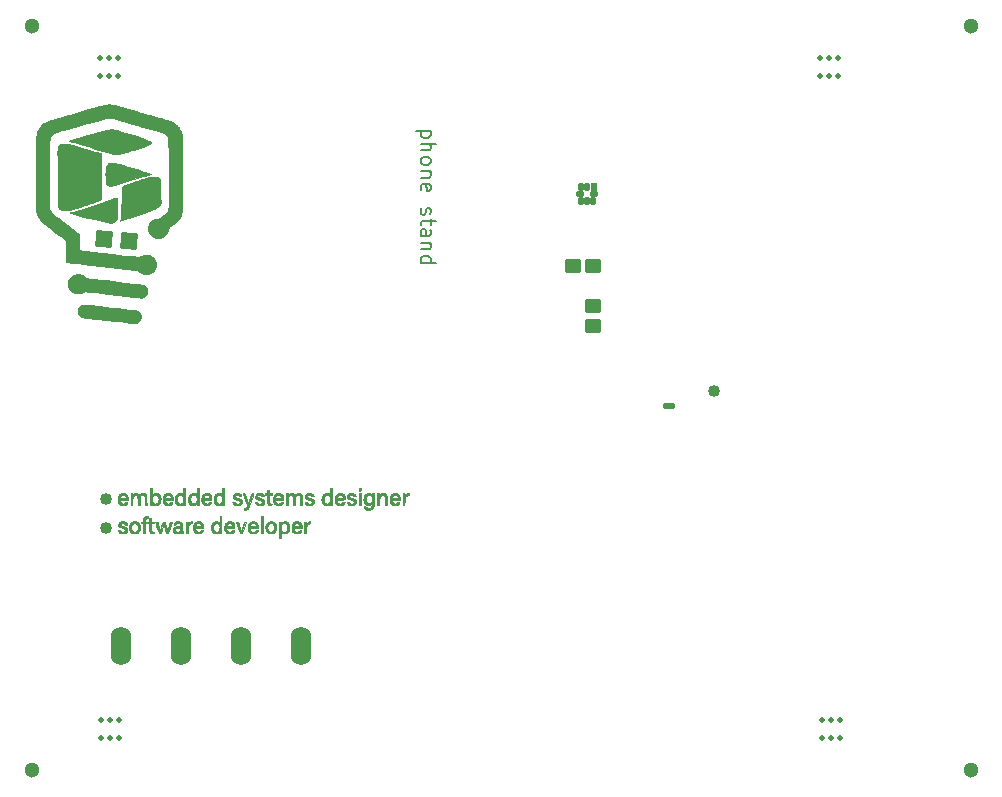
<source format=gbr>
%TF.GenerationSoftware,KiCad,Pcbnew,(6.0.5)*%
%TF.CreationDate,2023-01-06T16:04:03-06:00*%
%TF.ProjectId,NFC_BusinessCard,4e46435f-4275-4736-996e-657373436172,1*%
%TF.SameCoordinates,Original*%
%TF.FileFunction,Soldermask,Top*%
%TF.FilePolarity,Negative*%
%FSLAX46Y46*%
G04 Gerber Fmt 4.6, Leading zero omitted, Abs format (unit mm)*
G04 Created by KiCad (PCBNEW (6.0.5)) date 2023-01-06 16:04:03*
%MOMM*%
%LPD*%
G01*
G04 APERTURE LIST*
G04 Aperture macros list*
%AMRoundRect*
0 Rectangle with rounded corners*
0 $1 Rounding radius*
0 $2 $3 $4 $5 $6 $7 $8 $9 X,Y pos of 4 corners*
0 Add a 4 corners polygon primitive as box body*
4,1,4,$2,$3,$4,$5,$6,$7,$8,$9,$2,$3,0*
0 Add four circle primitives for the rounded corners*
1,1,$1+$1,$2,$3*
1,1,$1+$1,$4,$5*
1,1,$1+$1,$6,$7*
1,1,$1+$1,$8,$9*
0 Add four rect primitives between the rounded corners*
20,1,$1+$1,$2,$3,$4,$5,0*
20,1,$1+$1,$4,$5,$6,$7,0*
20,1,$1+$1,$6,$7,$8,$9,0*
20,1,$1+$1,$8,$9,$2,$3,0*%
G04 Aperture macros list end*
%ADD10C,0.050000*%
%ADD11C,0.156464*%
%ADD12C,1.300000*%
%ADD13C,1.011200*%
%ADD14C,0.500000*%
%ADD15RoundRect,0.101600X0.550000X0.500000X-0.550000X0.500000X-0.550000X-0.500000X0.550000X-0.500000X0*%
%ADD16RoundRect,0.101600X0.135000X-0.225000X0.135000X0.225000X-0.135000X0.225000X-0.135000X-0.225000X0*%
%ADD17RoundRect,0.101600X-0.135000X0.225000X-0.135000X-0.225000X0.135000X-0.225000X0.135000X0.225000X0*%
%ADD18RoundRect,0.101600X-0.225000X-0.135000X0.225000X-0.135000X0.225000X0.135000X-0.225000X0.135000X0*%
%ADD19RoundRect,0.101600X0.185000X-0.225000X0.185000X0.225000X-0.185000X0.225000X-0.185000X-0.225000X0*%
%ADD20RoundRect,0.101600X0.225000X0.135000X-0.225000X0.135000X-0.225000X-0.135000X0.225000X-0.135000X0*%
%ADD21RoundRect,0.101600X0.375000X0.150000X-0.375000X0.150000X-0.375000X-0.150000X0.375000X-0.150000X0*%
%ADD22RoundRect,0.101600X-0.659430X-0.533996X0.533996X-0.659430X0.659430X0.533996X-0.533996X0.659430X0*%
%ADD23RoundRect,0.101600X-0.550000X0.500000X-0.550000X-0.500000X0.550000X-0.500000X0.550000X0.500000X0*%
%ADD24O,1.727200X3.251200*%
G04 APERTURE END LIST*
D10*
G36*
X80511152Y-67911063D02*
G01*
X80526377Y-67912736D01*
X80533351Y-67913721D01*
X80539940Y-67914883D01*
X80546177Y-67916282D01*
X80552092Y-67917976D01*
X80557716Y-67920023D01*
X80563081Y-67922483D01*
X80568216Y-67925414D01*
X80573154Y-67928875D01*
X80577926Y-67932925D01*
X80582563Y-67937622D01*
X80587095Y-67943026D01*
X80591554Y-67949195D01*
X80595970Y-67956187D01*
X80600376Y-67964062D01*
X80604802Y-67972879D01*
X80609279Y-67982695D01*
X80613839Y-67993571D01*
X80618511Y-68005564D01*
X80623328Y-68018733D01*
X80628321Y-68033137D01*
X80633521Y-68048836D01*
X80638958Y-68065887D01*
X80650669Y-68104282D01*
X80663705Y-68148792D01*
X80694743Y-68258041D01*
X80731885Y-68394026D01*
X80762554Y-68514224D01*
X80774467Y-68564331D01*
X80783569Y-68605604D01*
X80789461Y-68636417D01*
X80791746Y-68655138D01*
X80792122Y-68663944D01*
X80792713Y-68671548D01*
X80793523Y-68677934D01*
X80794560Y-68683088D01*
X80795829Y-68686993D01*
X80796552Y-68688474D01*
X80797335Y-68689636D01*
X80798179Y-68690479D01*
X80799084Y-68691001D01*
X80800052Y-68691199D01*
X80801083Y-68691072D01*
X80802177Y-68690618D01*
X80803335Y-68689834D01*
X80805849Y-68687273D01*
X80808628Y-68683374D01*
X80811679Y-68678120D01*
X80815007Y-68671497D01*
X80818618Y-68663491D01*
X80822519Y-68654084D01*
X80826714Y-68643264D01*
X80836010Y-68617318D01*
X80846553Y-68585532D01*
X80858389Y-68547786D01*
X80871563Y-68503957D01*
X80886120Y-68453924D01*
X80902107Y-68397567D01*
X80919569Y-68334764D01*
X80938552Y-68265394D01*
X80970728Y-68147793D01*
X80996129Y-68059041D01*
X81006935Y-68024215D01*
X81016821Y-67995080D01*
X81026047Y-67971127D01*
X81034870Y-67951850D01*
X81043549Y-67936741D01*
X81052341Y-67925293D01*
X81061506Y-67916998D01*
X81071302Y-67911349D01*
X81081986Y-67907839D01*
X81093817Y-67905960D01*
X81121953Y-67905065D01*
X81133997Y-67905197D01*
X81144844Y-67905610D01*
X81154533Y-67906332D01*
X81163102Y-67907392D01*
X81170589Y-67908816D01*
X81173939Y-67909674D01*
X81177033Y-67910634D01*
X81179875Y-67911699D01*
X81182470Y-67912872D01*
X81184824Y-67914158D01*
X81186940Y-67915559D01*
X81188824Y-67917080D01*
X81190481Y-67918722D01*
X81191914Y-67920491D01*
X81193130Y-67922390D01*
X81194132Y-67924421D01*
X81194926Y-67926589D01*
X81195516Y-67928897D01*
X81195906Y-67931348D01*
X81196103Y-67933947D01*
X81196110Y-67936695D01*
X81195932Y-67939598D01*
X81195575Y-67942658D01*
X81194338Y-67949264D01*
X81192439Y-67956541D01*
X81140834Y-68124664D01*
X81037793Y-68456589D01*
X80992191Y-68602326D01*
X80956593Y-68712501D01*
X80928526Y-68792085D01*
X80916543Y-68821960D01*
X80905515Y-68846051D01*
X80895133Y-68864980D01*
X80885087Y-68879370D01*
X80875067Y-68889840D01*
X80864765Y-68897014D01*
X80853872Y-68901511D01*
X80842077Y-68903954D01*
X80814548Y-68905163D01*
X80797301Y-68905170D01*
X80789480Y-68905046D01*
X80782137Y-68904717D01*
X80775230Y-68904095D01*
X80768716Y-68903089D01*
X80762554Y-68901611D01*
X80756701Y-68899571D01*
X80751115Y-68896881D01*
X80745754Y-68893450D01*
X80740575Y-68889189D01*
X80735536Y-68884010D01*
X80730595Y-68877823D01*
X80725709Y-68870538D01*
X80720837Y-68862067D01*
X80715936Y-68852319D01*
X80710963Y-68841207D01*
X80705877Y-68828639D01*
X80700636Y-68814528D01*
X80695196Y-68798784D01*
X80689516Y-68781318D01*
X80683554Y-68762039D01*
X80677266Y-68740860D01*
X80670612Y-68717690D01*
X80656033Y-68665023D01*
X80639479Y-68603323D01*
X80599091Y-68449967D01*
X80577612Y-68370268D01*
X80558168Y-68302354D01*
X80540845Y-68246453D01*
X80525727Y-68202790D01*
X80512899Y-68171595D01*
X80507371Y-68160744D01*
X80502447Y-68153095D01*
X80498139Y-68148677D01*
X80496218Y-68147688D01*
X80494456Y-68147517D01*
X80492852Y-68148169D01*
X80491409Y-68149645D01*
X80489010Y-68155089D01*
X80448926Y-68298164D01*
X80376630Y-68559541D01*
X80281397Y-68905163D01*
X80095871Y-68905163D01*
X79958417Y-68436434D01*
X79905047Y-68251964D01*
X79861341Y-68096194D01*
X79831810Y-67985531D01*
X79823770Y-67952243D01*
X79820964Y-67936385D01*
X79821073Y-67934779D01*
X79821398Y-67933194D01*
X79821931Y-67931632D01*
X79822669Y-67930093D01*
X79823606Y-67928581D01*
X79824736Y-67927098D01*
X79826054Y-67925645D01*
X79827555Y-67924224D01*
X79829233Y-67922838D01*
X79831083Y-67921488D01*
X79833100Y-67920176D01*
X79835279Y-67918905D01*
X79837613Y-67917677D01*
X79840098Y-67916492D01*
X79842728Y-67915355D01*
X79845499Y-67914265D01*
X79848403Y-67913227D01*
X79851437Y-67912240D01*
X79854595Y-67911308D01*
X79857872Y-67910433D01*
X79861261Y-67909616D01*
X79864759Y-67908860D01*
X79868359Y-67908166D01*
X79872056Y-67907536D01*
X79875844Y-67906974D01*
X79879720Y-67906479D01*
X79883676Y-67906056D01*
X79887708Y-67905704D01*
X79891810Y-67905428D01*
X79895977Y-67905228D01*
X79900204Y-67905106D01*
X79904486Y-67905065D01*
X79919085Y-67905205D01*
X79925756Y-67905486D01*
X79932050Y-67906001D01*
X79938001Y-67906821D01*
X79943641Y-67908016D01*
X79949002Y-67909657D01*
X79954117Y-67911813D01*
X79959018Y-67914556D01*
X79963739Y-67917955D01*
X79968311Y-67922082D01*
X79972767Y-67927006D01*
X79977140Y-67932798D01*
X79981462Y-67939528D01*
X79985766Y-67947267D01*
X79990084Y-67956085D01*
X79994449Y-67966052D01*
X79998893Y-67977239D01*
X80003449Y-67989716D01*
X80008149Y-68003554D01*
X80013026Y-68018823D01*
X80018113Y-68035593D01*
X80023442Y-68053936D01*
X80029045Y-68073920D01*
X80041206Y-68119097D01*
X80054855Y-68171687D01*
X80087660Y-68301360D01*
X80108050Y-68380533D01*
X80127793Y-68453556D01*
X80146404Y-68518890D01*
X80163401Y-68574998D01*
X80178298Y-68620341D01*
X80190614Y-68653380D01*
X80195652Y-68664805D01*
X80199864Y-68672578D01*
X80203188Y-68676506D01*
X80204498Y-68676968D01*
X80205564Y-68676396D01*
X80207940Y-68672278D01*
X80211262Y-68664444D01*
X80220505Y-68638442D01*
X80232809Y-68600023D01*
X80247691Y-68550817D01*
X80264669Y-68492456D01*
X80283260Y-68426569D01*
X80302979Y-68354789D01*
X80323345Y-68278746D01*
X80422874Y-67902353D01*
X80511152Y-67911063D01*
G37*
X80511152Y-67911063D02*
X80526377Y-67912736D01*
X80533351Y-67913721D01*
X80539940Y-67914883D01*
X80546177Y-67916282D01*
X80552092Y-67917976D01*
X80557716Y-67920023D01*
X80563081Y-67922483D01*
X80568216Y-67925414D01*
X80573154Y-67928875D01*
X80577926Y-67932925D01*
X80582563Y-67937622D01*
X80587095Y-67943026D01*
X80591554Y-67949195D01*
X80595970Y-67956187D01*
X80600376Y-67964062D01*
X80604802Y-67972879D01*
X80609279Y-67982695D01*
X80613839Y-67993571D01*
X80618511Y-68005564D01*
X80623328Y-68018733D01*
X80628321Y-68033137D01*
X80633521Y-68048836D01*
X80638958Y-68065887D01*
X80650669Y-68104282D01*
X80663705Y-68148792D01*
X80694743Y-68258041D01*
X80731885Y-68394026D01*
X80762554Y-68514224D01*
X80774467Y-68564331D01*
X80783569Y-68605604D01*
X80789461Y-68636417D01*
X80791746Y-68655138D01*
X80792122Y-68663944D01*
X80792713Y-68671548D01*
X80793523Y-68677934D01*
X80794560Y-68683088D01*
X80795829Y-68686993D01*
X80796552Y-68688474D01*
X80797335Y-68689636D01*
X80798179Y-68690479D01*
X80799084Y-68691001D01*
X80800052Y-68691199D01*
X80801083Y-68691072D01*
X80802177Y-68690618D01*
X80803335Y-68689834D01*
X80805849Y-68687273D01*
X80808628Y-68683374D01*
X80811679Y-68678120D01*
X80815007Y-68671497D01*
X80818618Y-68663491D01*
X80822519Y-68654084D01*
X80826714Y-68643264D01*
X80836010Y-68617318D01*
X80846553Y-68585532D01*
X80858389Y-68547786D01*
X80871563Y-68503957D01*
X80886120Y-68453924D01*
X80902107Y-68397567D01*
X80919569Y-68334764D01*
X80938552Y-68265394D01*
X80970728Y-68147793D01*
X80996129Y-68059041D01*
X81006935Y-68024215D01*
X81016821Y-67995080D01*
X81026047Y-67971127D01*
X81034870Y-67951850D01*
X81043549Y-67936741D01*
X81052341Y-67925293D01*
X81061506Y-67916998D01*
X81071302Y-67911349D01*
X81081986Y-67907839D01*
X81093817Y-67905960D01*
X81121953Y-67905065D01*
X81133997Y-67905197D01*
X81144844Y-67905610D01*
X81154533Y-67906332D01*
X81163102Y-67907392D01*
X81170589Y-67908816D01*
X81173939Y-67909674D01*
X81177033Y-67910634D01*
X81179875Y-67911699D01*
X81182470Y-67912872D01*
X81184824Y-67914158D01*
X81186940Y-67915559D01*
X81188824Y-67917080D01*
X81190481Y-67918722D01*
X81191914Y-67920491D01*
X81193130Y-67922390D01*
X81194132Y-67924421D01*
X81194926Y-67926589D01*
X81195516Y-67928897D01*
X81195906Y-67931348D01*
X81196103Y-67933947D01*
X81196110Y-67936695D01*
X81195932Y-67939598D01*
X81195575Y-67942658D01*
X81194338Y-67949264D01*
X81192439Y-67956541D01*
X81140834Y-68124664D01*
X81037793Y-68456589D01*
X80992191Y-68602326D01*
X80956593Y-68712501D01*
X80928526Y-68792085D01*
X80916543Y-68821960D01*
X80905515Y-68846051D01*
X80895133Y-68864980D01*
X80885087Y-68879370D01*
X80875067Y-68889840D01*
X80864765Y-68897014D01*
X80853872Y-68901511D01*
X80842077Y-68903954D01*
X80814548Y-68905163D01*
X80797301Y-68905170D01*
X80789480Y-68905046D01*
X80782137Y-68904717D01*
X80775230Y-68904095D01*
X80768716Y-68903089D01*
X80762554Y-68901611D01*
X80756701Y-68899571D01*
X80751115Y-68896881D01*
X80745754Y-68893450D01*
X80740575Y-68889189D01*
X80735536Y-68884010D01*
X80730595Y-68877823D01*
X80725709Y-68870538D01*
X80720837Y-68862067D01*
X80715936Y-68852319D01*
X80710963Y-68841207D01*
X80705877Y-68828639D01*
X80700636Y-68814528D01*
X80695196Y-68798784D01*
X80689516Y-68781318D01*
X80683554Y-68762039D01*
X80677266Y-68740860D01*
X80670612Y-68717690D01*
X80656033Y-68665023D01*
X80639479Y-68603323D01*
X80599091Y-68449967D01*
X80577612Y-68370268D01*
X80558168Y-68302354D01*
X80540845Y-68246453D01*
X80525727Y-68202790D01*
X80512899Y-68171595D01*
X80507371Y-68160744D01*
X80502447Y-68153095D01*
X80498139Y-68148677D01*
X80496218Y-68147688D01*
X80494456Y-68147517D01*
X80492852Y-68148169D01*
X80491409Y-68149645D01*
X80489010Y-68155089D01*
X80448926Y-68298164D01*
X80376630Y-68559541D01*
X80281397Y-68905163D01*
X80095871Y-68905163D01*
X79958417Y-68436434D01*
X79905047Y-68251964D01*
X79861341Y-68096194D01*
X79831810Y-67985531D01*
X79823770Y-67952243D01*
X79820964Y-67936385D01*
X79821073Y-67934779D01*
X79821398Y-67933194D01*
X79821931Y-67931632D01*
X79822669Y-67930093D01*
X79823606Y-67928581D01*
X79824736Y-67927098D01*
X79826054Y-67925645D01*
X79827555Y-67924224D01*
X79829233Y-67922838D01*
X79831083Y-67921488D01*
X79833100Y-67920176D01*
X79835279Y-67918905D01*
X79837613Y-67917677D01*
X79840098Y-67916492D01*
X79842728Y-67915355D01*
X79845499Y-67914265D01*
X79848403Y-67913227D01*
X79851437Y-67912240D01*
X79854595Y-67911308D01*
X79857872Y-67910433D01*
X79861261Y-67909616D01*
X79864759Y-67908860D01*
X79868359Y-67908166D01*
X79872056Y-67907536D01*
X79875844Y-67906974D01*
X79879720Y-67906479D01*
X79883676Y-67906056D01*
X79887708Y-67905704D01*
X79891810Y-67905428D01*
X79895977Y-67905228D01*
X79900204Y-67905106D01*
X79904486Y-67905065D01*
X79919085Y-67905205D01*
X79925756Y-67905486D01*
X79932050Y-67906001D01*
X79938001Y-67906821D01*
X79943641Y-67908016D01*
X79949002Y-67909657D01*
X79954117Y-67911813D01*
X79959018Y-67914556D01*
X79963739Y-67917955D01*
X79968311Y-67922082D01*
X79972767Y-67927006D01*
X79977140Y-67932798D01*
X79981462Y-67939528D01*
X79985766Y-67947267D01*
X79990084Y-67956085D01*
X79994449Y-67966052D01*
X79998893Y-67977239D01*
X80003449Y-67989716D01*
X80008149Y-68003554D01*
X80013026Y-68018823D01*
X80018113Y-68035593D01*
X80023442Y-68053936D01*
X80029045Y-68073920D01*
X80041206Y-68119097D01*
X80054855Y-68171687D01*
X80087660Y-68301360D01*
X80108050Y-68380533D01*
X80127793Y-68453556D01*
X80146404Y-68518890D01*
X80163401Y-68574998D01*
X80178298Y-68620341D01*
X80190614Y-68653380D01*
X80195652Y-68664805D01*
X80199864Y-68672578D01*
X80203188Y-68676506D01*
X80204498Y-68676968D01*
X80205564Y-68676396D01*
X80207940Y-68672278D01*
X80211262Y-68664444D01*
X80220505Y-68638442D01*
X80232809Y-68600023D01*
X80247691Y-68550817D01*
X80264669Y-68492456D01*
X80283260Y-68426569D01*
X80302979Y-68354789D01*
X80323345Y-68278746D01*
X80422874Y-67902353D01*
X80511152Y-67911063D01*
G36*
X76505576Y-40497877D02*
G01*
X76515913Y-40499348D01*
X76524903Y-40501783D01*
X76532655Y-40505158D01*
X76537068Y-40507695D01*
X76541217Y-40510533D01*
X76545111Y-40513805D01*
X76548756Y-40517648D01*
X76550487Y-40519824D01*
X76552158Y-40522194D01*
X76553770Y-40524774D01*
X76555324Y-40527580D01*
X76556820Y-40530630D01*
X76558260Y-40533940D01*
X76560973Y-40541409D01*
X76563469Y-40550121D01*
X76565755Y-40560212D01*
X76567837Y-40571816D01*
X76569722Y-40585069D01*
X76571416Y-40600104D01*
X76572926Y-40617057D01*
X76574258Y-40636063D01*
X76575419Y-40657256D01*
X76576415Y-40680771D01*
X76577253Y-40706743D01*
X76577940Y-40735307D01*
X76578481Y-40766598D01*
X76578884Y-40800750D01*
X76579154Y-40837898D01*
X76579324Y-40921723D01*
X76579044Y-41019150D01*
X76578365Y-41131258D01*
X76576019Y-41403833D01*
X76567791Y-42274897D01*
X76490718Y-42375893D01*
X76479342Y-42390094D01*
X76467093Y-42404055D01*
X76440181Y-42431173D01*
X76410388Y-42457076D01*
X76378118Y-42481593D01*
X76343777Y-42504554D01*
X76307768Y-42525788D01*
X76270497Y-42545125D01*
X76232368Y-42562395D01*
X76193787Y-42577426D01*
X76155158Y-42590049D01*
X76116886Y-42600094D01*
X76079376Y-42607388D01*
X76043033Y-42611763D01*
X76008261Y-42613047D01*
X75991591Y-42612477D01*
X75975465Y-42611071D01*
X75959935Y-42608807D01*
X75945051Y-42605663D01*
X75759556Y-42563509D01*
X75393077Y-42481783D01*
X74609651Y-42300390D01*
X73682277Y-42076487D01*
X72903611Y-41881868D01*
X72661498Y-41817976D01*
X72566307Y-41788326D01*
X72564538Y-41786200D01*
X72563327Y-41783939D01*
X72562653Y-41781558D01*
X72562494Y-41779069D01*
X72562828Y-41776485D01*
X72563635Y-41773820D01*
X72564893Y-41771086D01*
X72566580Y-41768298D01*
X72568675Y-41765466D01*
X72571157Y-41762606D01*
X72574004Y-41759730D01*
X72577194Y-41756851D01*
X72580706Y-41753982D01*
X72584519Y-41751137D01*
X72588611Y-41748328D01*
X72592961Y-41745568D01*
X72597546Y-41742871D01*
X72602347Y-41740250D01*
X72607341Y-41737718D01*
X72612507Y-41735287D01*
X72617823Y-41732972D01*
X72623269Y-41730785D01*
X72628821Y-41728739D01*
X72634460Y-41726847D01*
X72640164Y-41725123D01*
X72645910Y-41723580D01*
X72651678Y-41722230D01*
X72657446Y-41721087D01*
X72663193Y-41720164D01*
X72668898Y-41719474D01*
X72674538Y-41719029D01*
X72680092Y-41718845D01*
X72725737Y-41711691D01*
X72808833Y-41691366D01*
X73075197Y-41615154D01*
X73454817Y-41498114D01*
X73923326Y-41348151D01*
X75029541Y-40981085D01*
X75618512Y-40779792D01*
X76198904Y-40577202D01*
X76271721Y-40552060D01*
X76333904Y-40531905D01*
X76386327Y-40516550D01*
X76429865Y-40505806D01*
X76448576Y-40502104D01*
X76465393Y-40499483D01*
X76480425Y-40497921D01*
X76493784Y-40497394D01*
X76505576Y-40497877D01*
G37*
X76505576Y-40497877D02*
X76515913Y-40499348D01*
X76524903Y-40501783D01*
X76532655Y-40505158D01*
X76537068Y-40507695D01*
X76541217Y-40510533D01*
X76545111Y-40513805D01*
X76548756Y-40517648D01*
X76550487Y-40519824D01*
X76552158Y-40522194D01*
X76553770Y-40524774D01*
X76555324Y-40527580D01*
X76556820Y-40530630D01*
X76558260Y-40533940D01*
X76560973Y-40541409D01*
X76563469Y-40550121D01*
X76565755Y-40560212D01*
X76567837Y-40571816D01*
X76569722Y-40585069D01*
X76571416Y-40600104D01*
X76572926Y-40617057D01*
X76574258Y-40636063D01*
X76575419Y-40657256D01*
X76576415Y-40680771D01*
X76577253Y-40706743D01*
X76577940Y-40735307D01*
X76578481Y-40766598D01*
X76578884Y-40800750D01*
X76579154Y-40837898D01*
X76579324Y-40921723D01*
X76579044Y-41019150D01*
X76578365Y-41131258D01*
X76576019Y-41403833D01*
X76567791Y-42274897D01*
X76490718Y-42375893D01*
X76479342Y-42390094D01*
X76467093Y-42404055D01*
X76440181Y-42431173D01*
X76410388Y-42457076D01*
X76378118Y-42481593D01*
X76343777Y-42504554D01*
X76307768Y-42525788D01*
X76270497Y-42545125D01*
X76232368Y-42562395D01*
X76193787Y-42577426D01*
X76155158Y-42590049D01*
X76116886Y-42600094D01*
X76079376Y-42607388D01*
X76043033Y-42611763D01*
X76008261Y-42613047D01*
X75991591Y-42612477D01*
X75975465Y-42611071D01*
X75959935Y-42608807D01*
X75945051Y-42605663D01*
X75759556Y-42563509D01*
X75393077Y-42481783D01*
X74609651Y-42300390D01*
X73682277Y-42076487D01*
X72903611Y-41881868D01*
X72661498Y-41817976D01*
X72566307Y-41788326D01*
X72564538Y-41786200D01*
X72563327Y-41783939D01*
X72562653Y-41781558D01*
X72562494Y-41779069D01*
X72562828Y-41776485D01*
X72563635Y-41773820D01*
X72564893Y-41771086D01*
X72566580Y-41768298D01*
X72568675Y-41765466D01*
X72571157Y-41762606D01*
X72574004Y-41759730D01*
X72577194Y-41756851D01*
X72580706Y-41753982D01*
X72584519Y-41751137D01*
X72588611Y-41748328D01*
X72592961Y-41745568D01*
X72597546Y-41742871D01*
X72602347Y-41740250D01*
X72607341Y-41737718D01*
X72612507Y-41735287D01*
X72617823Y-41732972D01*
X72623269Y-41730785D01*
X72628821Y-41728739D01*
X72634460Y-41726847D01*
X72640164Y-41725123D01*
X72645910Y-41723580D01*
X72651678Y-41722230D01*
X72657446Y-41721087D01*
X72663193Y-41720164D01*
X72668898Y-41719474D01*
X72674538Y-41719029D01*
X72680092Y-41718845D01*
X72725737Y-41711691D01*
X72808833Y-41691366D01*
X73075197Y-41615154D01*
X73454817Y-41498114D01*
X73923326Y-41348151D01*
X75029541Y-40981085D01*
X75618512Y-40779792D01*
X76198904Y-40577202D01*
X76271721Y-40552060D01*
X76333904Y-40531905D01*
X76386327Y-40516550D01*
X76429865Y-40505806D01*
X76448576Y-40502104D01*
X76465393Y-40499483D01*
X76480425Y-40497921D01*
X76493784Y-40497394D01*
X76505576Y-40497877D01*
G36*
X87456913Y-67905211D02*
G01*
X87466595Y-67905648D01*
X87475500Y-67906374D01*
X87483627Y-67907390D01*
X87490975Y-67908695D01*
X87497541Y-67910287D01*
X87503323Y-67912165D01*
X87508321Y-67914330D01*
X87512533Y-67916779D01*
X87514343Y-67918111D01*
X87515956Y-67919513D01*
X87517371Y-67920986D01*
X87518589Y-67922530D01*
X87519609Y-67924144D01*
X87520430Y-67925829D01*
X87521054Y-67927584D01*
X87521479Y-67929410D01*
X87521705Y-67931306D01*
X87521732Y-67933272D01*
X87521559Y-67935307D01*
X87521188Y-67937413D01*
X87520617Y-67939588D01*
X87519846Y-67941834D01*
X87335767Y-68441882D01*
X87165735Y-68905163D01*
X86979562Y-68905163D01*
X86819714Y-68442268D01*
X86704028Y-68104434D01*
X86666661Y-67993170D01*
X86650356Y-67942219D01*
X86649884Y-67940012D01*
X86649615Y-67937868D01*
X86649547Y-67935786D01*
X86649680Y-67933768D01*
X86650011Y-67931815D01*
X86650540Y-67929925D01*
X86651267Y-67928101D01*
X86652189Y-67926343D01*
X86653307Y-67924650D01*
X86654618Y-67923024D01*
X86656121Y-67921464D01*
X86657817Y-67919973D01*
X86659703Y-67918549D01*
X86661779Y-67917193D01*
X86664043Y-67915907D01*
X86666495Y-67914690D01*
X86669133Y-67913543D01*
X86671956Y-67912466D01*
X86674964Y-67911461D01*
X86678155Y-67910526D01*
X86681528Y-67909664D01*
X86685082Y-67908874D01*
X86688816Y-67908157D01*
X86692729Y-67907513D01*
X86696820Y-67906944D01*
X86701088Y-67906448D01*
X86705532Y-67906028D01*
X86710150Y-67905682D01*
X86714942Y-67905413D01*
X86719907Y-67905220D01*
X86725043Y-67905104D01*
X86730349Y-67905065D01*
X86746039Y-67905186D01*
X86753209Y-67905438D01*
X86759979Y-67905907D01*
X86766385Y-67906662D01*
X86772466Y-67907769D01*
X86778258Y-67909296D01*
X86783799Y-67911310D01*
X86789126Y-67913879D01*
X86794277Y-67917070D01*
X86799288Y-67920950D01*
X86804198Y-67925587D01*
X86809042Y-67931049D01*
X86813859Y-67937403D01*
X86818687Y-67944715D01*
X86823561Y-67953054D01*
X86828520Y-67962488D01*
X86833601Y-67973082D01*
X86838840Y-67984906D01*
X86844277Y-67998025D01*
X86849947Y-68012508D01*
X86855888Y-68028423D01*
X86862137Y-68045835D01*
X86868732Y-68064814D01*
X86883108Y-68107739D01*
X86899313Y-68157736D01*
X86938409Y-68281105D01*
X86984599Y-68430516D01*
X87022723Y-68559349D01*
X87048827Y-68653849D01*
X87056135Y-68683927D01*
X87058955Y-68700263D01*
X87059299Y-68705526D01*
X87059821Y-68709960D01*
X87060535Y-68713526D01*
X87061458Y-68716185D01*
X87062002Y-68717163D01*
X87062604Y-68717900D01*
X87063267Y-68718391D01*
X87063991Y-68718630D01*
X87064779Y-68718615D01*
X87065633Y-68718338D01*
X87066555Y-68717797D01*
X87067547Y-68716985D01*
X87069748Y-68714531D01*
X87072252Y-68710939D01*
X87075074Y-68706169D01*
X87078231Y-68700183D01*
X87081738Y-68692942D01*
X87085611Y-68684407D01*
X87089866Y-68674539D01*
X87094519Y-68663301D01*
X87105079Y-68636555D01*
X87117418Y-68603859D01*
X87131661Y-68564905D01*
X87147936Y-68519381D01*
X87166368Y-68466977D01*
X87187083Y-68407385D01*
X87235867Y-68265394D01*
X87275989Y-68148736D01*
X87307559Y-68060426D01*
X87320857Y-68025670D01*
X87332881Y-67996523D01*
X87343920Y-67972491D01*
X87354261Y-67953082D01*
X87364193Y-67937802D01*
X87374004Y-67926159D01*
X87383982Y-67917660D01*
X87394415Y-67911811D01*
X87405590Y-67908120D01*
X87417797Y-67906094D01*
X87431323Y-67905240D01*
X87446457Y-67905065D01*
X87456913Y-67905211D01*
G37*
X87456913Y-67905211D02*
X87466595Y-67905648D01*
X87475500Y-67906374D01*
X87483627Y-67907390D01*
X87490975Y-67908695D01*
X87497541Y-67910287D01*
X87503323Y-67912165D01*
X87508321Y-67914330D01*
X87512533Y-67916779D01*
X87514343Y-67918111D01*
X87515956Y-67919513D01*
X87517371Y-67920986D01*
X87518589Y-67922530D01*
X87519609Y-67924144D01*
X87520430Y-67925829D01*
X87521054Y-67927584D01*
X87521479Y-67929410D01*
X87521705Y-67931306D01*
X87521732Y-67933272D01*
X87521559Y-67935307D01*
X87521188Y-67937413D01*
X87520617Y-67939588D01*
X87519846Y-67941834D01*
X87335767Y-68441882D01*
X87165735Y-68905163D01*
X86979562Y-68905163D01*
X86819714Y-68442268D01*
X86704028Y-68104434D01*
X86666661Y-67993170D01*
X86650356Y-67942219D01*
X86649884Y-67940012D01*
X86649615Y-67937868D01*
X86649547Y-67935786D01*
X86649680Y-67933768D01*
X86650011Y-67931815D01*
X86650540Y-67929925D01*
X86651267Y-67928101D01*
X86652189Y-67926343D01*
X86653307Y-67924650D01*
X86654618Y-67923024D01*
X86656121Y-67921464D01*
X86657817Y-67919973D01*
X86659703Y-67918549D01*
X86661779Y-67917193D01*
X86664043Y-67915907D01*
X86666495Y-67914690D01*
X86669133Y-67913543D01*
X86671956Y-67912466D01*
X86674964Y-67911461D01*
X86678155Y-67910526D01*
X86681528Y-67909664D01*
X86685082Y-67908874D01*
X86688816Y-67908157D01*
X86692729Y-67907513D01*
X86696820Y-67906944D01*
X86701088Y-67906448D01*
X86705532Y-67906028D01*
X86710150Y-67905682D01*
X86714942Y-67905413D01*
X86719907Y-67905220D01*
X86725043Y-67905104D01*
X86730349Y-67905065D01*
X86746039Y-67905186D01*
X86753209Y-67905438D01*
X86759979Y-67905907D01*
X86766385Y-67906662D01*
X86772466Y-67907769D01*
X86778258Y-67909296D01*
X86783799Y-67911310D01*
X86789126Y-67913879D01*
X86794277Y-67917070D01*
X86799288Y-67920950D01*
X86804198Y-67925587D01*
X86809042Y-67931049D01*
X86813859Y-67937403D01*
X86818687Y-67944715D01*
X86823561Y-67953054D01*
X86828520Y-67962488D01*
X86833601Y-67973082D01*
X86838840Y-67984906D01*
X86844277Y-67998025D01*
X86849947Y-68012508D01*
X86855888Y-68028423D01*
X86862137Y-68045835D01*
X86868732Y-68064814D01*
X86883108Y-68107739D01*
X86899313Y-68157736D01*
X86938409Y-68281105D01*
X86984599Y-68430516D01*
X87022723Y-68559349D01*
X87048827Y-68653849D01*
X87056135Y-68683927D01*
X87058955Y-68700263D01*
X87059299Y-68705526D01*
X87059821Y-68709960D01*
X87060535Y-68713526D01*
X87061458Y-68716185D01*
X87062002Y-68717163D01*
X87062604Y-68717900D01*
X87063267Y-68718391D01*
X87063991Y-68718630D01*
X87064779Y-68718615D01*
X87065633Y-68718338D01*
X87066555Y-68717797D01*
X87067547Y-68716985D01*
X87069748Y-68714531D01*
X87072252Y-68710939D01*
X87075074Y-68706169D01*
X87078231Y-68700183D01*
X87081738Y-68692942D01*
X87085611Y-68684407D01*
X87089866Y-68674539D01*
X87094519Y-68663301D01*
X87105079Y-68636555D01*
X87117418Y-68603859D01*
X87131661Y-68564905D01*
X87147936Y-68519381D01*
X87166368Y-68466977D01*
X87187083Y-68407385D01*
X87235867Y-68265394D01*
X87275989Y-68148736D01*
X87307559Y-68060426D01*
X87320857Y-68025670D01*
X87332881Y-67996523D01*
X87343920Y-67972491D01*
X87354261Y-67953082D01*
X87364193Y-67937802D01*
X87374004Y-67926159D01*
X87383982Y-67917660D01*
X87394415Y-67911811D01*
X87405590Y-67908120D01*
X87417797Y-67906094D01*
X87431323Y-67905240D01*
X87446457Y-67905065D01*
X87456913Y-67905211D01*
G36*
X77061659Y-67881862D02*
G01*
X77098505Y-67885354D01*
X77136289Y-67892000D01*
X77174907Y-67901967D01*
X77196157Y-67909268D01*
X77217406Y-67918350D01*
X77238467Y-67929032D01*
X77259149Y-67941128D01*
X77279263Y-67954454D01*
X77298621Y-67968827D01*
X77317033Y-67984063D01*
X77334309Y-67999977D01*
X77350262Y-68016386D01*
X77364701Y-68033106D01*
X77377438Y-68049952D01*
X77388283Y-68066741D01*
X77397048Y-68083288D01*
X77400590Y-68091414D01*
X77403542Y-68099410D01*
X77405879Y-68107254D01*
X77407577Y-68114922D01*
X77408614Y-68122393D01*
X77408965Y-68129642D01*
X77408537Y-68135989D01*
X77407281Y-68141786D01*
X77405241Y-68147039D01*
X77402458Y-68151757D01*
X77398976Y-68155946D01*
X77394837Y-68159613D01*
X77390084Y-68162765D01*
X77384760Y-68165409D01*
X77378907Y-68167552D01*
X77372569Y-68169201D01*
X77365787Y-68170363D01*
X77358604Y-68171046D01*
X77351064Y-68171255D01*
X77343208Y-68170999D01*
X77335081Y-68170284D01*
X77326723Y-68169117D01*
X77318178Y-68167505D01*
X77309489Y-68165456D01*
X77300699Y-68162976D01*
X77291849Y-68160072D01*
X77282984Y-68156751D01*
X77274145Y-68153021D01*
X77265375Y-68148888D01*
X77256717Y-68144360D01*
X77248213Y-68139443D01*
X77239907Y-68134144D01*
X77231841Y-68128471D01*
X77224057Y-68122430D01*
X77216599Y-68116029D01*
X77209509Y-68109274D01*
X77202830Y-68102173D01*
X77196605Y-68094732D01*
X77185576Y-68082102D01*
X77173498Y-68070807D01*
X77160482Y-68060814D01*
X77146637Y-68052091D01*
X77132072Y-68044606D01*
X77116898Y-68038325D01*
X77101224Y-68033218D01*
X77085159Y-68029250D01*
X77068814Y-68026391D01*
X77052299Y-68024607D01*
X77035722Y-68023866D01*
X77019194Y-68024136D01*
X77002824Y-68025384D01*
X76986723Y-68027577D01*
X76970999Y-68030685D01*
X76955763Y-68034673D01*
X76941124Y-68039510D01*
X76927191Y-68045163D01*
X76914076Y-68051600D01*
X76901887Y-68058788D01*
X76890734Y-68066695D01*
X76880726Y-68075289D01*
X76871975Y-68084537D01*
X76864588Y-68094407D01*
X76858676Y-68104866D01*
X76854349Y-68115882D01*
X76851717Y-68127422D01*
X76850888Y-68139455D01*
X76851973Y-68151947D01*
X76855082Y-68164866D01*
X76860324Y-68178181D01*
X76867809Y-68191858D01*
X76869716Y-68194581D01*
X76872115Y-68197438D01*
X76878330Y-68203522D01*
X76886333Y-68210050D01*
X76896006Y-68216962D01*
X76907231Y-68224199D01*
X76919889Y-68231702D01*
X76933862Y-68239410D01*
X76949030Y-68247264D01*
X76965276Y-68255204D01*
X76982480Y-68263170D01*
X77000524Y-68271104D01*
X77019290Y-68278944D01*
X77038658Y-68286633D01*
X77058510Y-68294109D01*
X77078727Y-68301314D01*
X77099191Y-68308188D01*
X77140291Y-68322188D01*
X77180710Y-68337127D01*
X77219414Y-68352544D01*
X77255370Y-68367979D01*
X77287546Y-68382968D01*
X77314908Y-68397052D01*
X77326461Y-68403610D01*
X77336424Y-68409769D01*
X77344666Y-68415471D01*
X77351060Y-68420658D01*
X77362213Y-68431568D01*
X77372445Y-68443235D01*
X77381764Y-68455603D01*
X77390178Y-68468614D01*
X77397694Y-68482210D01*
X77404322Y-68496335D01*
X77410068Y-68510932D01*
X77414940Y-68525942D01*
X77418947Y-68541309D01*
X77422096Y-68556975D01*
X77424395Y-68572884D01*
X77425852Y-68588978D01*
X77426475Y-68605199D01*
X77426271Y-68621491D01*
X77425250Y-68637797D01*
X77423418Y-68654058D01*
X77420783Y-68670218D01*
X77417354Y-68686220D01*
X77413138Y-68702006D01*
X77408142Y-68717519D01*
X77402376Y-68732702D01*
X77395847Y-68747498D01*
X77388563Y-68761849D01*
X77380531Y-68775698D01*
X77371759Y-68788988D01*
X77362256Y-68801661D01*
X77352030Y-68813661D01*
X77341087Y-68824930D01*
X77329437Y-68835411D01*
X77317086Y-68845046D01*
X77304044Y-68853779D01*
X77290317Y-68861552D01*
X77280601Y-68866107D01*
X77269421Y-68870508D01*
X77256895Y-68874737D01*
X77243140Y-68878773D01*
X77228274Y-68882597D01*
X77212414Y-68886191D01*
X77195679Y-68889534D01*
X77178186Y-68892608D01*
X77160053Y-68895392D01*
X77141398Y-68897868D01*
X77122338Y-68900016D01*
X77102992Y-68901817D01*
X77083476Y-68903252D01*
X77063910Y-68904301D01*
X77044409Y-68904944D01*
X77025094Y-68905163D01*
X76968996Y-68904641D01*
X76945232Y-68903822D01*
X76923906Y-68902481D01*
X76904706Y-68900508D01*
X76887319Y-68897791D01*
X76871430Y-68894218D01*
X76856727Y-68889678D01*
X76842896Y-68884059D01*
X76829624Y-68877250D01*
X76816599Y-68869139D01*
X76803505Y-68859614D01*
X76790032Y-68848565D01*
X76775864Y-68835879D01*
X76760689Y-68821446D01*
X76744194Y-68805153D01*
X76721985Y-68782205D01*
X76702618Y-68760629D01*
X76686094Y-68740440D01*
X76672413Y-68721653D01*
X76666640Y-68712791D01*
X76661578Y-68704284D01*
X76657227Y-68696135D01*
X76653588Y-68688346D01*
X76650660Y-68680919D01*
X76648445Y-68673855D01*
X76646941Y-68667157D01*
X76646150Y-68660826D01*
X76646071Y-68654865D01*
X76646704Y-68649274D01*
X76648050Y-68644057D01*
X76650108Y-68639214D01*
X76652880Y-68634748D01*
X76656364Y-68630660D01*
X76660561Y-68626953D01*
X76665472Y-68623628D01*
X76671095Y-68620688D01*
X76677433Y-68618133D01*
X76684483Y-68615966D01*
X76692248Y-68614189D01*
X76700726Y-68612804D01*
X76709919Y-68611812D01*
X76719825Y-68611215D01*
X76730446Y-68611016D01*
X76741571Y-68611224D01*
X76751998Y-68611855D01*
X76761747Y-68612920D01*
X76770839Y-68614431D01*
X76779293Y-68616400D01*
X76787129Y-68618838D01*
X76794368Y-68621756D01*
X76801028Y-68625166D01*
X76807131Y-68629079D01*
X76809980Y-68631228D01*
X76812697Y-68633508D01*
X76815284Y-68635918D01*
X76817744Y-68638462D01*
X76822294Y-68643954D01*
X76826365Y-68649996D01*
X76829979Y-68656598D01*
X76833156Y-68663773D01*
X76835914Y-68671531D01*
X76839884Y-68682145D01*
X76844872Y-68692290D01*
X76850826Y-68701955D01*
X76857692Y-68711133D01*
X76865418Y-68719815D01*
X76873949Y-68727990D01*
X76883233Y-68735651D01*
X76893217Y-68742788D01*
X76903846Y-68749393D01*
X76915069Y-68755456D01*
X76926831Y-68760968D01*
X76939080Y-68765920D01*
X76951762Y-68770305D01*
X76964824Y-68774111D01*
X76978212Y-68777331D01*
X76991875Y-68779956D01*
X77005757Y-68781976D01*
X77019807Y-68783382D01*
X77033971Y-68784167D01*
X77048195Y-68784320D01*
X77062426Y-68783832D01*
X77076612Y-68782695D01*
X77090699Y-68780900D01*
X77104633Y-68778437D01*
X77118362Y-68775299D01*
X77131832Y-68771475D01*
X77144990Y-68766956D01*
X77157783Y-68761735D01*
X77170158Y-68755801D01*
X77182060Y-68749147D01*
X77193438Y-68741762D01*
X77204238Y-68733638D01*
X77213891Y-68725400D01*
X77222644Y-68717059D01*
X77230503Y-68708625D01*
X77237472Y-68700113D01*
X77243558Y-68691532D01*
X77248766Y-68682895D01*
X77253100Y-68674215D01*
X77256565Y-68665503D01*
X77259168Y-68656771D01*
X77260912Y-68648030D01*
X77261804Y-68639294D01*
X77261849Y-68630574D01*
X77261052Y-68621881D01*
X77259417Y-68613229D01*
X77256951Y-68604628D01*
X77253658Y-68596091D01*
X77249544Y-68587629D01*
X77244614Y-68579255D01*
X77238872Y-68570981D01*
X77232326Y-68562819D01*
X77224978Y-68554779D01*
X77216835Y-68546876D01*
X77207903Y-68539120D01*
X77198185Y-68531523D01*
X77187687Y-68524098D01*
X77176416Y-68516856D01*
X77164374Y-68509809D01*
X77151569Y-68502969D01*
X77138005Y-68496349D01*
X77123688Y-68489960D01*
X77108622Y-68483814D01*
X77092813Y-68477923D01*
X76969293Y-68433596D01*
X76868600Y-68396894D01*
X76833001Y-68382049D01*
X76801357Y-68365482D01*
X76773563Y-68347363D01*
X76749516Y-68327858D01*
X76729111Y-68307137D01*
X76712245Y-68285368D01*
X76698813Y-68262717D01*
X76688712Y-68239355D01*
X76681837Y-68215448D01*
X76678084Y-68191164D01*
X76677350Y-68166673D01*
X76679530Y-68142141D01*
X76684520Y-68117738D01*
X76692216Y-68093630D01*
X76702515Y-68069987D01*
X76715311Y-68046977D01*
X76730502Y-68024766D01*
X76747982Y-68003524D01*
X76767649Y-67983419D01*
X76789398Y-67964618D01*
X76813124Y-67947291D01*
X76838725Y-67931604D01*
X76866095Y-67917726D01*
X76895131Y-67905825D01*
X76925729Y-67896070D01*
X76957785Y-67888628D01*
X76991195Y-67883667D01*
X77025854Y-67881356D01*
X77061659Y-67881862D01*
G37*
X77061659Y-67881862D02*
X77098505Y-67885354D01*
X77136289Y-67892000D01*
X77174907Y-67901967D01*
X77196157Y-67909268D01*
X77217406Y-67918350D01*
X77238467Y-67929032D01*
X77259149Y-67941128D01*
X77279263Y-67954454D01*
X77298621Y-67968827D01*
X77317033Y-67984063D01*
X77334309Y-67999977D01*
X77350262Y-68016386D01*
X77364701Y-68033106D01*
X77377438Y-68049952D01*
X77388283Y-68066741D01*
X77397048Y-68083288D01*
X77400590Y-68091414D01*
X77403542Y-68099410D01*
X77405879Y-68107254D01*
X77407577Y-68114922D01*
X77408614Y-68122393D01*
X77408965Y-68129642D01*
X77408537Y-68135989D01*
X77407281Y-68141786D01*
X77405241Y-68147039D01*
X77402458Y-68151757D01*
X77398976Y-68155946D01*
X77394837Y-68159613D01*
X77390084Y-68162765D01*
X77384760Y-68165409D01*
X77378907Y-68167552D01*
X77372569Y-68169201D01*
X77365787Y-68170363D01*
X77358604Y-68171046D01*
X77351064Y-68171255D01*
X77343208Y-68170999D01*
X77335081Y-68170284D01*
X77326723Y-68169117D01*
X77318178Y-68167505D01*
X77309489Y-68165456D01*
X77300699Y-68162976D01*
X77291849Y-68160072D01*
X77282984Y-68156751D01*
X77274145Y-68153021D01*
X77265375Y-68148888D01*
X77256717Y-68144360D01*
X77248213Y-68139443D01*
X77239907Y-68134144D01*
X77231841Y-68128471D01*
X77224057Y-68122430D01*
X77216599Y-68116029D01*
X77209509Y-68109274D01*
X77202830Y-68102173D01*
X77196605Y-68094732D01*
X77185576Y-68082102D01*
X77173498Y-68070807D01*
X77160482Y-68060814D01*
X77146637Y-68052091D01*
X77132072Y-68044606D01*
X77116898Y-68038325D01*
X77101224Y-68033218D01*
X77085159Y-68029250D01*
X77068814Y-68026391D01*
X77052299Y-68024607D01*
X77035722Y-68023866D01*
X77019194Y-68024136D01*
X77002824Y-68025384D01*
X76986723Y-68027577D01*
X76970999Y-68030685D01*
X76955763Y-68034673D01*
X76941124Y-68039510D01*
X76927191Y-68045163D01*
X76914076Y-68051600D01*
X76901887Y-68058788D01*
X76890734Y-68066695D01*
X76880726Y-68075289D01*
X76871975Y-68084537D01*
X76864588Y-68094407D01*
X76858676Y-68104866D01*
X76854349Y-68115882D01*
X76851717Y-68127422D01*
X76850888Y-68139455D01*
X76851973Y-68151947D01*
X76855082Y-68164866D01*
X76860324Y-68178181D01*
X76867809Y-68191858D01*
X76869716Y-68194581D01*
X76872115Y-68197438D01*
X76878330Y-68203522D01*
X76886333Y-68210050D01*
X76896006Y-68216962D01*
X76907231Y-68224199D01*
X76919889Y-68231702D01*
X76933862Y-68239410D01*
X76949030Y-68247264D01*
X76965276Y-68255204D01*
X76982480Y-68263170D01*
X77000524Y-68271104D01*
X77019290Y-68278944D01*
X77038658Y-68286633D01*
X77058510Y-68294109D01*
X77078727Y-68301314D01*
X77099191Y-68308188D01*
X77140291Y-68322188D01*
X77180710Y-68337127D01*
X77219414Y-68352544D01*
X77255370Y-68367979D01*
X77287546Y-68382968D01*
X77314908Y-68397052D01*
X77326461Y-68403610D01*
X77336424Y-68409769D01*
X77344666Y-68415471D01*
X77351060Y-68420658D01*
X77362213Y-68431568D01*
X77372445Y-68443235D01*
X77381764Y-68455603D01*
X77390178Y-68468614D01*
X77397694Y-68482210D01*
X77404322Y-68496335D01*
X77410068Y-68510932D01*
X77414940Y-68525942D01*
X77418947Y-68541309D01*
X77422096Y-68556975D01*
X77424395Y-68572884D01*
X77425852Y-68588978D01*
X77426475Y-68605199D01*
X77426271Y-68621491D01*
X77425250Y-68637797D01*
X77423418Y-68654058D01*
X77420783Y-68670218D01*
X77417354Y-68686220D01*
X77413138Y-68702006D01*
X77408142Y-68717519D01*
X77402376Y-68732702D01*
X77395847Y-68747498D01*
X77388563Y-68761849D01*
X77380531Y-68775698D01*
X77371759Y-68788988D01*
X77362256Y-68801661D01*
X77352030Y-68813661D01*
X77341087Y-68824930D01*
X77329437Y-68835411D01*
X77317086Y-68845046D01*
X77304044Y-68853779D01*
X77290317Y-68861552D01*
X77280601Y-68866107D01*
X77269421Y-68870508D01*
X77256895Y-68874737D01*
X77243140Y-68878773D01*
X77228274Y-68882597D01*
X77212414Y-68886191D01*
X77195679Y-68889534D01*
X77178186Y-68892608D01*
X77160053Y-68895392D01*
X77141398Y-68897868D01*
X77122338Y-68900016D01*
X77102992Y-68901817D01*
X77083476Y-68903252D01*
X77063910Y-68904301D01*
X77044409Y-68904944D01*
X77025094Y-68905163D01*
X76968996Y-68904641D01*
X76945232Y-68903822D01*
X76923906Y-68902481D01*
X76904706Y-68900508D01*
X76887319Y-68897791D01*
X76871430Y-68894218D01*
X76856727Y-68889678D01*
X76842896Y-68884059D01*
X76829624Y-68877250D01*
X76816599Y-68869139D01*
X76803505Y-68859614D01*
X76790032Y-68848565D01*
X76775864Y-68835879D01*
X76760689Y-68821446D01*
X76744194Y-68805153D01*
X76721985Y-68782205D01*
X76702618Y-68760629D01*
X76686094Y-68740440D01*
X76672413Y-68721653D01*
X76666640Y-68712791D01*
X76661578Y-68704284D01*
X76657227Y-68696135D01*
X76653588Y-68688346D01*
X76650660Y-68680919D01*
X76648445Y-68673855D01*
X76646941Y-68667157D01*
X76646150Y-68660826D01*
X76646071Y-68654865D01*
X76646704Y-68649274D01*
X76648050Y-68644057D01*
X76650108Y-68639214D01*
X76652880Y-68634748D01*
X76656364Y-68630660D01*
X76660561Y-68626953D01*
X76665472Y-68623628D01*
X76671095Y-68620688D01*
X76677433Y-68618133D01*
X76684483Y-68615966D01*
X76692248Y-68614189D01*
X76700726Y-68612804D01*
X76709919Y-68611812D01*
X76719825Y-68611215D01*
X76730446Y-68611016D01*
X76741571Y-68611224D01*
X76751998Y-68611855D01*
X76761747Y-68612920D01*
X76770839Y-68614431D01*
X76779293Y-68616400D01*
X76787129Y-68618838D01*
X76794368Y-68621756D01*
X76801028Y-68625166D01*
X76807131Y-68629079D01*
X76809980Y-68631228D01*
X76812697Y-68633508D01*
X76815284Y-68635918D01*
X76817744Y-68638462D01*
X76822294Y-68643954D01*
X76826365Y-68649996D01*
X76829979Y-68656598D01*
X76833156Y-68663773D01*
X76835914Y-68671531D01*
X76839884Y-68682145D01*
X76844872Y-68692290D01*
X76850826Y-68701955D01*
X76857692Y-68711133D01*
X76865418Y-68719815D01*
X76873949Y-68727990D01*
X76883233Y-68735651D01*
X76893217Y-68742788D01*
X76903846Y-68749393D01*
X76915069Y-68755456D01*
X76926831Y-68760968D01*
X76939080Y-68765920D01*
X76951762Y-68770305D01*
X76964824Y-68774111D01*
X76978212Y-68777331D01*
X76991875Y-68779956D01*
X77005757Y-68781976D01*
X77019807Y-68783382D01*
X77033971Y-68784167D01*
X77048195Y-68784320D01*
X77062426Y-68783832D01*
X77076612Y-68782695D01*
X77090699Y-68780900D01*
X77104633Y-68778437D01*
X77118362Y-68775299D01*
X77131832Y-68771475D01*
X77144990Y-68766956D01*
X77157783Y-68761735D01*
X77170158Y-68755801D01*
X77182060Y-68749147D01*
X77193438Y-68741762D01*
X77204238Y-68733638D01*
X77213891Y-68725400D01*
X77222644Y-68717059D01*
X77230503Y-68708625D01*
X77237472Y-68700113D01*
X77243558Y-68691532D01*
X77248766Y-68682895D01*
X77253100Y-68674215D01*
X77256565Y-68665503D01*
X77259168Y-68656771D01*
X77260912Y-68648030D01*
X77261804Y-68639294D01*
X77261849Y-68630574D01*
X77261052Y-68621881D01*
X77259417Y-68613229D01*
X77256951Y-68604628D01*
X77253658Y-68596091D01*
X77249544Y-68587629D01*
X77244614Y-68579255D01*
X77238872Y-68570981D01*
X77232326Y-68562819D01*
X77224978Y-68554779D01*
X77216835Y-68546876D01*
X77207903Y-68539120D01*
X77198185Y-68531523D01*
X77187687Y-68524098D01*
X77176416Y-68516856D01*
X77164374Y-68509809D01*
X77151569Y-68502969D01*
X77138005Y-68496349D01*
X77123688Y-68489960D01*
X77108622Y-68483814D01*
X77092813Y-68477923D01*
X76969293Y-68433596D01*
X76868600Y-68396894D01*
X76833001Y-68382049D01*
X76801357Y-68365482D01*
X76773563Y-68347363D01*
X76749516Y-68327858D01*
X76729111Y-68307137D01*
X76712245Y-68285368D01*
X76698813Y-68262717D01*
X76688712Y-68239355D01*
X76681837Y-68215448D01*
X76678084Y-68191164D01*
X76677350Y-68166673D01*
X76679530Y-68142141D01*
X76684520Y-68117738D01*
X76692216Y-68093630D01*
X76702515Y-68069987D01*
X76715311Y-68046977D01*
X76730502Y-68024766D01*
X76747982Y-68003524D01*
X76767649Y-67983419D01*
X76789398Y-67964618D01*
X76813124Y-67947291D01*
X76838725Y-67931604D01*
X76866095Y-67917726D01*
X76895131Y-67905825D01*
X76925729Y-67896070D01*
X76957785Y-67888628D01*
X76991195Y-67883667D01*
X77025854Y-67881356D01*
X77061659Y-67881862D01*
G36*
X99107711Y-65493226D02*
G01*
X99133691Y-65496488D01*
X99159590Y-65501587D01*
X99185181Y-65508420D01*
X99210235Y-65516885D01*
X99234525Y-65526879D01*
X99257822Y-65538299D01*
X99279897Y-65551043D01*
X99300524Y-65565008D01*
X99319474Y-65580091D01*
X99336518Y-65596190D01*
X99351428Y-65613202D01*
X99358012Y-65622018D01*
X99363977Y-65631024D01*
X99369295Y-65640207D01*
X99373937Y-65649554D01*
X99377563Y-65659392D01*
X99381037Y-65672568D01*
X99384349Y-65688922D01*
X99387486Y-65708295D01*
X99390438Y-65730527D01*
X99393192Y-65755461D01*
X99398064Y-65812795D01*
X99402012Y-65879025D01*
X99404944Y-65952878D01*
X99406770Y-66033082D01*
X99407399Y-66118365D01*
X99407399Y-66513737D01*
X99260453Y-66513737D01*
X99259976Y-66168414D01*
X99259251Y-66089721D01*
X99257306Y-66017538D01*
X99254187Y-65952381D01*
X99249941Y-65894768D01*
X99244614Y-65845217D01*
X99238253Y-65804244D01*
X99234700Y-65787137D01*
X99230905Y-65772368D01*
X99226875Y-65760002D01*
X99222615Y-65750105D01*
X99217869Y-65741304D01*
X99212703Y-65732813D01*
X99207135Y-65724638D01*
X99201185Y-65716786D01*
X99194871Y-65709264D01*
X99188211Y-65702078D01*
X99181225Y-65695235D01*
X99173929Y-65688741D01*
X99166344Y-65682603D01*
X99158488Y-65676828D01*
X99150379Y-65671422D01*
X99142035Y-65666391D01*
X99133476Y-65661743D01*
X99124720Y-65657484D01*
X99115785Y-65653621D01*
X99106690Y-65650160D01*
X99097454Y-65647107D01*
X99088095Y-65644470D01*
X99078632Y-65642255D01*
X99069083Y-65640468D01*
X99059467Y-65639117D01*
X99049802Y-65638207D01*
X99040107Y-65637745D01*
X99030401Y-65637739D01*
X99020701Y-65638194D01*
X99011027Y-65639117D01*
X99001398Y-65640514D01*
X98991831Y-65642393D01*
X98982346Y-65644760D01*
X98972960Y-65647622D01*
X98963692Y-65650984D01*
X98954562Y-65654854D01*
X98942035Y-65660802D01*
X98930093Y-65666987D01*
X98918722Y-65673452D01*
X98907905Y-65680240D01*
X98897627Y-65687395D01*
X98887873Y-65694959D01*
X98878627Y-65702976D01*
X98869874Y-65711489D01*
X98861599Y-65720540D01*
X98853786Y-65730174D01*
X98846419Y-65740432D01*
X98839483Y-65751359D01*
X98832962Y-65762997D01*
X98826842Y-65775389D01*
X98821106Y-65788578D01*
X98815740Y-65802609D01*
X98810727Y-65817522D01*
X98806052Y-65833363D01*
X98801701Y-65850173D01*
X98797657Y-65867997D01*
X98793904Y-65886876D01*
X98790428Y-65906855D01*
X98787213Y-65927976D01*
X98784244Y-65950282D01*
X98781505Y-65973817D01*
X98778980Y-65998623D01*
X98774513Y-66052223D01*
X98770719Y-66111426D01*
X98767474Y-66176578D01*
X98762454Y-66285963D01*
X98757718Y-66368701D01*
X98755166Y-66401239D01*
X98752336Y-66428509D01*
X98749112Y-66450977D01*
X98745379Y-66469106D01*
X98741019Y-66483362D01*
X98735918Y-66494209D01*
X98729958Y-66502113D01*
X98723023Y-66507537D01*
X98714998Y-66510947D01*
X98705767Y-66512807D01*
X98695212Y-66513582D01*
X98683219Y-66513737D01*
X98613845Y-66513737D01*
X98613887Y-66014121D01*
X98613887Y-65514503D01*
X98687362Y-65514503D01*
X98698098Y-65514680D01*
X98707786Y-65515245D01*
X98716475Y-65516251D01*
X98720461Y-65516937D01*
X98724214Y-65517752D01*
X98727743Y-65518704D01*
X98731053Y-65519799D01*
X98734149Y-65521044D01*
X98737039Y-65522445D01*
X98739728Y-65524010D01*
X98742222Y-65525744D01*
X98744528Y-65527654D01*
X98746652Y-65529747D01*
X98748599Y-65532030D01*
X98750376Y-65534508D01*
X98751990Y-65537189D01*
X98753445Y-65540080D01*
X98754749Y-65543186D01*
X98755907Y-65546514D01*
X98756926Y-65550071D01*
X98757812Y-65553864D01*
X98758571Y-65557899D01*
X98759208Y-65562182D01*
X98760144Y-65571521D01*
X98760670Y-65581935D01*
X98760835Y-65593475D01*
X98760835Y-65672446D01*
X98844415Y-65592371D01*
X98853466Y-65584127D01*
X98863318Y-65575943D01*
X98873874Y-65567869D01*
X98885039Y-65559953D01*
X98896717Y-65552248D01*
X98908812Y-65544800D01*
X98921228Y-65537662D01*
X98933868Y-65530881D01*
X98946638Y-65524508D01*
X98959440Y-65518593D01*
X98972179Y-65513184D01*
X98984759Y-65508333D01*
X98997085Y-65504088D01*
X99009059Y-65500499D01*
X99020587Y-65497616D01*
X99031571Y-65495488D01*
X99056423Y-65492623D01*
X99081879Y-65491904D01*
X99107711Y-65493226D01*
G37*
X99107711Y-65493226D02*
X99133691Y-65496488D01*
X99159590Y-65501587D01*
X99185181Y-65508420D01*
X99210235Y-65516885D01*
X99234525Y-65526879D01*
X99257822Y-65538299D01*
X99279897Y-65551043D01*
X99300524Y-65565008D01*
X99319474Y-65580091D01*
X99336518Y-65596190D01*
X99351428Y-65613202D01*
X99358012Y-65622018D01*
X99363977Y-65631024D01*
X99369295Y-65640207D01*
X99373937Y-65649554D01*
X99377563Y-65659392D01*
X99381037Y-65672568D01*
X99384349Y-65688922D01*
X99387486Y-65708295D01*
X99390438Y-65730527D01*
X99393192Y-65755461D01*
X99398064Y-65812795D01*
X99402012Y-65879025D01*
X99404944Y-65952878D01*
X99406770Y-66033082D01*
X99407399Y-66118365D01*
X99407399Y-66513737D01*
X99260453Y-66513737D01*
X99259976Y-66168414D01*
X99259251Y-66089721D01*
X99257306Y-66017538D01*
X99254187Y-65952381D01*
X99249941Y-65894768D01*
X99244614Y-65845217D01*
X99238253Y-65804244D01*
X99234700Y-65787137D01*
X99230905Y-65772368D01*
X99226875Y-65760002D01*
X99222615Y-65750105D01*
X99217869Y-65741304D01*
X99212703Y-65732813D01*
X99207135Y-65724638D01*
X99201185Y-65716786D01*
X99194871Y-65709264D01*
X99188211Y-65702078D01*
X99181225Y-65695235D01*
X99173929Y-65688741D01*
X99166344Y-65682603D01*
X99158488Y-65676828D01*
X99150379Y-65671422D01*
X99142035Y-65666391D01*
X99133476Y-65661743D01*
X99124720Y-65657484D01*
X99115785Y-65653621D01*
X99106690Y-65650160D01*
X99097454Y-65647107D01*
X99088095Y-65644470D01*
X99078632Y-65642255D01*
X99069083Y-65640468D01*
X99059467Y-65639117D01*
X99049802Y-65638207D01*
X99040107Y-65637745D01*
X99030401Y-65637739D01*
X99020701Y-65638194D01*
X99011027Y-65639117D01*
X99001398Y-65640514D01*
X98991831Y-65642393D01*
X98982346Y-65644760D01*
X98972960Y-65647622D01*
X98963692Y-65650984D01*
X98954562Y-65654854D01*
X98942035Y-65660802D01*
X98930093Y-65666987D01*
X98918722Y-65673452D01*
X98907905Y-65680240D01*
X98897627Y-65687395D01*
X98887873Y-65694959D01*
X98878627Y-65702976D01*
X98869874Y-65711489D01*
X98861599Y-65720540D01*
X98853786Y-65730174D01*
X98846419Y-65740432D01*
X98839483Y-65751359D01*
X98832962Y-65762997D01*
X98826842Y-65775389D01*
X98821106Y-65788578D01*
X98815740Y-65802609D01*
X98810727Y-65817522D01*
X98806052Y-65833363D01*
X98801701Y-65850173D01*
X98797657Y-65867997D01*
X98793904Y-65886876D01*
X98790428Y-65906855D01*
X98787213Y-65927976D01*
X98784244Y-65950282D01*
X98781505Y-65973817D01*
X98778980Y-65998623D01*
X98774513Y-66052223D01*
X98770719Y-66111426D01*
X98767474Y-66176578D01*
X98762454Y-66285963D01*
X98757718Y-66368701D01*
X98755166Y-66401239D01*
X98752336Y-66428509D01*
X98749112Y-66450977D01*
X98745379Y-66469106D01*
X98741019Y-66483362D01*
X98735918Y-66494209D01*
X98729958Y-66502113D01*
X98723023Y-66507537D01*
X98714998Y-66510947D01*
X98705767Y-66512807D01*
X98695212Y-66513582D01*
X98683219Y-66513737D01*
X98613845Y-66513737D01*
X98613887Y-66014121D01*
X98613887Y-65514503D01*
X98687362Y-65514503D01*
X98698098Y-65514680D01*
X98707786Y-65515245D01*
X98716475Y-65516251D01*
X98720461Y-65516937D01*
X98724214Y-65517752D01*
X98727743Y-65518704D01*
X98731053Y-65519799D01*
X98734149Y-65521044D01*
X98737039Y-65522445D01*
X98739728Y-65524010D01*
X98742222Y-65525744D01*
X98744528Y-65527654D01*
X98746652Y-65529747D01*
X98748599Y-65532030D01*
X98750376Y-65534508D01*
X98751990Y-65537189D01*
X98753445Y-65540080D01*
X98754749Y-65543186D01*
X98755907Y-65546514D01*
X98756926Y-65550071D01*
X98757812Y-65553864D01*
X98758571Y-65557899D01*
X98759208Y-65562182D01*
X98760144Y-65571521D01*
X98760670Y-65581935D01*
X98760835Y-65593475D01*
X98760835Y-65672446D01*
X98844415Y-65592371D01*
X98853466Y-65584127D01*
X98863318Y-65575943D01*
X98873874Y-65567869D01*
X98885039Y-65559953D01*
X98896717Y-65552248D01*
X98908812Y-65544800D01*
X98921228Y-65537662D01*
X98933868Y-65530881D01*
X98946638Y-65524508D01*
X98959440Y-65518593D01*
X98972179Y-65513184D01*
X98984759Y-65508333D01*
X98997085Y-65504088D01*
X99009059Y-65500499D01*
X99020587Y-65497616D01*
X99031571Y-65495488D01*
X99056423Y-65492623D01*
X99081879Y-65491904D01*
X99107711Y-65493226D01*
G36*
X80447649Y-65856973D02*
G01*
X80455569Y-65828124D01*
X80464854Y-65799822D01*
X80475498Y-65772153D01*
X80487496Y-65745202D01*
X80500844Y-65719055D01*
X80515537Y-65693799D01*
X80531570Y-65669520D01*
X80548937Y-65646302D01*
X80567635Y-65624233D01*
X80587659Y-65603398D01*
X80609002Y-65583883D01*
X80631661Y-65565774D01*
X80653369Y-65551144D01*
X80676924Y-65538130D01*
X80702090Y-65526748D01*
X80728631Y-65517016D01*
X80756312Y-65508950D01*
X80784895Y-65502566D01*
X80814146Y-65497882D01*
X80843828Y-65494914D01*
X80873705Y-65493678D01*
X80903543Y-65494192D01*
X80933104Y-65496472D01*
X80962153Y-65500534D01*
X80990454Y-65506395D01*
X81017771Y-65514073D01*
X81043868Y-65523583D01*
X81068510Y-65534942D01*
X81079698Y-65541125D01*
X81090843Y-65548098D01*
X81101924Y-65555825D01*
X81112921Y-65564271D01*
X81123813Y-65573399D01*
X81134581Y-65583174D01*
X81155659Y-65604520D01*
X81175991Y-65628023D01*
X81195414Y-65653396D01*
X81213764Y-65680352D01*
X81230878Y-65708605D01*
X81246591Y-65737866D01*
X81260740Y-65767851D01*
X81273161Y-65798271D01*
X81283691Y-65828841D01*
X81292166Y-65859273D01*
X81295582Y-65874347D01*
X81298422Y-65889280D01*
X81300667Y-65904035D01*
X81302296Y-65918576D01*
X81303288Y-65932868D01*
X81303624Y-65946874D01*
X81303624Y-66043509D01*
X80590935Y-66043509D01*
X80609231Y-66139024D01*
X80611574Y-66149207D01*
X80614785Y-66159950D01*
X80618807Y-66171163D01*
X80623585Y-66182754D01*
X80629063Y-66194633D01*
X80635185Y-66206709D01*
X80641895Y-66218891D01*
X80649136Y-66231088D01*
X80656854Y-66243209D01*
X80664992Y-66255162D01*
X80673493Y-66266858D01*
X80682303Y-66278205D01*
X80691365Y-66289112D01*
X80700624Y-66299489D01*
X80710022Y-66309244D01*
X80719505Y-66318286D01*
X80732982Y-66330319D01*
X80745657Y-66341106D01*
X80757643Y-66350688D01*
X80769052Y-66359105D01*
X80779996Y-66366397D01*
X80790588Y-66372605D01*
X80800941Y-66377769D01*
X80806062Y-66379973D01*
X80811165Y-66381930D01*
X80816265Y-66383647D01*
X80821374Y-66385129D01*
X80826508Y-66386379D01*
X80831681Y-66387405D01*
X80836905Y-66388210D01*
X80842197Y-66388799D01*
X80853034Y-66389352D01*
X80864306Y-66389104D01*
X80876124Y-66388096D01*
X80888600Y-66386367D01*
X80901848Y-66383959D01*
X80911376Y-66381816D01*
X80921268Y-66379139D01*
X80931447Y-66375967D01*
X80941834Y-66372340D01*
X80952352Y-66368297D01*
X80962922Y-66363877D01*
X80973466Y-66359119D01*
X80983905Y-66354062D01*
X80994163Y-66348746D01*
X81004160Y-66343210D01*
X81013819Y-66337493D01*
X81023061Y-66331633D01*
X81031808Y-66325671D01*
X81039981Y-66319646D01*
X81047504Y-66313596D01*
X81054297Y-66307560D01*
X81061035Y-66301619D01*
X81068395Y-66295844D01*
X81076305Y-66290265D01*
X81084691Y-66284913D01*
X81093482Y-66279818D01*
X81102604Y-66275008D01*
X81111985Y-66270515D01*
X81121552Y-66266367D01*
X81131232Y-66262596D01*
X81140953Y-66259230D01*
X81150642Y-66256301D01*
X81160226Y-66253836D01*
X81169633Y-66251868D01*
X81178791Y-66250424D01*
X81187625Y-66249537D01*
X81196064Y-66249234D01*
X81222057Y-66249437D01*
X81232410Y-66249879D01*
X81241066Y-66250713D01*
X81244773Y-66251317D01*
X81248074Y-66252066D01*
X81250975Y-66252976D01*
X81253483Y-66254062D01*
X81255604Y-66255341D01*
X81257343Y-66256827D01*
X81258706Y-66258536D01*
X81259701Y-66260484D01*
X81260333Y-66262687D01*
X81260607Y-66265160D01*
X81260531Y-66267919D01*
X81260111Y-66270980D01*
X81259351Y-66274357D01*
X81258260Y-66278067D01*
X81256842Y-66282126D01*
X81255104Y-66286548D01*
X81250692Y-66296547D01*
X81245072Y-66308190D01*
X81230408Y-66336904D01*
X81224427Y-66347933D01*
X81218079Y-66358598D01*
X81211361Y-66368899D01*
X81204271Y-66378838D01*
X81196807Y-66388415D01*
X81188968Y-66397632D01*
X81180751Y-66406488D01*
X81172154Y-66414986D01*
X81163175Y-66423127D01*
X81153813Y-66430910D01*
X81144064Y-66438337D01*
X81133928Y-66445409D01*
X81123401Y-66452128D01*
X81112483Y-66458493D01*
X81101171Y-66464505D01*
X81089462Y-66470167D01*
X81077356Y-66475478D01*
X81064849Y-66480440D01*
X81051941Y-66485053D01*
X81038628Y-66489319D01*
X81024909Y-66493238D01*
X81010782Y-66496811D01*
X80996244Y-66500040D01*
X80981295Y-66502924D01*
X80965931Y-66505466D01*
X80950150Y-66507666D01*
X80933952Y-66509525D01*
X80917332Y-66511044D01*
X80882825Y-66513065D01*
X80846612Y-66513737D01*
X80820097Y-66513602D01*
X80796161Y-66513132D01*
X80774539Y-66512228D01*
X80754966Y-66510793D01*
X80737175Y-66508729D01*
X80720902Y-66505937D01*
X80705882Y-66502320D01*
X80691849Y-66497780D01*
X80678538Y-66492217D01*
X80665683Y-66485536D01*
X80653019Y-66477637D01*
X80640282Y-66468422D01*
X80627204Y-66457794D01*
X80613522Y-66445654D01*
X80598970Y-66431904D01*
X80583282Y-66416447D01*
X80583281Y-66416447D01*
X80562889Y-66394707D01*
X80543958Y-66371796D01*
X80526485Y-66347798D01*
X80510464Y-66322801D01*
X80495890Y-66296890D01*
X80482759Y-66270150D01*
X80471065Y-66242669D01*
X80460804Y-66214531D01*
X80451971Y-66185823D01*
X80444561Y-66156631D01*
X80438569Y-66127040D01*
X80433991Y-66097137D01*
X80430820Y-66067008D01*
X80429053Y-66036737D01*
X80428685Y-66006412D01*
X80429710Y-65976118D01*
X80432124Y-65945942D01*
X80435922Y-65915968D01*
X80440431Y-65890110D01*
X80606777Y-65890110D01*
X80606789Y-65894017D01*
X80607235Y-65897630D01*
X80607635Y-65899330D01*
X80608160Y-65900960D01*
X80608815Y-65902522D01*
X80609606Y-65904018D01*
X80610538Y-65905449D01*
X80611617Y-65906816D01*
X80612848Y-65908121D01*
X80614236Y-65909365D01*
X80615786Y-65910550D01*
X80617505Y-65911678D01*
X80621469Y-65913765D01*
X80626170Y-65915638D01*
X80631652Y-65917309D01*
X80637958Y-65918789D01*
X80645131Y-65920089D01*
X80653214Y-65921222D01*
X80662251Y-65922199D01*
X80672284Y-65923032D01*
X80683358Y-65923731D01*
X80695515Y-65924309D01*
X80708798Y-65924777D01*
X80738917Y-65925430D01*
X80774061Y-65925782D01*
X80860805Y-65925952D01*
X80935728Y-65925545D01*
X80995709Y-65924150D01*
X81042274Y-65921505D01*
X81061003Y-65919632D01*
X81076950Y-65917349D01*
X81090306Y-65914624D01*
X81101263Y-65911423D01*
X81110010Y-65907714D01*
X81116739Y-65903465D01*
X81121640Y-65898642D01*
X81124905Y-65893214D01*
X81126724Y-65887147D01*
X81127288Y-65880409D01*
X81127030Y-65872244D01*
X81126270Y-65863835D01*
X81123321Y-65846403D01*
X81118601Y-65828350D01*
X81112269Y-65809912D01*
X81104485Y-65791326D01*
X81095409Y-65772830D01*
X81085201Y-65754660D01*
X81074018Y-65737052D01*
X81062022Y-65720245D01*
X81049372Y-65704474D01*
X81036227Y-65689977D01*
X81022746Y-65676990D01*
X81009090Y-65665751D01*
X80995418Y-65656496D01*
X80988626Y-65652686D01*
X80981889Y-65649462D01*
X80975229Y-65646852D01*
X80968664Y-65644886D01*
X80952475Y-65641145D01*
X80936556Y-65638115D01*
X80920914Y-65635790D01*
X80905553Y-65634169D01*
X80890479Y-65633246D01*
X80875699Y-65633020D01*
X80861218Y-65633486D01*
X80847043Y-65634640D01*
X80833177Y-65636480D01*
X80819629Y-65639001D01*
X80806403Y-65642201D01*
X80793505Y-65646075D01*
X80780941Y-65650620D01*
X80768717Y-65655833D01*
X80756838Y-65661711D01*
X80745311Y-65668248D01*
X80734142Y-65675443D01*
X80723335Y-65683292D01*
X80712897Y-65691790D01*
X80702834Y-65700935D01*
X80693152Y-65710723D01*
X80683855Y-65721151D01*
X80674951Y-65732214D01*
X80666445Y-65743910D01*
X80658342Y-65756235D01*
X80650650Y-65769186D01*
X80643372Y-65782758D01*
X80636515Y-65796949D01*
X80630086Y-65811755D01*
X80624089Y-65827172D01*
X80618531Y-65843197D01*
X80613418Y-65859827D01*
X80610214Y-65871300D01*
X80608918Y-65876502D01*
X80607885Y-65881364D01*
X80607157Y-65885896D01*
X80606777Y-65890110D01*
X80440431Y-65890110D01*
X80441098Y-65886283D01*
X80447649Y-65856973D01*
G37*
X80447649Y-65856973D02*
X80455569Y-65828124D01*
X80464854Y-65799822D01*
X80475498Y-65772153D01*
X80487496Y-65745202D01*
X80500844Y-65719055D01*
X80515537Y-65693799D01*
X80531570Y-65669520D01*
X80548937Y-65646302D01*
X80567635Y-65624233D01*
X80587659Y-65603398D01*
X80609002Y-65583883D01*
X80631661Y-65565774D01*
X80653369Y-65551144D01*
X80676924Y-65538130D01*
X80702090Y-65526748D01*
X80728631Y-65517016D01*
X80756312Y-65508950D01*
X80784895Y-65502566D01*
X80814146Y-65497882D01*
X80843828Y-65494914D01*
X80873705Y-65493678D01*
X80903543Y-65494192D01*
X80933104Y-65496472D01*
X80962153Y-65500534D01*
X80990454Y-65506395D01*
X81017771Y-65514073D01*
X81043868Y-65523583D01*
X81068510Y-65534942D01*
X81079698Y-65541125D01*
X81090843Y-65548098D01*
X81101924Y-65555825D01*
X81112921Y-65564271D01*
X81123813Y-65573399D01*
X81134581Y-65583174D01*
X81155659Y-65604520D01*
X81175991Y-65628023D01*
X81195414Y-65653396D01*
X81213764Y-65680352D01*
X81230878Y-65708605D01*
X81246591Y-65737866D01*
X81260740Y-65767851D01*
X81273161Y-65798271D01*
X81283691Y-65828841D01*
X81292166Y-65859273D01*
X81295582Y-65874347D01*
X81298422Y-65889280D01*
X81300667Y-65904035D01*
X81302296Y-65918576D01*
X81303288Y-65932868D01*
X81303624Y-65946874D01*
X81303624Y-66043509D01*
X80590935Y-66043509D01*
X80609231Y-66139024D01*
X80611574Y-66149207D01*
X80614785Y-66159950D01*
X80618807Y-66171163D01*
X80623585Y-66182754D01*
X80629063Y-66194633D01*
X80635185Y-66206709D01*
X80641895Y-66218891D01*
X80649136Y-66231088D01*
X80656854Y-66243209D01*
X80664992Y-66255162D01*
X80673493Y-66266858D01*
X80682303Y-66278205D01*
X80691365Y-66289112D01*
X80700624Y-66299489D01*
X80710022Y-66309244D01*
X80719505Y-66318286D01*
X80732982Y-66330319D01*
X80745657Y-66341106D01*
X80757643Y-66350688D01*
X80769052Y-66359105D01*
X80779996Y-66366397D01*
X80790588Y-66372605D01*
X80800941Y-66377769D01*
X80806062Y-66379973D01*
X80811165Y-66381930D01*
X80816265Y-66383647D01*
X80821374Y-66385129D01*
X80826508Y-66386379D01*
X80831681Y-66387405D01*
X80836905Y-66388210D01*
X80842197Y-66388799D01*
X80853034Y-66389352D01*
X80864306Y-66389104D01*
X80876124Y-66388096D01*
X80888600Y-66386367D01*
X80901848Y-66383959D01*
X80911376Y-66381816D01*
X80921268Y-66379139D01*
X80931447Y-66375967D01*
X80941834Y-66372340D01*
X80952352Y-66368297D01*
X80962922Y-66363877D01*
X80973466Y-66359119D01*
X80983905Y-66354062D01*
X80994163Y-66348746D01*
X81004160Y-66343210D01*
X81013819Y-66337493D01*
X81023061Y-66331633D01*
X81031808Y-66325671D01*
X81039981Y-66319646D01*
X81047504Y-66313596D01*
X81054297Y-66307560D01*
X81061035Y-66301619D01*
X81068395Y-66295844D01*
X81076305Y-66290265D01*
X81084691Y-66284913D01*
X81093482Y-66279818D01*
X81102604Y-66275008D01*
X81111985Y-66270515D01*
X81121552Y-66266367D01*
X81131232Y-66262596D01*
X81140953Y-66259230D01*
X81150642Y-66256301D01*
X81160226Y-66253836D01*
X81169633Y-66251868D01*
X81178791Y-66250424D01*
X81187625Y-66249537D01*
X81196064Y-66249234D01*
X81222057Y-66249437D01*
X81232410Y-66249879D01*
X81241066Y-66250713D01*
X81244773Y-66251317D01*
X81248074Y-66252066D01*
X81250975Y-66252976D01*
X81253483Y-66254062D01*
X81255604Y-66255341D01*
X81257343Y-66256827D01*
X81258706Y-66258536D01*
X81259701Y-66260484D01*
X81260333Y-66262687D01*
X81260607Y-66265160D01*
X81260531Y-66267919D01*
X81260111Y-66270980D01*
X81259351Y-66274357D01*
X81258260Y-66278067D01*
X81256842Y-66282126D01*
X81255104Y-66286548D01*
X81250692Y-66296547D01*
X81245072Y-66308190D01*
X81230408Y-66336904D01*
X81224427Y-66347933D01*
X81218079Y-66358598D01*
X81211361Y-66368899D01*
X81204271Y-66378838D01*
X81196807Y-66388415D01*
X81188968Y-66397632D01*
X81180751Y-66406488D01*
X81172154Y-66414986D01*
X81163175Y-66423127D01*
X81153813Y-66430910D01*
X81144064Y-66438337D01*
X81133928Y-66445409D01*
X81123401Y-66452128D01*
X81112483Y-66458493D01*
X81101171Y-66464505D01*
X81089462Y-66470167D01*
X81077356Y-66475478D01*
X81064849Y-66480440D01*
X81051941Y-66485053D01*
X81038628Y-66489319D01*
X81024909Y-66493238D01*
X81010782Y-66496811D01*
X80996244Y-66500040D01*
X80981295Y-66502924D01*
X80965931Y-66505466D01*
X80950150Y-66507666D01*
X80933952Y-66509525D01*
X80917332Y-66511044D01*
X80882825Y-66513065D01*
X80846612Y-66513737D01*
X80820097Y-66513602D01*
X80796161Y-66513132D01*
X80774539Y-66512228D01*
X80754966Y-66510793D01*
X80737175Y-66508729D01*
X80720902Y-66505937D01*
X80705882Y-66502320D01*
X80691849Y-66497780D01*
X80678538Y-66492217D01*
X80665683Y-66485536D01*
X80653019Y-66477637D01*
X80640282Y-66468422D01*
X80627204Y-66457794D01*
X80613522Y-66445654D01*
X80598970Y-66431904D01*
X80583282Y-66416447D01*
X80583281Y-66416447D01*
X80562889Y-66394707D01*
X80543958Y-66371796D01*
X80526485Y-66347798D01*
X80510464Y-66322801D01*
X80495890Y-66296890D01*
X80482759Y-66270150D01*
X80471065Y-66242669D01*
X80460804Y-66214531D01*
X80451971Y-66185823D01*
X80444561Y-66156631D01*
X80438569Y-66127040D01*
X80433991Y-66097137D01*
X80430820Y-66067008D01*
X80429053Y-66036737D01*
X80428685Y-66006412D01*
X80429710Y-65976118D01*
X80432124Y-65945942D01*
X80435922Y-65915968D01*
X80440431Y-65890110D01*
X80606777Y-65890110D01*
X80606789Y-65894017D01*
X80607235Y-65897630D01*
X80607635Y-65899330D01*
X80608160Y-65900960D01*
X80608815Y-65902522D01*
X80609606Y-65904018D01*
X80610538Y-65905449D01*
X80611617Y-65906816D01*
X80612848Y-65908121D01*
X80614236Y-65909365D01*
X80615786Y-65910550D01*
X80617505Y-65911678D01*
X80621469Y-65913765D01*
X80626170Y-65915638D01*
X80631652Y-65917309D01*
X80637958Y-65918789D01*
X80645131Y-65920089D01*
X80653214Y-65921222D01*
X80662251Y-65922199D01*
X80672284Y-65923032D01*
X80683358Y-65923731D01*
X80695515Y-65924309D01*
X80708798Y-65924777D01*
X80738917Y-65925430D01*
X80774061Y-65925782D01*
X80860805Y-65925952D01*
X80935728Y-65925545D01*
X80995709Y-65924150D01*
X81042274Y-65921505D01*
X81061003Y-65919632D01*
X81076950Y-65917349D01*
X81090306Y-65914624D01*
X81101263Y-65911423D01*
X81110010Y-65907714D01*
X81116739Y-65903465D01*
X81121640Y-65898642D01*
X81124905Y-65893214D01*
X81126724Y-65887147D01*
X81127288Y-65880409D01*
X81127030Y-65872244D01*
X81126270Y-65863835D01*
X81123321Y-65846403D01*
X81118601Y-65828350D01*
X81112269Y-65809912D01*
X81104485Y-65791326D01*
X81095409Y-65772830D01*
X81085201Y-65754660D01*
X81074018Y-65737052D01*
X81062022Y-65720245D01*
X81049372Y-65704474D01*
X81036227Y-65689977D01*
X81022746Y-65676990D01*
X81009090Y-65665751D01*
X80995418Y-65656496D01*
X80988626Y-65652686D01*
X80981889Y-65649462D01*
X80975229Y-65646852D01*
X80968664Y-65644886D01*
X80952475Y-65641145D01*
X80936556Y-65638115D01*
X80920914Y-65635790D01*
X80905553Y-65634169D01*
X80890479Y-65633246D01*
X80875699Y-65633020D01*
X80861218Y-65633486D01*
X80847043Y-65634640D01*
X80833177Y-65636480D01*
X80819629Y-65639001D01*
X80806403Y-65642201D01*
X80793505Y-65646075D01*
X80780941Y-65650620D01*
X80768717Y-65655833D01*
X80756838Y-65661711D01*
X80745311Y-65668248D01*
X80734142Y-65675443D01*
X80723335Y-65683292D01*
X80712897Y-65691790D01*
X80702834Y-65700935D01*
X80693152Y-65710723D01*
X80683855Y-65721151D01*
X80674951Y-65732214D01*
X80666445Y-65743910D01*
X80658342Y-65756235D01*
X80650650Y-65769186D01*
X80643372Y-65782758D01*
X80636515Y-65796949D01*
X80630086Y-65811755D01*
X80624089Y-65827172D01*
X80618531Y-65843197D01*
X80613418Y-65859827D01*
X80610214Y-65871300D01*
X80608918Y-65876502D01*
X80607885Y-65881364D01*
X80607157Y-65885896D01*
X80606777Y-65890110D01*
X80440431Y-65890110D01*
X80441098Y-65886283D01*
X80447649Y-65856973D01*
G36*
X79540269Y-65073664D02*
G01*
X79540269Y-65633820D01*
X79623925Y-65571970D01*
X79642438Y-65559036D01*
X79661329Y-65547304D01*
X79680555Y-65536762D01*
X79700077Y-65527403D01*
X79719851Y-65519216D01*
X79739838Y-65512192D01*
X79759995Y-65506320D01*
X79780281Y-65501591D01*
X79800655Y-65497996D01*
X79821075Y-65495525D01*
X79841500Y-65494168D01*
X79861888Y-65493916D01*
X79882198Y-65494758D01*
X79902389Y-65496686D01*
X79922419Y-65499689D01*
X79942247Y-65503758D01*
X79961831Y-65508884D01*
X79981131Y-65515056D01*
X80000104Y-65522264D01*
X80018709Y-65530501D01*
X80036904Y-65539754D01*
X80054650Y-65550016D01*
X80071903Y-65561276D01*
X80088622Y-65573525D01*
X80104767Y-65586752D01*
X80120296Y-65600949D01*
X80135167Y-65616106D01*
X80149339Y-65632212D01*
X80162770Y-65649259D01*
X80175419Y-65667237D01*
X80187245Y-65686135D01*
X80198207Y-65705945D01*
X80209508Y-65729401D01*
X80219581Y-65753766D01*
X80228445Y-65778952D01*
X80236117Y-65804870D01*
X80247959Y-65858550D01*
X80255254Y-65914098D01*
X80258146Y-65970807D01*
X80256781Y-66027972D01*
X80251306Y-66084883D01*
X80241865Y-66140835D01*
X80228604Y-66195120D01*
X80211670Y-66247031D01*
X80191206Y-66295861D01*
X80167360Y-66340902D01*
X80154214Y-66361782D01*
X80140276Y-66381449D01*
X80125566Y-66399816D01*
X80110101Y-66416794D01*
X80093899Y-66432294D01*
X80076979Y-66446229D01*
X80059359Y-66458510D01*
X80041057Y-66469048D01*
X80015420Y-66480897D01*
X79988069Y-66490939D01*
X79959332Y-66499188D01*
X79929535Y-66505657D01*
X79899004Y-66510363D01*
X79868068Y-66513319D01*
X79837053Y-66514539D01*
X79806285Y-66514039D01*
X79776093Y-66511833D01*
X79746801Y-66507935D01*
X79718738Y-66502360D01*
X79692230Y-66495123D01*
X79667605Y-66486237D01*
X79645188Y-66475718D01*
X79625307Y-66463579D01*
X79616420Y-66456907D01*
X79608289Y-66449836D01*
X79540269Y-66385934D01*
X79540269Y-66449836D01*
X79540058Y-66459025D01*
X79539784Y-66463290D01*
X79539390Y-66467342D01*
X79538867Y-66471184D01*
X79538211Y-66474823D01*
X79537413Y-66478263D01*
X79536467Y-66481508D01*
X79535367Y-66484565D01*
X79534106Y-66487437D01*
X79532678Y-66490129D01*
X79531074Y-66492646D01*
X79529290Y-66494994D01*
X79527318Y-66497176D01*
X79525151Y-66499198D01*
X79522784Y-66501065D01*
X79520208Y-66502781D01*
X79517418Y-66504351D01*
X79514407Y-66505780D01*
X79511168Y-66507073D01*
X79507695Y-66508235D01*
X79503980Y-66509271D01*
X79500018Y-66510185D01*
X79495801Y-66510982D01*
X79491323Y-66511667D01*
X79486577Y-66512245D01*
X79476254Y-66513100D01*
X79464780Y-66513584D01*
X79452101Y-66513737D01*
X79363934Y-66513737D01*
X79363934Y-66016103D01*
X79544046Y-66016103D01*
X79544944Y-66067189D01*
X79548787Y-66114685D01*
X79555535Y-66158537D01*
X79559986Y-66179079D01*
X79565149Y-66198690D01*
X79571018Y-66217362D01*
X79577590Y-66235090D01*
X79584858Y-66251866D01*
X79592818Y-66267683D01*
X79601465Y-66282535D01*
X79610794Y-66296415D01*
X79620801Y-66309317D01*
X79631480Y-66321232D01*
X79642827Y-66332155D01*
X79654836Y-66342080D01*
X79667504Y-66350998D01*
X79680824Y-66358903D01*
X79694792Y-66365789D01*
X79709403Y-66371648D01*
X79724652Y-66376475D01*
X79740535Y-66380262D01*
X79757046Y-66383002D01*
X79774180Y-66384689D01*
X79791934Y-66385315D01*
X79810301Y-66384875D01*
X79829276Y-66383361D01*
X79848856Y-66380766D01*
X79858171Y-66378971D01*
X79867878Y-66376483D01*
X79877901Y-66373347D01*
X79888159Y-66369608D01*
X79898576Y-66365310D01*
X79909073Y-66360498D01*
X79919573Y-66355217D01*
X79929996Y-66349511D01*
X79940265Y-66343423D01*
X79950302Y-66337000D01*
X79960028Y-66330286D01*
X79969365Y-66323324D01*
X79978236Y-66316161D01*
X79986562Y-66308839D01*
X79994265Y-66301404D01*
X80001267Y-66293900D01*
X80007912Y-66285791D01*
X80014571Y-66276580D01*
X80021200Y-66266371D01*
X80027756Y-66255268D01*
X80034196Y-66243377D01*
X80040477Y-66230801D01*
X80046556Y-66217645D01*
X80052391Y-66204013D01*
X80057937Y-66190009D01*
X80063153Y-66175739D01*
X80067995Y-66161305D01*
X80072420Y-66146813D01*
X80076386Y-66132367D01*
X80079848Y-66118071D01*
X80082765Y-66104030D01*
X80085093Y-66090348D01*
X80088954Y-66058633D01*
X80090976Y-66027580D01*
X80091230Y-65997249D01*
X80089783Y-65967698D01*
X80086706Y-65938989D01*
X80082066Y-65911182D01*
X80075933Y-65884336D01*
X80068377Y-65858512D01*
X80059464Y-65833770D01*
X80049266Y-65810171D01*
X80037851Y-65787773D01*
X80025287Y-65766637D01*
X80011643Y-65746824D01*
X79996990Y-65728394D01*
X79981395Y-65711406D01*
X79964927Y-65695920D01*
X79947656Y-65681998D01*
X79929651Y-65669698D01*
X79910980Y-65659082D01*
X79891712Y-65650208D01*
X79871917Y-65643138D01*
X79851663Y-65637931D01*
X79831019Y-65634648D01*
X79810055Y-65633348D01*
X79788838Y-65634092D01*
X79767439Y-65636940D01*
X79745927Y-65641952D01*
X79724369Y-65649188D01*
X79702835Y-65658708D01*
X79681394Y-65670572D01*
X79660116Y-65684840D01*
X79639068Y-65701573D01*
X79626712Y-65712526D01*
X79615594Y-65723165D01*
X79610474Y-65728435D01*
X79605635Y-65733708D01*
X79601066Y-65739012D01*
X79596757Y-65744373D01*
X79592700Y-65749821D01*
X79588883Y-65755380D01*
X79585298Y-65761080D01*
X79581934Y-65766947D01*
X79578782Y-65773009D01*
X79575831Y-65779292D01*
X79573074Y-65785825D01*
X79570498Y-65792634D01*
X79568095Y-65799747D01*
X79565855Y-65807192D01*
X79563768Y-65814994D01*
X79561825Y-65823183D01*
X79560015Y-65831785D01*
X79558329Y-65840827D01*
X79555289Y-65860341D01*
X79552628Y-65881946D01*
X79550266Y-65905858D01*
X79548126Y-65932297D01*
X79546130Y-65961481D01*
X79544046Y-66016103D01*
X79363934Y-66016103D01*
X79363934Y-65073664D01*
X79540269Y-65073664D01*
G37*
X79540269Y-65073664D02*
X79540269Y-65633820D01*
X79623925Y-65571970D01*
X79642438Y-65559036D01*
X79661329Y-65547304D01*
X79680555Y-65536762D01*
X79700077Y-65527403D01*
X79719851Y-65519216D01*
X79739838Y-65512192D01*
X79759995Y-65506320D01*
X79780281Y-65501591D01*
X79800655Y-65497996D01*
X79821075Y-65495525D01*
X79841500Y-65494168D01*
X79861888Y-65493916D01*
X79882198Y-65494758D01*
X79902389Y-65496686D01*
X79922419Y-65499689D01*
X79942247Y-65503758D01*
X79961831Y-65508884D01*
X79981131Y-65515056D01*
X80000104Y-65522264D01*
X80018709Y-65530501D01*
X80036904Y-65539754D01*
X80054650Y-65550016D01*
X80071903Y-65561276D01*
X80088622Y-65573525D01*
X80104767Y-65586752D01*
X80120296Y-65600949D01*
X80135167Y-65616106D01*
X80149339Y-65632212D01*
X80162770Y-65649259D01*
X80175419Y-65667237D01*
X80187245Y-65686135D01*
X80198207Y-65705945D01*
X80209508Y-65729401D01*
X80219581Y-65753766D01*
X80228445Y-65778952D01*
X80236117Y-65804870D01*
X80247959Y-65858550D01*
X80255254Y-65914098D01*
X80258146Y-65970807D01*
X80256781Y-66027972D01*
X80251306Y-66084883D01*
X80241865Y-66140835D01*
X80228604Y-66195120D01*
X80211670Y-66247031D01*
X80191206Y-66295861D01*
X80167360Y-66340902D01*
X80154214Y-66361782D01*
X80140276Y-66381449D01*
X80125566Y-66399816D01*
X80110101Y-66416794D01*
X80093899Y-66432294D01*
X80076979Y-66446229D01*
X80059359Y-66458510D01*
X80041057Y-66469048D01*
X80015420Y-66480897D01*
X79988069Y-66490939D01*
X79959332Y-66499188D01*
X79929535Y-66505657D01*
X79899004Y-66510363D01*
X79868068Y-66513319D01*
X79837053Y-66514539D01*
X79806285Y-66514039D01*
X79776093Y-66511833D01*
X79746801Y-66507935D01*
X79718738Y-66502360D01*
X79692230Y-66495123D01*
X79667605Y-66486237D01*
X79645188Y-66475718D01*
X79625307Y-66463579D01*
X79616420Y-66456907D01*
X79608289Y-66449836D01*
X79540269Y-66385934D01*
X79540269Y-66449836D01*
X79540058Y-66459025D01*
X79539784Y-66463290D01*
X79539390Y-66467342D01*
X79538867Y-66471184D01*
X79538211Y-66474823D01*
X79537413Y-66478263D01*
X79536467Y-66481508D01*
X79535367Y-66484565D01*
X79534106Y-66487437D01*
X79532678Y-66490129D01*
X79531074Y-66492646D01*
X79529290Y-66494994D01*
X79527318Y-66497176D01*
X79525151Y-66499198D01*
X79522784Y-66501065D01*
X79520208Y-66502781D01*
X79517418Y-66504351D01*
X79514407Y-66505780D01*
X79511168Y-66507073D01*
X79507695Y-66508235D01*
X79503980Y-66509271D01*
X79500018Y-66510185D01*
X79495801Y-66510982D01*
X79491323Y-66511667D01*
X79486577Y-66512245D01*
X79476254Y-66513100D01*
X79464780Y-66513584D01*
X79452101Y-66513737D01*
X79363934Y-66513737D01*
X79363934Y-66016103D01*
X79544046Y-66016103D01*
X79544944Y-66067189D01*
X79548787Y-66114685D01*
X79555535Y-66158537D01*
X79559986Y-66179079D01*
X79565149Y-66198690D01*
X79571018Y-66217362D01*
X79577590Y-66235090D01*
X79584858Y-66251866D01*
X79592818Y-66267683D01*
X79601465Y-66282535D01*
X79610794Y-66296415D01*
X79620801Y-66309317D01*
X79631480Y-66321232D01*
X79642827Y-66332155D01*
X79654836Y-66342080D01*
X79667504Y-66350998D01*
X79680824Y-66358903D01*
X79694792Y-66365789D01*
X79709403Y-66371648D01*
X79724652Y-66376475D01*
X79740535Y-66380262D01*
X79757046Y-66383002D01*
X79774180Y-66384689D01*
X79791934Y-66385315D01*
X79810301Y-66384875D01*
X79829276Y-66383361D01*
X79848856Y-66380766D01*
X79858171Y-66378971D01*
X79867878Y-66376483D01*
X79877901Y-66373347D01*
X79888159Y-66369608D01*
X79898576Y-66365310D01*
X79909073Y-66360498D01*
X79919573Y-66355217D01*
X79929996Y-66349511D01*
X79940265Y-66343423D01*
X79950302Y-66337000D01*
X79960028Y-66330286D01*
X79969365Y-66323324D01*
X79978236Y-66316161D01*
X79986562Y-66308839D01*
X79994265Y-66301404D01*
X80001267Y-66293900D01*
X80007912Y-66285791D01*
X80014571Y-66276580D01*
X80021200Y-66266371D01*
X80027756Y-66255268D01*
X80034196Y-66243377D01*
X80040477Y-66230801D01*
X80046556Y-66217645D01*
X80052391Y-66204013D01*
X80057937Y-66190009D01*
X80063153Y-66175739D01*
X80067995Y-66161305D01*
X80072420Y-66146813D01*
X80076386Y-66132367D01*
X80079848Y-66118071D01*
X80082765Y-66104030D01*
X80085093Y-66090348D01*
X80088954Y-66058633D01*
X80090976Y-66027580D01*
X80091230Y-65997249D01*
X80089783Y-65967698D01*
X80086706Y-65938989D01*
X80082066Y-65911182D01*
X80075933Y-65884336D01*
X80068377Y-65858512D01*
X80059464Y-65833770D01*
X80049266Y-65810171D01*
X80037851Y-65787773D01*
X80025287Y-65766637D01*
X80011643Y-65746824D01*
X79996990Y-65728394D01*
X79981395Y-65711406D01*
X79964927Y-65695920D01*
X79947656Y-65681998D01*
X79929651Y-65669698D01*
X79910980Y-65659082D01*
X79891712Y-65650208D01*
X79871917Y-65643138D01*
X79851663Y-65637931D01*
X79831019Y-65634648D01*
X79810055Y-65633348D01*
X79788838Y-65634092D01*
X79767439Y-65636940D01*
X79745927Y-65641952D01*
X79724369Y-65649188D01*
X79702835Y-65658708D01*
X79681394Y-65670572D01*
X79660116Y-65684840D01*
X79639068Y-65701573D01*
X79626712Y-65712526D01*
X79615594Y-65723165D01*
X79610474Y-65728435D01*
X79605635Y-65733708D01*
X79601066Y-65739012D01*
X79596757Y-65744373D01*
X79592700Y-65749821D01*
X79588883Y-65755380D01*
X79585298Y-65761080D01*
X79581934Y-65766947D01*
X79578782Y-65773009D01*
X79575831Y-65779292D01*
X79573074Y-65785825D01*
X79570498Y-65792634D01*
X79568095Y-65799747D01*
X79565855Y-65807192D01*
X79563768Y-65814994D01*
X79561825Y-65823183D01*
X79560015Y-65831785D01*
X79558329Y-65840827D01*
X79555289Y-65860341D01*
X79552628Y-65881946D01*
X79550266Y-65905858D01*
X79548126Y-65932297D01*
X79546130Y-65961481D01*
X79544046Y-66016103D01*
X79363934Y-66016103D01*
X79363934Y-65073664D01*
X79540269Y-65073664D01*
G36*
X77596555Y-68330529D02*
G01*
X77600878Y-68299979D01*
X77606632Y-68269718D01*
X77613823Y-68239846D01*
X77622457Y-68210464D01*
X77632541Y-68181671D01*
X77644081Y-68153569D01*
X77657085Y-68126258D01*
X77671559Y-68099838D01*
X77687510Y-68074410D01*
X77704943Y-68050073D01*
X77723867Y-68026930D01*
X77744288Y-68005079D01*
X77757199Y-67992637D01*
X77770389Y-67980852D01*
X77783848Y-67969726D01*
X77797567Y-67959260D01*
X77811539Y-67949453D01*
X77825753Y-67940309D01*
X77840203Y-67931828D01*
X77854878Y-67924010D01*
X77869770Y-67916858D01*
X77884870Y-67910372D01*
X77900171Y-67904553D01*
X77915663Y-67899403D01*
X77931337Y-67894922D01*
X77947185Y-67891113D01*
X77963198Y-67887975D01*
X77979367Y-67885510D01*
X77995684Y-67883720D01*
X78012141Y-67882605D01*
X78028728Y-67882167D01*
X78045436Y-67882406D01*
X78062258Y-67883324D01*
X78079184Y-67884922D01*
X78096205Y-67887201D01*
X78113314Y-67890162D01*
X78130501Y-67893806D01*
X78147758Y-67898135D01*
X78182445Y-67908851D01*
X78217308Y-67922318D01*
X78252275Y-67938546D01*
X78268810Y-67947130D01*
X78284680Y-67955918D01*
X78299896Y-67964926D01*
X78314466Y-67974170D01*
X78328400Y-67983669D01*
X78341707Y-67993439D01*
X78354395Y-68003498D01*
X78366474Y-68013862D01*
X78377953Y-68024549D01*
X78388841Y-68035576D01*
X78399147Y-68046959D01*
X78408880Y-68058717D01*
X78418050Y-68070865D01*
X78426665Y-68083422D01*
X78434735Y-68096405D01*
X78442268Y-68109829D01*
X78449275Y-68123713D01*
X78455763Y-68138074D01*
X78461743Y-68152929D01*
X78467222Y-68168295D01*
X78472211Y-68184188D01*
X78476718Y-68200627D01*
X78480753Y-68217628D01*
X78484324Y-68235209D01*
X78487441Y-68253385D01*
X78490113Y-68272176D01*
X78492349Y-68291597D01*
X78494158Y-68311666D01*
X78496531Y-68353816D01*
X78497306Y-68398762D01*
X78496779Y-68437042D01*
X78495154Y-68473041D01*
X78492363Y-68506923D01*
X78488340Y-68538847D01*
X78483018Y-68568977D01*
X78476330Y-68597473D01*
X78468209Y-68624496D01*
X78458589Y-68650210D01*
X78447402Y-68674774D01*
X78434582Y-68698350D01*
X78420062Y-68721101D01*
X78403775Y-68743188D01*
X78385654Y-68764772D01*
X78365632Y-68786014D01*
X78343642Y-68807077D01*
X78319618Y-68828122D01*
X78308183Y-68837148D01*
X78295987Y-68845648D01*
X78283074Y-68853620D01*
X78269490Y-68861062D01*
X78240491Y-68874351D01*
X78209349Y-68885500D01*
X78176427Y-68894496D01*
X78142086Y-68901327D01*
X78106687Y-68905978D01*
X78070591Y-68908435D01*
X78034161Y-68908686D01*
X77997758Y-68906717D01*
X77961743Y-68902515D01*
X77926477Y-68896065D01*
X77892322Y-68887354D01*
X77859639Y-68876370D01*
X77828790Y-68863098D01*
X77814166Y-68855599D01*
X77800136Y-68847524D01*
X77777257Y-68832287D01*
X77755675Y-68815330D01*
X77735396Y-68796753D01*
X77716428Y-68776658D01*
X77698776Y-68755145D01*
X77682448Y-68732314D01*
X77667450Y-68708265D01*
X77653789Y-68683099D01*
X77641472Y-68656917D01*
X77630505Y-68629818D01*
X77620894Y-68601904D01*
X77612647Y-68573274D01*
X77605770Y-68544029D01*
X77600270Y-68514269D01*
X77596153Y-68484096D01*
X77593427Y-68453608D01*
X77592097Y-68422907D01*
X77592171Y-68392094D01*
X77592406Y-68387205D01*
X77765106Y-68387205D01*
X77766739Y-68429211D01*
X77771503Y-68470755D01*
X77779296Y-68511395D01*
X77790016Y-68550691D01*
X77803561Y-68588202D01*
X77819828Y-68623487D01*
X77838715Y-68656105D01*
X77849110Y-68671276D01*
X77860121Y-68685615D01*
X77871737Y-68699066D01*
X77883943Y-68711576D01*
X77896729Y-68723087D01*
X77910080Y-68733547D01*
X77923984Y-68742898D01*
X77938428Y-68751087D01*
X77947473Y-68755468D01*
X77956766Y-68759415D01*
X77976006Y-68766024D01*
X77995966Y-68770948D01*
X78016469Y-68774219D01*
X78037335Y-68775870D01*
X78058385Y-68775932D01*
X78079439Y-68774439D01*
X78100318Y-68771424D01*
X78120843Y-68766918D01*
X78140835Y-68760955D01*
X78160114Y-68753566D01*
X78178501Y-68744785D01*
X78195817Y-68734644D01*
X78211882Y-68723176D01*
X78219390Y-68716954D01*
X78226518Y-68710413D01*
X78233243Y-68703556D01*
X78239544Y-68696387D01*
X78251782Y-68680686D01*
X78263163Y-68664131D01*
X78273690Y-68646786D01*
X78283365Y-68628716D01*
X78292191Y-68609984D01*
X78300170Y-68590656D01*
X78313595Y-68550466D01*
X78323659Y-68508658D01*
X78330380Y-68465747D01*
X78333777Y-68422245D01*
X78333869Y-68378666D01*
X78330672Y-68335524D01*
X78324207Y-68293333D01*
X78314490Y-68252606D01*
X78301542Y-68213857D01*
X78293861Y-68195384D01*
X78285379Y-68177598D01*
X78276098Y-68160564D01*
X78266021Y-68144345D01*
X78255149Y-68129005D01*
X78243485Y-68114610D01*
X78231032Y-68101222D01*
X78217791Y-68088907D01*
X78205018Y-68078519D01*
X78191910Y-68069075D01*
X78178501Y-68060567D01*
X78164823Y-68052986D01*
X78150910Y-68046326D01*
X78136795Y-68040577D01*
X78122510Y-68035733D01*
X78108090Y-68031786D01*
X78093568Y-68028727D01*
X78078976Y-68026549D01*
X78064347Y-68025244D01*
X78049716Y-68024804D01*
X78035114Y-68025222D01*
X78020575Y-68026490D01*
X78006133Y-68028599D01*
X77991820Y-68031542D01*
X77977670Y-68035311D01*
X77963716Y-68039899D01*
X77949990Y-68045297D01*
X77936527Y-68051498D01*
X77923359Y-68058494D01*
X77910519Y-68066276D01*
X77898041Y-68074838D01*
X77885958Y-68084172D01*
X77874302Y-68094269D01*
X77863108Y-68105122D01*
X77852407Y-68116722D01*
X77842235Y-68129063D01*
X77832622Y-68142136D01*
X77823603Y-68155934D01*
X77815212Y-68170448D01*
X77807480Y-68185672D01*
X77799241Y-68204278D01*
X77791926Y-68223376D01*
X77785521Y-68242909D01*
X77780014Y-68262822D01*
X77771641Y-68303570D01*
X77766706Y-68345178D01*
X77765106Y-68387205D01*
X77592406Y-68387205D01*
X77593654Y-68361268D01*
X77596555Y-68330529D01*
G37*
X77596555Y-68330529D02*
X77600878Y-68299979D01*
X77606632Y-68269718D01*
X77613823Y-68239846D01*
X77622457Y-68210464D01*
X77632541Y-68181671D01*
X77644081Y-68153569D01*
X77657085Y-68126258D01*
X77671559Y-68099838D01*
X77687510Y-68074410D01*
X77704943Y-68050073D01*
X77723867Y-68026930D01*
X77744288Y-68005079D01*
X77757199Y-67992637D01*
X77770389Y-67980852D01*
X77783848Y-67969726D01*
X77797567Y-67959260D01*
X77811539Y-67949453D01*
X77825753Y-67940309D01*
X77840203Y-67931828D01*
X77854878Y-67924010D01*
X77869770Y-67916858D01*
X77884870Y-67910372D01*
X77900171Y-67904553D01*
X77915663Y-67899403D01*
X77931337Y-67894922D01*
X77947185Y-67891113D01*
X77963198Y-67887975D01*
X77979367Y-67885510D01*
X77995684Y-67883720D01*
X78012141Y-67882605D01*
X78028728Y-67882167D01*
X78045436Y-67882406D01*
X78062258Y-67883324D01*
X78079184Y-67884922D01*
X78096205Y-67887201D01*
X78113314Y-67890162D01*
X78130501Y-67893806D01*
X78147758Y-67898135D01*
X78182445Y-67908851D01*
X78217308Y-67922318D01*
X78252275Y-67938546D01*
X78268810Y-67947130D01*
X78284680Y-67955918D01*
X78299896Y-67964926D01*
X78314466Y-67974170D01*
X78328400Y-67983669D01*
X78341707Y-67993439D01*
X78354395Y-68003498D01*
X78366474Y-68013862D01*
X78377953Y-68024549D01*
X78388841Y-68035576D01*
X78399147Y-68046959D01*
X78408880Y-68058717D01*
X78418050Y-68070865D01*
X78426665Y-68083422D01*
X78434735Y-68096405D01*
X78442268Y-68109829D01*
X78449275Y-68123713D01*
X78455763Y-68138074D01*
X78461743Y-68152929D01*
X78467222Y-68168295D01*
X78472211Y-68184188D01*
X78476718Y-68200627D01*
X78480753Y-68217628D01*
X78484324Y-68235209D01*
X78487441Y-68253385D01*
X78490113Y-68272176D01*
X78492349Y-68291597D01*
X78494158Y-68311666D01*
X78496531Y-68353816D01*
X78497306Y-68398762D01*
X78496779Y-68437042D01*
X78495154Y-68473041D01*
X78492363Y-68506923D01*
X78488340Y-68538847D01*
X78483018Y-68568977D01*
X78476330Y-68597473D01*
X78468209Y-68624496D01*
X78458589Y-68650210D01*
X78447402Y-68674774D01*
X78434582Y-68698350D01*
X78420062Y-68721101D01*
X78403775Y-68743188D01*
X78385654Y-68764772D01*
X78365632Y-68786014D01*
X78343642Y-68807077D01*
X78319618Y-68828122D01*
X78308183Y-68837148D01*
X78295987Y-68845648D01*
X78283074Y-68853620D01*
X78269490Y-68861062D01*
X78240491Y-68874351D01*
X78209349Y-68885500D01*
X78176427Y-68894496D01*
X78142086Y-68901327D01*
X78106687Y-68905978D01*
X78070591Y-68908435D01*
X78034161Y-68908686D01*
X77997758Y-68906717D01*
X77961743Y-68902515D01*
X77926477Y-68896065D01*
X77892322Y-68887354D01*
X77859639Y-68876370D01*
X77828790Y-68863098D01*
X77814166Y-68855599D01*
X77800136Y-68847524D01*
X77777257Y-68832287D01*
X77755675Y-68815330D01*
X77735396Y-68796753D01*
X77716428Y-68776658D01*
X77698776Y-68755145D01*
X77682448Y-68732314D01*
X77667450Y-68708265D01*
X77653789Y-68683099D01*
X77641472Y-68656917D01*
X77630505Y-68629818D01*
X77620894Y-68601904D01*
X77612647Y-68573274D01*
X77605770Y-68544029D01*
X77600270Y-68514269D01*
X77596153Y-68484096D01*
X77593427Y-68453608D01*
X77592097Y-68422907D01*
X77592171Y-68392094D01*
X77592406Y-68387205D01*
X77765106Y-68387205D01*
X77766739Y-68429211D01*
X77771503Y-68470755D01*
X77779296Y-68511395D01*
X77790016Y-68550691D01*
X77803561Y-68588202D01*
X77819828Y-68623487D01*
X77838715Y-68656105D01*
X77849110Y-68671276D01*
X77860121Y-68685615D01*
X77871737Y-68699066D01*
X77883943Y-68711576D01*
X77896729Y-68723087D01*
X77910080Y-68733547D01*
X77923984Y-68742898D01*
X77938428Y-68751087D01*
X77947473Y-68755468D01*
X77956766Y-68759415D01*
X77976006Y-68766024D01*
X77995966Y-68770948D01*
X78016469Y-68774219D01*
X78037335Y-68775870D01*
X78058385Y-68775932D01*
X78079439Y-68774439D01*
X78100318Y-68771424D01*
X78120843Y-68766918D01*
X78140835Y-68760955D01*
X78160114Y-68753566D01*
X78178501Y-68744785D01*
X78195817Y-68734644D01*
X78211882Y-68723176D01*
X78219390Y-68716954D01*
X78226518Y-68710413D01*
X78233243Y-68703556D01*
X78239544Y-68696387D01*
X78251782Y-68680686D01*
X78263163Y-68664131D01*
X78273690Y-68646786D01*
X78283365Y-68628716D01*
X78292191Y-68609984D01*
X78300170Y-68590656D01*
X78313595Y-68550466D01*
X78323659Y-68508658D01*
X78330380Y-68465747D01*
X78333777Y-68422245D01*
X78333869Y-68378666D01*
X78330672Y-68335524D01*
X78324207Y-68293333D01*
X78314490Y-68252606D01*
X78301542Y-68213857D01*
X78293861Y-68195384D01*
X78285379Y-68177598D01*
X78276098Y-68160564D01*
X78266021Y-68144345D01*
X78255149Y-68129005D01*
X78243485Y-68114610D01*
X78231032Y-68101222D01*
X78217791Y-68088907D01*
X78205018Y-68078519D01*
X78191910Y-68069075D01*
X78178501Y-68060567D01*
X78164823Y-68052986D01*
X78150910Y-68046326D01*
X78136795Y-68040577D01*
X78122510Y-68035733D01*
X78108090Y-68031786D01*
X78093568Y-68028727D01*
X78078976Y-68026549D01*
X78064347Y-68025244D01*
X78049716Y-68024804D01*
X78035114Y-68025222D01*
X78020575Y-68026490D01*
X78006133Y-68028599D01*
X77991820Y-68031542D01*
X77977670Y-68035311D01*
X77963716Y-68039899D01*
X77949990Y-68045297D01*
X77936527Y-68051498D01*
X77923359Y-68058494D01*
X77910519Y-68066276D01*
X77898041Y-68074838D01*
X77885958Y-68084172D01*
X77874302Y-68094269D01*
X77863108Y-68105122D01*
X77852407Y-68116722D01*
X77842235Y-68129063D01*
X77832622Y-68142136D01*
X77823603Y-68155934D01*
X77815212Y-68170448D01*
X77807480Y-68185672D01*
X77799241Y-68204278D01*
X77791926Y-68223376D01*
X77785521Y-68242909D01*
X77780014Y-68262822D01*
X77771641Y-68303570D01*
X77766706Y-68345178D01*
X77765106Y-68387205D01*
X77592406Y-68387205D01*
X77593654Y-68361268D01*
X77596555Y-68330529D01*
G36*
X75934307Y-32590245D02*
G01*
X75979597Y-32591842D01*
X76024822Y-32594655D01*
X76070497Y-32598792D01*
X76117138Y-32604362D01*
X76165258Y-32611475D01*
X76215373Y-32620239D01*
X76267998Y-32630764D01*
X76323647Y-32643159D01*
X76382836Y-32657531D01*
X76446079Y-32673991D01*
X76513890Y-32692648D01*
X76665280Y-32736986D01*
X76841123Y-32791417D01*
X76869111Y-32800044D01*
X76898146Y-32808623D01*
X76955975Y-32824731D01*
X76983080Y-32831810D01*
X77007854Y-32837938D01*
X77029451Y-32842888D01*
X77047027Y-32846436D01*
X77066377Y-32850511D01*
X77093057Y-32856970D01*
X77125866Y-32865482D01*
X77163604Y-32875716D01*
X77249062Y-32900024D01*
X77339822Y-32927242D01*
X77447072Y-32959497D01*
X77577423Y-32997518D01*
X77714413Y-33036561D01*
X77841577Y-33071878D01*
X78170374Y-33163544D01*
X78563390Y-33275431D01*
X78932768Y-33380373D01*
X79204731Y-33455343D01*
X79289300Y-33478410D01*
X79369799Y-33501575D01*
X79437124Y-33522145D01*
X79463002Y-33530615D01*
X79482173Y-33537426D01*
X79498903Y-33543441D01*
X79517789Y-33549630D01*
X79538180Y-33555816D01*
X79559431Y-33561822D01*
X79580894Y-33567472D01*
X79601920Y-33572588D01*
X79621862Y-33576995D01*
X79640072Y-33580515D01*
X79661241Y-33584836D01*
X79689662Y-33591539D01*
X79724092Y-33600286D01*
X79763289Y-33610739D01*
X79806012Y-33622561D01*
X79851018Y-33635414D01*
X79897065Y-33648960D01*
X79942911Y-33662861D01*
X80050586Y-33695166D01*
X80181286Y-33733069D01*
X80318512Y-33771846D01*
X80445762Y-33806776D01*
X80745373Y-33889384D01*
X80864271Y-33923914D01*
X80964104Y-33954413D01*
X81046026Y-33981245D01*
X81111194Y-34004775D01*
X81160760Y-34025367D01*
X81195882Y-34043386D01*
X81280204Y-34095200D01*
X81359039Y-34146971D01*
X81432612Y-34198972D01*
X81501154Y-34251476D01*
X81564893Y-34304754D01*
X81624056Y-34359079D01*
X81678872Y-34414724D01*
X81729569Y-34471961D01*
X81776376Y-34531062D01*
X81819521Y-34592300D01*
X81859233Y-34655947D01*
X81895740Y-34722277D01*
X81929269Y-34791560D01*
X81960051Y-34864071D01*
X81988312Y-34940080D01*
X82014281Y-35019861D01*
X82024573Y-35054832D01*
X82029238Y-35072464D01*
X82033595Y-35090992D01*
X82037656Y-35111015D01*
X82041431Y-35133129D01*
X82044930Y-35157935D01*
X82048164Y-35186030D01*
X82051143Y-35218013D01*
X82053878Y-35254482D01*
X82056379Y-35296036D01*
X82058656Y-35343273D01*
X82062582Y-35457190D01*
X82065740Y-35601021D01*
X82068213Y-35779553D01*
X82070085Y-35997573D01*
X82071440Y-36259868D01*
X82072361Y-36571227D01*
X82073235Y-37360284D01*
X82073378Y-38403041D01*
X82072242Y-40204218D01*
X82065735Y-41179381D01*
X82059015Y-41446120D01*
X82049211Y-41613050D01*
X82035742Y-41715737D01*
X82018026Y-41789746D01*
X81995864Y-41865811D01*
X81973370Y-41936107D01*
X81949953Y-42001418D01*
X81925026Y-42062526D01*
X81898001Y-42120214D01*
X81868289Y-42175264D01*
X81835301Y-42228460D01*
X81798449Y-42280584D01*
X81757145Y-42332419D01*
X81710800Y-42384747D01*
X81658825Y-42438351D01*
X81600633Y-42494014D01*
X81535635Y-42552519D01*
X81463242Y-42614648D01*
X81382866Y-42681185D01*
X81293918Y-42752911D01*
X81181461Y-42843118D01*
X81083748Y-42922305D01*
X81011263Y-42981924D01*
X80974485Y-43013427D01*
X80970538Y-43017031D01*
X80966434Y-43020535D01*
X80962207Y-43023919D01*
X80957887Y-43027166D01*
X80953509Y-43030257D01*
X80949104Y-43033174D01*
X80944706Y-43035900D01*
X80940347Y-43038416D01*
X80936059Y-43040704D01*
X80931876Y-43042746D01*
X80927830Y-43044523D01*
X80923953Y-43046018D01*
X80920279Y-43047212D01*
X80916839Y-43048088D01*
X80913667Y-43048627D01*
X80910796Y-43048810D01*
X80909448Y-43048930D01*
X80908118Y-43049287D01*
X80906807Y-43049875D01*
X80905515Y-43050688D01*
X80904246Y-43051719D01*
X80903001Y-43052964D01*
X80901781Y-43054416D01*
X80900588Y-43056069D01*
X80899424Y-43057918D01*
X80898291Y-43059956D01*
X80897190Y-43062178D01*
X80896122Y-43064577D01*
X80895091Y-43067148D01*
X80894096Y-43069885D01*
X80893141Y-43072783D01*
X80892226Y-43075834D01*
X80890524Y-43082375D01*
X80889006Y-43089462D01*
X80887684Y-43097048D01*
X80886571Y-43105085D01*
X80885682Y-43113527D01*
X80885030Y-43122326D01*
X80884627Y-43131434D01*
X80884489Y-43140805D01*
X80882828Y-43167903D01*
X80878011Y-43197953D01*
X80870271Y-43230502D01*
X80859841Y-43265098D01*
X80846953Y-43301289D01*
X80831840Y-43338622D01*
X80814736Y-43376644D01*
X80795872Y-43414903D01*
X80775482Y-43452947D01*
X80753798Y-43490322D01*
X80731054Y-43526577D01*
X80707482Y-43561259D01*
X80683315Y-43593916D01*
X80658786Y-43624094D01*
X80634127Y-43651342D01*
X80609571Y-43675207D01*
X80582055Y-43698541D01*
X80552253Y-43721075D01*
X80520416Y-43742710D01*
X80486795Y-43763349D01*
X80451639Y-43782896D01*
X80415200Y-43801253D01*
X80377728Y-43818323D01*
X80339473Y-43834009D01*
X80300686Y-43848214D01*
X80261617Y-43860840D01*
X80222517Y-43871790D01*
X80183637Y-43880967D01*
X80145227Y-43888274D01*
X80107537Y-43893613D01*
X80070818Y-43896889D01*
X80035320Y-43898002D01*
X79993573Y-43896872D01*
X79952151Y-43893526D01*
X79911119Y-43888027D01*
X79870541Y-43880438D01*
X79830485Y-43870823D01*
X79791016Y-43859245D01*
X79752199Y-43845767D01*
X79714100Y-43830454D01*
X79676785Y-43813368D01*
X79640319Y-43794573D01*
X79604769Y-43774133D01*
X79570198Y-43752110D01*
X79536675Y-43728569D01*
X79504263Y-43703573D01*
X79473029Y-43677184D01*
X79443038Y-43649468D01*
X79414356Y-43620486D01*
X79387049Y-43590303D01*
X79361182Y-43558982D01*
X79336821Y-43526586D01*
X79314031Y-43493180D01*
X79292879Y-43458825D01*
X79273430Y-43423586D01*
X79255749Y-43387527D01*
X79239902Y-43350710D01*
X79225955Y-43313200D01*
X79213974Y-43275058D01*
X79204024Y-43236350D01*
X79196171Y-43197139D01*
X79190480Y-43157487D01*
X79187018Y-43117459D01*
X79185849Y-43077117D01*
X79187017Y-43037187D01*
X79190478Y-42997518D01*
X79196163Y-42958175D01*
X79204005Y-42919226D01*
X79213936Y-42880736D01*
X79225889Y-42842771D01*
X79239797Y-42805397D01*
X79255592Y-42768680D01*
X79273206Y-42732686D01*
X79292572Y-42697481D01*
X79313622Y-42663131D01*
X79336290Y-42629703D01*
X79360506Y-42597261D01*
X79386205Y-42565873D01*
X79413318Y-42535604D01*
X79441778Y-42506520D01*
X79471518Y-42478687D01*
X79502469Y-42452172D01*
X79534565Y-42427040D01*
X79567738Y-42403357D01*
X79601920Y-42381189D01*
X79637044Y-42360603D01*
X79673042Y-42341663D01*
X79709848Y-42324438D01*
X79747392Y-42308991D01*
X79785609Y-42295390D01*
X79824430Y-42283700D01*
X79863788Y-42273988D01*
X79903615Y-42266319D01*
X79943844Y-42260759D01*
X79984407Y-42257375D01*
X80025238Y-42256232D01*
X80046159Y-42255975D01*
X80065634Y-42255075D01*
X80084044Y-42253340D01*
X80101767Y-42250580D01*
X80110491Y-42248756D01*
X80119185Y-42246604D01*
X80127898Y-42244099D01*
X80136677Y-42241218D01*
X80145569Y-42237938D01*
X80154622Y-42234233D01*
X80163883Y-42230081D01*
X80173401Y-42225457D01*
X80193394Y-42214698D01*
X80214980Y-42201765D01*
X80238539Y-42186466D01*
X80264452Y-42168611D01*
X80293098Y-42148007D01*
X80324857Y-42124463D01*
X80399234Y-42067790D01*
X80518265Y-41975161D01*
X80614776Y-41897510D01*
X80655526Y-41863361D01*
X80691773Y-41831829D01*
X80723895Y-41802539D01*
X80752265Y-41775114D01*
X80777260Y-41749179D01*
X80799256Y-41724358D01*
X80818628Y-41700275D01*
X80835753Y-41676555D01*
X80851006Y-41652821D01*
X80864763Y-41628698D01*
X80877399Y-41603811D01*
X80889291Y-41577783D01*
X80898726Y-41554441D01*
X80903009Y-41541750D01*
X80907015Y-41527685D01*
X80910752Y-41511727D01*
X80914230Y-41493356D01*
X80917456Y-41472053D01*
X80920441Y-41447298D01*
X80923194Y-41418570D01*
X80925722Y-41385351D01*
X80928035Y-41347120D01*
X80930143Y-41303358D01*
X80933776Y-41197161D01*
X80936691Y-41062603D01*
X80938962Y-40895525D01*
X80940658Y-40691770D01*
X80941853Y-40447179D01*
X80942616Y-40157595D01*
X80943137Y-39426816D01*
X80942792Y-38466170D01*
X80939575Y-36721278D01*
X80927735Y-35769240D01*
X80916420Y-35516255D01*
X80900355Y-35372341D01*
X80890271Y-35332000D01*
X80878675Y-35307783D01*
X80865460Y-35295977D01*
X80850517Y-35292867D01*
X80849358Y-35292830D01*
X80848213Y-35292719D01*
X80847084Y-35292537D01*
X80845973Y-35292284D01*
X80844881Y-35291964D01*
X80843810Y-35291578D01*
X80842760Y-35291127D01*
X80841734Y-35290614D01*
X80840733Y-35290040D01*
X80839758Y-35289408D01*
X80838811Y-35288718D01*
X80837893Y-35287974D01*
X80837006Y-35287176D01*
X80836150Y-35286326D01*
X80835329Y-35285427D01*
X80834542Y-35284480D01*
X80833792Y-35283487D01*
X80833080Y-35282450D01*
X80832407Y-35281370D01*
X80831774Y-35280250D01*
X80831184Y-35279092D01*
X80830638Y-35277896D01*
X80830137Y-35276665D01*
X80829682Y-35275401D01*
X80829276Y-35274106D01*
X80828919Y-35272782D01*
X80828613Y-35271429D01*
X80828359Y-35270051D01*
X80828160Y-35268648D01*
X80828015Y-35267224D01*
X80827927Y-35265779D01*
X80827898Y-35264315D01*
X80827455Y-35259243D01*
X80826153Y-35253619D01*
X80824026Y-35247479D01*
X80821112Y-35240860D01*
X80817447Y-35233798D01*
X80813067Y-35226327D01*
X80802311Y-35210309D01*
X80789134Y-35193094D01*
X80773829Y-35174970D01*
X80756688Y-35156227D01*
X80738002Y-35137153D01*
X80718064Y-35118037D01*
X80697165Y-35099166D01*
X80675597Y-35080830D01*
X80653652Y-35063318D01*
X80631622Y-35046917D01*
X80609799Y-35031917D01*
X80588475Y-35018607D01*
X80567940Y-35007273D01*
X80555657Y-35001379D01*
X80540456Y-34994742D01*
X80502178Y-34979532D01*
X80454846Y-34962228D01*
X80400203Y-34943415D01*
X80339990Y-34923676D01*
X80275948Y-34903598D01*
X80209820Y-34883763D01*
X80143346Y-34864757D01*
X79695644Y-34739837D01*
X79543321Y-34697630D01*
X79355968Y-34646321D01*
X79074423Y-34567601D01*
X78695636Y-34459490D01*
X78518467Y-34409386D01*
X78367276Y-34368356D01*
X78258098Y-34340632D01*
X78224275Y-34333084D01*
X78206967Y-34330450D01*
X78202573Y-34330317D01*
X78197801Y-34329927D01*
X78192698Y-34329292D01*
X78187311Y-34328426D01*
X78181684Y-34327343D01*
X78175864Y-34326054D01*
X78169898Y-34324574D01*
X78163830Y-34322916D01*
X78157708Y-34321092D01*
X78151576Y-34319116D01*
X78145482Y-34317002D01*
X78139471Y-34314761D01*
X78133590Y-34312407D01*
X78127883Y-34309954D01*
X78122398Y-34307415D01*
X78117180Y-34304802D01*
X78107884Y-34300253D01*
X78096482Y-34295323D01*
X78082216Y-34289788D01*
X78064322Y-34283425D01*
X78042040Y-34276007D01*
X78014609Y-34267311D01*
X77941253Y-34245184D01*
X77838165Y-34215247D01*
X77699254Y-34175703D01*
X77289603Y-34060606D01*
X76737629Y-33905016D01*
X76242268Y-33764855D01*
X76201128Y-33753932D01*
X76159849Y-33744329D01*
X76118524Y-33736048D01*
X76077246Y-33729091D01*
X76036108Y-33723461D01*
X75995204Y-33719160D01*
X75954627Y-33716191D01*
X75914469Y-33714555D01*
X75874826Y-33714254D01*
X75835788Y-33715292D01*
X75797451Y-33717670D01*
X75759907Y-33721391D01*
X75723249Y-33726457D01*
X75687571Y-33732869D01*
X75652966Y-33740631D01*
X75619527Y-33749745D01*
X75539916Y-33772742D01*
X75417314Y-33807272D01*
X75110013Y-33892230D01*
X74790239Y-33981104D01*
X74558039Y-34048044D01*
X74466408Y-34074955D01*
X74342468Y-34110289D01*
X74202473Y-34149458D01*
X74062678Y-34187874D01*
X73765068Y-34269510D01*
X73491906Y-34346044D01*
X73228143Y-34421744D01*
X72958729Y-34500877D01*
X72690615Y-34578756D01*
X72563756Y-34614582D01*
X72463368Y-34642150D01*
X72281853Y-34691548D01*
X72123691Y-34735782D01*
X71940679Y-34786729D01*
X71699419Y-34852273D01*
X71640305Y-34868553D01*
X71580677Y-34885725D01*
X71466379Y-34920673D01*
X71414960Y-34937414D01*
X71369529Y-34952976D01*
X71331710Y-34966841D01*
X71303130Y-34978492D01*
X71274130Y-34992526D01*
X71244473Y-35009149D01*
X71214394Y-35028129D01*
X71184131Y-35049233D01*
X71153919Y-35072228D01*
X71123994Y-35096880D01*
X71094594Y-35122957D01*
X71065955Y-35150225D01*
X71038312Y-35178452D01*
X71011902Y-35207404D01*
X70986961Y-35236849D01*
X70963727Y-35266552D01*
X70942435Y-35296283D01*
X70923321Y-35325806D01*
X70906622Y-35354890D01*
X70892574Y-35383301D01*
X70883162Y-35405851D01*
X70878886Y-35418191D01*
X70874886Y-35431925D01*
X70871151Y-35447564D01*
X70867673Y-35465621D01*
X70864441Y-35486610D01*
X70861448Y-35511042D01*
X70858683Y-35539430D01*
X70856137Y-35572287D01*
X70853801Y-35610125D01*
X70851665Y-35653457D01*
X70847959Y-35758654D01*
X70844944Y-35891977D01*
X70842546Y-36057526D01*
X70840690Y-36259404D01*
X70839303Y-36501709D01*
X70838309Y-36788543D01*
X70837208Y-37512200D01*
X70836790Y-38463179D01*
X70836042Y-41421195D01*
X70902582Y-41563806D01*
X70916254Y-41591204D01*
X70931741Y-41618584D01*
X70949181Y-41646081D01*
X70968711Y-41673834D01*
X70990468Y-41701979D01*
X71014589Y-41730652D01*
X71041212Y-41759992D01*
X71070474Y-41790136D01*
X71102512Y-41821219D01*
X71137463Y-41853380D01*
X71175465Y-41886756D01*
X71216654Y-41921483D01*
X71261168Y-41957698D01*
X71309145Y-41995539D01*
X71360721Y-42035143D01*
X71416033Y-42076646D01*
X71485540Y-42128526D01*
X71549240Y-42176545D01*
X71600080Y-42215356D01*
X71631006Y-42239611D01*
X71747547Y-42331884D01*
X71928964Y-42472369D01*
X72144724Y-42637567D01*
X72364296Y-42803980D01*
X72488634Y-42898224D01*
X72607466Y-42989304D01*
X72707323Y-43066838D01*
X72774739Y-43120440D01*
X72836012Y-43170025D01*
X72919145Y-43236622D01*
X73107338Y-43385996D01*
X73326713Y-43559006D01*
X73326713Y-44217056D01*
X73328028Y-44581263D01*
X73330449Y-44699022D01*
X73334737Y-44782705D01*
X73337743Y-44813835D01*
X73341409Y-44838925D01*
X73345802Y-44858804D01*
X73350984Y-44874298D01*
X73357022Y-44886233D01*
X73363980Y-44895436D01*
X73371922Y-44902734D01*
X73380914Y-44908955D01*
X73396198Y-44914984D01*
X73424340Y-44922392D01*
X73514433Y-44940645D01*
X73641665Y-44962316D01*
X73796508Y-44986010D01*
X73969433Y-45010332D01*
X74150914Y-45033885D01*
X74331421Y-45055274D01*
X74501427Y-45073103D01*
X74758964Y-45099033D01*
X75018986Y-45127242D01*
X75267909Y-45156202D01*
X75492150Y-45184389D01*
X75627567Y-45201663D01*
X75766103Y-45218404D01*
X75891502Y-45232701D01*
X75987511Y-45242641D01*
X76095805Y-45253772D01*
X76254652Y-45271312D01*
X76638558Y-45315992D01*
X77204684Y-45383334D01*
X77857096Y-45457615D01*
X78410435Y-45520634D01*
X78604453Y-45425120D01*
X78648611Y-45404558D01*
X78692857Y-45386277D01*
X78737135Y-45370259D01*
X78781390Y-45356486D01*
X78825566Y-45344939D01*
X78869607Y-45335600D01*
X78913458Y-45328452D01*
X78957063Y-45323476D01*
X79000366Y-45320654D01*
X79043312Y-45319968D01*
X79085844Y-45321401D01*
X79127908Y-45324933D01*
X79169447Y-45330546D01*
X79210406Y-45338224D01*
X79250729Y-45347947D01*
X79290360Y-45359698D01*
X79329245Y-45373458D01*
X79367326Y-45389209D01*
X79404548Y-45406933D01*
X79440856Y-45426613D01*
X79476194Y-45448229D01*
X79510507Y-45471765D01*
X79543737Y-45497201D01*
X79575831Y-45524520D01*
X79606732Y-45553704D01*
X79636385Y-45584734D01*
X79664733Y-45617593D01*
X79691721Y-45652262D01*
X79717294Y-45688723D01*
X79741396Y-45726959D01*
X79763970Y-45766950D01*
X79784962Y-45808680D01*
X79802513Y-45848458D01*
X79817674Y-45888583D01*
X79830477Y-45928981D01*
X79840953Y-45969582D01*
X79849133Y-46010312D01*
X79855049Y-46051099D01*
X79858732Y-46091872D01*
X79860213Y-46132557D01*
X79859522Y-46173083D01*
X79856692Y-46213377D01*
X79851753Y-46253368D01*
X79844737Y-46292982D01*
X79835675Y-46332148D01*
X79824597Y-46370794D01*
X79811535Y-46408847D01*
X79796521Y-46446234D01*
X79779585Y-46482885D01*
X79760759Y-46518726D01*
X79740073Y-46553685D01*
X79717559Y-46587691D01*
X79693249Y-46620670D01*
X79667173Y-46652551D01*
X79639362Y-46683261D01*
X79609847Y-46712728D01*
X79578661Y-46740881D01*
X79545833Y-46767646D01*
X79511396Y-46792951D01*
X79475380Y-46816724D01*
X79437816Y-46838894D01*
X79398736Y-46859387D01*
X79358171Y-46878132D01*
X79316151Y-46895056D01*
X79276453Y-46908991D01*
X79237008Y-46920987D01*
X79197785Y-46931045D01*
X79158751Y-46939162D01*
X79119875Y-46945339D01*
X79081126Y-46949575D01*
X79042471Y-46951870D01*
X79003879Y-46952223D01*
X78965318Y-46950634D01*
X78926756Y-46947102D01*
X78888162Y-46941627D01*
X78849504Y-46934207D01*
X78810750Y-46924844D01*
X78771868Y-46913535D01*
X78732827Y-46900281D01*
X78693595Y-46885081D01*
X78693594Y-46885084D01*
X78676095Y-46877619D01*
X78658134Y-46869440D01*
X78621360Y-46851266D01*
X78584341Y-46831216D01*
X78548146Y-46809943D01*
X78513844Y-46788102D01*
X78482503Y-46766346D01*
X78468278Y-46755705D01*
X78455194Y-46745329D01*
X78443384Y-46735302D01*
X78432983Y-46725704D01*
X78417026Y-46710504D01*
X78401972Y-46696968D01*
X78394604Y-46690772D01*
X78387245Y-46684928D01*
X78379823Y-46679415D01*
X78372267Y-46674213D01*
X78364505Y-46669299D01*
X78356463Y-46664652D01*
X78348071Y-46660252D01*
X78339255Y-46656076D01*
X78329944Y-46652104D01*
X78320067Y-46648314D01*
X78309550Y-46644686D01*
X78298322Y-46641197D01*
X78286310Y-46637826D01*
X78273443Y-46634553D01*
X78259648Y-46631356D01*
X78244853Y-46628213D01*
X78211977Y-46622007D01*
X78174236Y-46615764D01*
X78131056Y-46609313D01*
X78081858Y-46602486D01*
X77963103Y-46587019D01*
X77812532Y-46568276D01*
X77680723Y-46552702D01*
X77581879Y-46541919D01*
X77530206Y-46537552D01*
X77484818Y-46533979D01*
X77398885Y-46525142D01*
X77141646Y-46495933D01*
X76831006Y-46458441D01*
X76539484Y-46421185D01*
X76459198Y-46410941D01*
X76387072Y-46402537D01*
X76331001Y-46396840D01*
X76311453Y-46395279D01*
X76298880Y-46394720D01*
X76260365Y-46392303D01*
X76189021Y-46385592D01*
X75970811Y-46361901D01*
X75690185Y-46328867D01*
X75393077Y-46291711D01*
X75274322Y-46276756D01*
X75170694Y-46264423D01*
X75093338Y-46255993D01*
X75053400Y-46252745D01*
X75034760Y-46251413D01*
X74997827Y-46247820D01*
X74877901Y-46234838D01*
X74711269Y-46215769D01*
X74515579Y-46192584D01*
X74128313Y-46146508D01*
X73892839Y-46119421D01*
X73187571Y-46041248D01*
X72915174Y-46008372D01*
X72693598Y-45979323D01*
X72631359Y-45971058D01*
X72572425Y-45963886D01*
X72518149Y-45957925D01*
X72469881Y-45953293D01*
X72428976Y-45950109D01*
X72396783Y-45948492D01*
X72374656Y-45948559D01*
X72367789Y-45949262D01*
X72363946Y-45950430D01*
X72362736Y-45951064D01*
X72361383Y-45951563D01*
X72359892Y-45951927D01*
X72358269Y-45952160D01*
X72356520Y-45952264D01*
X72354648Y-45952241D01*
X72352661Y-45952093D01*
X72350563Y-45951823D01*
X72346056Y-45950925D01*
X72341170Y-45949565D01*
X72335946Y-45947763D01*
X72330429Y-45945535D01*
X72324661Y-45942900D01*
X72318683Y-45939877D01*
X72312539Y-45936485D01*
X72306272Y-45932741D01*
X72299924Y-45928663D01*
X72293538Y-45924271D01*
X72287156Y-45919583D01*
X72280821Y-45914617D01*
X72275346Y-45910123D01*
X72270210Y-45905678D01*
X72265400Y-45901119D01*
X72260907Y-45896284D01*
X72258776Y-45893712D01*
X72256721Y-45891009D01*
X72254739Y-45888156D01*
X72252830Y-45885132D01*
X72250992Y-45881917D01*
X72249225Y-45878491D01*
X72247526Y-45874832D01*
X72245894Y-45870921D01*
X72244329Y-45866738D01*
X72242828Y-45862261D01*
X72241391Y-45857471D01*
X72240016Y-45852348D01*
X72238702Y-45846870D01*
X72237448Y-45841019D01*
X72236251Y-45834772D01*
X72235112Y-45828111D01*
X72232999Y-45813461D01*
X72231098Y-45796907D01*
X72229398Y-45778286D01*
X72227890Y-45757435D01*
X72226563Y-45734192D01*
X72225405Y-45708393D01*
X72224407Y-45679876D01*
X72223559Y-45648477D01*
X72222849Y-45614036D01*
X72222268Y-45576387D01*
X72221804Y-45535370D01*
X72221448Y-45490820D01*
X72221016Y-45390473D01*
X72220888Y-45274045D01*
X72221209Y-44987736D01*
X72220100Y-44644544D01*
X72216012Y-44358741D01*
X72209592Y-44160155D01*
X72205708Y-44102892D01*
X72201484Y-44078619D01*
X72192487Y-44068239D01*
X72175925Y-44052269D01*
X72123829Y-44006515D01*
X72052640Y-43947283D01*
X71969799Y-43880495D01*
X71882750Y-43812075D01*
X71798937Y-43747947D01*
X71725803Y-43694034D01*
X71695566Y-43672760D01*
X71670790Y-43656261D01*
X71653442Y-43644987D01*
X71636699Y-43633712D01*
X71620966Y-43622736D01*
X71606652Y-43612360D01*
X71594161Y-43602885D01*
X71583900Y-43594612D01*
X71576276Y-43587842D01*
X71573580Y-43585115D01*
X71571695Y-43582876D01*
X71568783Y-43579811D01*
X71563071Y-43574657D01*
X71543858Y-43558561D01*
X71515275Y-43535544D01*
X71478541Y-43506560D01*
X71434875Y-43472565D01*
X71385497Y-43434513D01*
X71274479Y-43350060D01*
X71066212Y-43192052D01*
X70996344Y-43138420D01*
X70962949Y-43112113D01*
X70953485Y-43104370D01*
X70937422Y-43091631D01*
X70888977Y-43053859D01*
X70824565Y-43004182D01*
X70751135Y-42947987D01*
X70676766Y-42890725D01*
X70609800Y-42838143D01*
X70557575Y-42796070D01*
X70539284Y-42780796D01*
X70527432Y-42770335D01*
X70516380Y-42760502D01*
X70500384Y-42747026D01*
X70480201Y-42730510D01*
X70456587Y-42711556D01*
X70430299Y-42690767D01*
X70402094Y-42668746D01*
X70372727Y-42646095D01*
X70342957Y-42623416D01*
X70293641Y-42584767D01*
X70246719Y-42545229D01*
X70202091Y-42504657D01*
X70159657Y-42462907D01*
X70119318Y-42419834D01*
X70080974Y-42375295D01*
X70044524Y-42329144D01*
X70009870Y-42281239D01*
X69976910Y-42231433D01*
X69945546Y-42179584D01*
X69915677Y-42125547D01*
X69887203Y-42069176D01*
X69860025Y-42010329D01*
X69834043Y-41948861D01*
X69809157Y-41884627D01*
X69785267Y-41817483D01*
X69717650Y-41619339D01*
X69717650Y-38434873D01*
X69719261Y-36443700D01*
X69724551Y-35837757D01*
X69735746Y-35427110D01*
X69755031Y-35163409D01*
X69784590Y-34998304D01*
X69826609Y-34883447D01*
X69883274Y-34770487D01*
X69902052Y-34734874D01*
X69923152Y-34697648D01*
X69946249Y-34659240D01*
X69971018Y-34620077D01*
X70024267Y-34541205D01*
X70080297Y-34464462D01*
X70136504Y-34393282D01*
X70163860Y-34360849D01*
X70190283Y-34331094D01*
X70215449Y-34304445D01*
X70239032Y-34281330D01*
X70260707Y-34262180D01*
X70280147Y-34247423D01*
X70292538Y-34238830D01*
X70304655Y-34230149D01*
X70316195Y-34221618D01*
X70326851Y-34213475D01*
X70336320Y-34205957D01*
X70344295Y-34199302D01*
X70350471Y-34193746D01*
X70352789Y-34191455D01*
X70354544Y-34189528D01*
X70366561Y-34178536D01*
X70385937Y-34164963D01*
X70411811Y-34149196D01*
X70443327Y-34131624D01*
X70519847Y-34092614D01*
X70608626Y-34051035D01*
X70702798Y-34009988D01*
X70795493Y-33972577D01*
X70839140Y-33956203D01*
X70879842Y-33941902D01*
X70916741Y-33930060D01*
X70948977Y-33921066D01*
X71033819Y-33899030D01*
X71128811Y-33873203D01*
X71222344Y-33846802D01*
X71302807Y-33823041D01*
X71377686Y-33800493D01*
X71456015Y-33777391D01*
X71528506Y-33756448D01*
X71585870Y-33740376D01*
X71736513Y-33697897D01*
X71939700Y-33639108D01*
X72176147Y-33571285D01*
X72406755Y-33507086D01*
X72637363Y-33443648D01*
X72873810Y-33377653D01*
X73892839Y-33088987D01*
X74572103Y-32896561D01*
X75067553Y-32760271D01*
X75188629Y-32726993D01*
X75309042Y-32692662D01*
X75414859Y-32661323D01*
X75492149Y-32637021D01*
X75509630Y-32631561D01*
X75528341Y-32626405D01*
X75548226Y-32621558D01*
X75569232Y-32617028D01*
X75591301Y-32612821D01*
X75614379Y-32608944D01*
X75663339Y-32602205D01*
X75715668Y-32596863D01*
X75770923Y-32592973D01*
X75828661Y-32590585D01*
X75888438Y-32589755D01*
X75934307Y-32590245D01*
G37*
X75934307Y-32590245D02*
X75979597Y-32591842D01*
X76024822Y-32594655D01*
X76070497Y-32598792D01*
X76117138Y-32604362D01*
X76165258Y-32611475D01*
X76215373Y-32620239D01*
X76267998Y-32630764D01*
X76323647Y-32643159D01*
X76382836Y-32657531D01*
X76446079Y-32673991D01*
X76513890Y-32692648D01*
X76665280Y-32736986D01*
X76841123Y-32791417D01*
X76869111Y-32800044D01*
X76898146Y-32808623D01*
X76955975Y-32824731D01*
X76983080Y-32831810D01*
X77007854Y-32837938D01*
X77029451Y-32842888D01*
X77047027Y-32846436D01*
X77066377Y-32850511D01*
X77093057Y-32856970D01*
X77125866Y-32865482D01*
X77163604Y-32875716D01*
X77249062Y-32900024D01*
X77339822Y-32927242D01*
X77447072Y-32959497D01*
X77577423Y-32997518D01*
X77714413Y-33036561D01*
X77841577Y-33071878D01*
X78170374Y-33163544D01*
X78563390Y-33275431D01*
X78932768Y-33380373D01*
X79204731Y-33455343D01*
X79289300Y-33478410D01*
X79369799Y-33501575D01*
X79437124Y-33522145D01*
X79463002Y-33530615D01*
X79482173Y-33537426D01*
X79498903Y-33543441D01*
X79517789Y-33549630D01*
X79538180Y-33555816D01*
X79559431Y-33561822D01*
X79580894Y-33567472D01*
X79601920Y-33572588D01*
X79621862Y-33576995D01*
X79640072Y-33580515D01*
X79661241Y-33584836D01*
X79689662Y-33591539D01*
X79724092Y-33600286D01*
X79763289Y-33610739D01*
X79806012Y-33622561D01*
X79851018Y-33635414D01*
X79897065Y-33648960D01*
X79942911Y-33662861D01*
X80050586Y-33695166D01*
X80181286Y-33733069D01*
X80318512Y-33771846D01*
X80445762Y-33806776D01*
X80745373Y-33889384D01*
X80864271Y-33923914D01*
X80964104Y-33954413D01*
X81046026Y-33981245D01*
X81111194Y-34004775D01*
X81160760Y-34025367D01*
X81195882Y-34043386D01*
X81280204Y-34095200D01*
X81359039Y-34146971D01*
X81432612Y-34198972D01*
X81501154Y-34251476D01*
X81564893Y-34304754D01*
X81624056Y-34359079D01*
X81678872Y-34414724D01*
X81729569Y-34471961D01*
X81776376Y-34531062D01*
X81819521Y-34592300D01*
X81859233Y-34655947D01*
X81895740Y-34722277D01*
X81929269Y-34791560D01*
X81960051Y-34864071D01*
X81988312Y-34940080D01*
X82014281Y-35019861D01*
X82024573Y-35054832D01*
X82029238Y-35072464D01*
X82033595Y-35090992D01*
X82037656Y-35111015D01*
X82041431Y-35133129D01*
X82044930Y-35157935D01*
X82048164Y-35186030D01*
X82051143Y-35218013D01*
X82053878Y-35254482D01*
X82056379Y-35296036D01*
X82058656Y-35343273D01*
X82062582Y-35457190D01*
X82065740Y-35601021D01*
X82068213Y-35779553D01*
X82070085Y-35997573D01*
X82071440Y-36259868D01*
X82072361Y-36571227D01*
X82073235Y-37360284D01*
X82073378Y-38403041D01*
X82072242Y-40204218D01*
X82065735Y-41179381D01*
X82059015Y-41446120D01*
X82049211Y-41613050D01*
X82035742Y-41715737D01*
X82018026Y-41789746D01*
X81995864Y-41865811D01*
X81973370Y-41936107D01*
X81949953Y-42001418D01*
X81925026Y-42062526D01*
X81898001Y-42120214D01*
X81868289Y-42175264D01*
X81835301Y-42228460D01*
X81798449Y-42280584D01*
X81757145Y-42332419D01*
X81710800Y-42384747D01*
X81658825Y-42438351D01*
X81600633Y-42494014D01*
X81535635Y-42552519D01*
X81463242Y-42614648D01*
X81382866Y-42681185D01*
X81293918Y-42752911D01*
X81181461Y-42843118D01*
X81083748Y-42922305D01*
X81011263Y-42981924D01*
X80974485Y-43013427D01*
X80970538Y-43017031D01*
X80966434Y-43020535D01*
X80962207Y-43023919D01*
X80957887Y-43027166D01*
X80953509Y-43030257D01*
X80949104Y-43033174D01*
X80944706Y-43035900D01*
X80940347Y-43038416D01*
X80936059Y-43040704D01*
X80931876Y-43042746D01*
X80927830Y-43044523D01*
X80923953Y-43046018D01*
X80920279Y-43047212D01*
X80916839Y-43048088D01*
X80913667Y-43048627D01*
X80910796Y-43048810D01*
X80909448Y-43048930D01*
X80908118Y-43049287D01*
X80906807Y-43049875D01*
X80905515Y-43050688D01*
X80904246Y-43051719D01*
X80903001Y-43052964D01*
X80901781Y-43054416D01*
X80900588Y-43056069D01*
X80899424Y-43057918D01*
X80898291Y-43059956D01*
X80897190Y-43062178D01*
X80896122Y-43064577D01*
X80895091Y-43067148D01*
X80894096Y-43069885D01*
X80893141Y-43072783D01*
X80892226Y-43075834D01*
X80890524Y-43082375D01*
X80889006Y-43089462D01*
X80887684Y-43097048D01*
X80886571Y-43105085D01*
X80885682Y-43113527D01*
X80885030Y-43122326D01*
X80884627Y-43131434D01*
X80884489Y-43140805D01*
X80882828Y-43167903D01*
X80878011Y-43197953D01*
X80870271Y-43230502D01*
X80859841Y-43265098D01*
X80846953Y-43301289D01*
X80831840Y-43338622D01*
X80814736Y-43376644D01*
X80795872Y-43414903D01*
X80775482Y-43452947D01*
X80753798Y-43490322D01*
X80731054Y-43526577D01*
X80707482Y-43561259D01*
X80683315Y-43593916D01*
X80658786Y-43624094D01*
X80634127Y-43651342D01*
X80609571Y-43675207D01*
X80582055Y-43698541D01*
X80552253Y-43721075D01*
X80520416Y-43742710D01*
X80486795Y-43763349D01*
X80451639Y-43782896D01*
X80415200Y-43801253D01*
X80377728Y-43818323D01*
X80339473Y-43834009D01*
X80300686Y-43848214D01*
X80261617Y-43860840D01*
X80222517Y-43871790D01*
X80183637Y-43880967D01*
X80145227Y-43888274D01*
X80107537Y-43893613D01*
X80070818Y-43896889D01*
X80035320Y-43898002D01*
X79993573Y-43896872D01*
X79952151Y-43893526D01*
X79911119Y-43888027D01*
X79870541Y-43880438D01*
X79830485Y-43870823D01*
X79791016Y-43859245D01*
X79752199Y-43845767D01*
X79714100Y-43830454D01*
X79676785Y-43813368D01*
X79640319Y-43794573D01*
X79604769Y-43774133D01*
X79570198Y-43752110D01*
X79536675Y-43728569D01*
X79504263Y-43703573D01*
X79473029Y-43677184D01*
X79443038Y-43649468D01*
X79414356Y-43620486D01*
X79387049Y-43590303D01*
X79361182Y-43558982D01*
X79336821Y-43526586D01*
X79314031Y-43493180D01*
X79292879Y-43458825D01*
X79273430Y-43423586D01*
X79255749Y-43387527D01*
X79239902Y-43350710D01*
X79225955Y-43313200D01*
X79213974Y-43275058D01*
X79204024Y-43236350D01*
X79196171Y-43197139D01*
X79190480Y-43157487D01*
X79187018Y-43117459D01*
X79185849Y-43077117D01*
X79187017Y-43037187D01*
X79190478Y-42997518D01*
X79196163Y-42958175D01*
X79204005Y-42919226D01*
X79213936Y-42880736D01*
X79225889Y-42842771D01*
X79239797Y-42805397D01*
X79255592Y-42768680D01*
X79273206Y-42732686D01*
X79292572Y-42697481D01*
X79313622Y-42663131D01*
X79336290Y-42629703D01*
X79360506Y-42597261D01*
X79386205Y-42565873D01*
X79413318Y-42535604D01*
X79441778Y-42506520D01*
X79471518Y-42478687D01*
X79502469Y-42452172D01*
X79534565Y-42427040D01*
X79567738Y-42403357D01*
X79601920Y-42381189D01*
X79637044Y-42360603D01*
X79673042Y-42341663D01*
X79709848Y-42324438D01*
X79747392Y-42308991D01*
X79785609Y-42295390D01*
X79824430Y-42283700D01*
X79863788Y-42273988D01*
X79903615Y-42266319D01*
X79943844Y-42260759D01*
X79984407Y-42257375D01*
X80025238Y-42256232D01*
X80046159Y-42255975D01*
X80065634Y-42255075D01*
X80084044Y-42253340D01*
X80101767Y-42250580D01*
X80110491Y-42248756D01*
X80119185Y-42246604D01*
X80127898Y-42244099D01*
X80136677Y-42241218D01*
X80145569Y-42237938D01*
X80154622Y-42234233D01*
X80163883Y-42230081D01*
X80173401Y-42225457D01*
X80193394Y-42214698D01*
X80214980Y-42201765D01*
X80238539Y-42186466D01*
X80264452Y-42168611D01*
X80293098Y-42148007D01*
X80324857Y-42124463D01*
X80399234Y-42067790D01*
X80518265Y-41975161D01*
X80614776Y-41897510D01*
X80655526Y-41863361D01*
X80691773Y-41831829D01*
X80723895Y-41802539D01*
X80752265Y-41775114D01*
X80777260Y-41749179D01*
X80799256Y-41724358D01*
X80818628Y-41700275D01*
X80835753Y-41676555D01*
X80851006Y-41652821D01*
X80864763Y-41628698D01*
X80877399Y-41603811D01*
X80889291Y-41577783D01*
X80898726Y-41554441D01*
X80903009Y-41541750D01*
X80907015Y-41527685D01*
X80910752Y-41511727D01*
X80914230Y-41493356D01*
X80917456Y-41472053D01*
X80920441Y-41447298D01*
X80923194Y-41418570D01*
X80925722Y-41385351D01*
X80928035Y-41347120D01*
X80930143Y-41303358D01*
X80933776Y-41197161D01*
X80936691Y-41062603D01*
X80938962Y-40895525D01*
X80940658Y-40691770D01*
X80941853Y-40447179D01*
X80942616Y-40157595D01*
X80943137Y-39426816D01*
X80942792Y-38466170D01*
X80939575Y-36721278D01*
X80927735Y-35769240D01*
X80916420Y-35516255D01*
X80900355Y-35372341D01*
X80890271Y-35332000D01*
X80878675Y-35307783D01*
X80865460Y-35295977D01*
X80850517Y-35292867D01*
X80849358Y-35292830D01*
X80848213Y-35292719D01*
X80847084Y-35292537D01*
X80845973Y-35292284D01*
X80844881Y-35291964D01*
X80843810Y-35291578D01*
X80842760Y-35291127D01*
X80841734Y-35290614D01*
X80840733Y-35290040D01*
X80839758Y-35289408D01*
X80838811Y-35288718D01*
X80837893Y-35287974D01*
X80837006Y-35287176D01*
X80836150Y-35286326D01*
X80835329Y-35285427D01*
X80834542Y-35284480D01*
X80833792Y-35283487D01*
X80833080Y-35282450D01*
X80832407Y-35281370D01*
X80831774Y-35280250D01*
X80831184Y-35279092D01*
X80830638Y-35277896D01*
X80830137Y-35276665D01*
X80829682Y-35275401D01*
X80829276Y-35274106D01*
X80828919Y-35272782D01*
X80828613Y-35271429D01*
X80828359Y-35270051D01*
X80828160Y-35268648D01*
X80828015Y-35267224D01*
X80827927Y-35265779D01*
X80827898Y-35264315D01*
X80827455Y-35259243D01*
X80826153Y-35253619D01*
X80824026Y-35247479D01*
X80821112Y-35240860D01*
X80817447Y-35233798D01*
X80813067Y-35226327D01*
X80802311Y-35210309D01*
X80789134Y-35193094D01*
X80773829Y-35174970D01*
X80756688Y-35156227D01*
X80738002Y-35137153D01*
X80718064Y-35118037D01*
X80697165Y-35099166D01*
X80675597Y-35080830D01*
X80653652Y-35063318D01*
X80631622Y-35046917D01*
X80609799Y-35031917D01*
X80588475Y-35018607D01*
X80567940Y-35007273D01*
X80555657Y-35001379D01*
X80540456Y-34994742D01*
X80502178Y-34979532D01*
X80454846Y-34962228D01*
X80400203Y-34943415D01*
X80339990Y-34923676D01*
X80275948Y-34903598D01*
X80209820Y-34883763D01*
X80143346Y-34864757D01*
X79695644Y-34739837D01*
X79543321Y-34697630D01*
X79355968Y-34646321D01*
X79074423Y-34567601D01*
X78695636Y-34459490D01*
X78518467Y-34409386D01*
X78367276Y-34368356D01*
X78258098Y-34340632D01*
X78224275Y-34333084D01*
X78206967Y-34330450D01*
X78202573Y-34330317D01*
X78197801Y-34329927D01*
X78192698Y-34329292D01*
X78187311Y-34328426D01*
X78181684Y-34327343D01*
X78175864Y-34326054D01*
X78169898Y-34324574D01*
X78163830Y-34322916D01*
X78157708Y-34321092D01*
X78151576Y-34319116D01*
X78145482Y-34317002D01*
X78139471Y-34314761D01*
X78133590Y-34312407D01*
X78127883Y-34309954D01*
X78122398Y-34307415D01*
X78117180Y-34304802D01*
X78107884Y-34300253D01*
X78096482Y-34295323D01*
X78082216Y-34289788D01*
X78064322Y-34283425D01*
X78042040Y-34276007D01*
X78014609Y-34267311D01*
X77941253Y-34245184D01*
X77838165Y-34215247D01*
X77699254Y-34175703D01*
X77289603Y-34060606D01*
X76737629Y-33905016D01*
X76242268Y-33764855D01*
X76201128Y-33753932D01*
X76159849Y-33744329D01*
X76118524Y-33736048D01*
X76077246Y-33729091D01*
X76036108Y-33723461D01*
X75995204Y-33719160D01*
X75954627Y-33716191D01*
X75914469Y-33714555D01*
X75874826Y-33714254D01*
X75835788Y-33715292D01*
X75797451Y-33717670D01*
X75759907Y-33721391D01*
X75723249Y-33726457D01*
X75687571Y-33732869D01*
X75652966Y-33740631D01*
X75619527Y-33749745D01*
X75539916Y-33772742D01*
X75417314Y-33807272D01*
X75110013Y-33892230D01*
X74790239Y-33981104D01*
X74558039Y-34048044D01*
X74466408Y-34074955D01*
X74342468Y-34110289D01*
X74202473Y-34149458D01*
X74062678Y-34187874D01*
X73765068Y-34269510D01*
X73491906Y-34346044D01*
X73228143Y-34421744D01*
X72958729Y-34500877D01*
X72690615Y-34578756D01*
X72563756Y-34614582D01*
X72463368Y-34642150D01*
X72281853Y-34691548D01*
X72123691Y-34735782D01*
X71940679Y-34786729D01*
X71699419Y-34852273D01*
X71640305Y-34868553D01*
X71580677Y-34885725D01*
X71466379Y-34920673D01*
X71414960Y-34937414D01*
X71369529Y-34952976D01*
X71331710Y-34966841D01*
X71303130Y-34978492D01*
X71274130Y-34992526D01*
X71244473Y-35009149D01*
X71214394Y-35028129D01*
X71184131Y-35049233D01*
X71153919Y-35072228D01*
X71123994Y-35096880D01*
X71094594Y-35122957D01*
X71065955Y-35150225D01*
X71038312Y-35178452D01*
X71011902Y-35207404D01*
X70986961Y-35236849D01*
X70963727Y-35266552D01*
X70942435Y-35296283D01*
X70923321Y-35325806D01*
X70906622Y-35354890D01*
X70892574Y-35383301D01*
X70883162Y-35405851D01*
X70878886Y-35418191D01*
X70874886Y-35431925D01*
X70871151Y-35447564D01*
X70867673Y-35465621D01*
X70864441Y-35486610D01*
X70861448Y-35511042D01*
X70858683Y-35539430D01*
X70856137Y-35572287D01*
X70853801Y-35610125D01*
X70851665Y-35653457D01*
X70847959Y-35758654D01*
X70844944Y-35891977D01*
X70842546Y-36057526D01*
X70840690Y-36259404D01*
X70839303Y-36501709D01*
X70838309Y-36788543D01*
X70837208Y-37512200D01*
X70836790Y-38463179D01*
X70836042Y-41421195D01*
X70902582Y-41563806D01*
X70916254Y-41591204D01*
X70931741Y-41618584D01*
X70949181Y-41646081D01*
X70968711Y-41673834D01*
X70990468Y-41701979D01*
X71014589Y-41730652D01*
X71041212Y-41759992D01*
X71070474Y-41790136D01*
X71102512Y-41821219D01*
X71137463Y-41853380D01*
X71175465Y-41886756D01*
X71216654Y-41921483D01*
X71261168Y-41957698D01*
X71309145Y-41995539D01*
X71360721Y-42035143D01*
X71416033Y-42076646D01*
X71485540Y-42128526D01*
X71549240Y-42176545D01*
X71600080Y-42215356D01*
X71631006Y-42239611D01*
X71747547Y-42331884D01*
X71928964Y-42472369D01*
X72144724Y-42637567D01*
X72364296Y-42803980D01*
X72488634Y-42898224D01*
X72607466Y-42989304D01*
X72707323Y-43066838D01*
X72774739Y-43120440D01*
X72836012Y-43170025D01*
X72919145Y-43236622D01*
X73107338Y-43385996D01*
X73326713Y-43559006D01*
X73326713Y-44217056D01*
X73328028Y-44581263D01*
X73330449Y-44699022D01*
X73334737Y-44782705D01*
X73337743Y-44813835D01*
X73341409Y-44838925D01*
X73345802Y-44858804D01*
X73350984Y-44874298D01*
X73357022Y-44886233D01*
X73363980Y-44895436D01*
X73371922Y-44902734D01*
X73380914Y-44908955D01*
X73396198Y-44914984D01*
X73424340Y-44922392D01*
X73514433Y-44940645D01*
X73641665Y-44962316D01*
X73796508Y-44986010D01*
X73969433Y-45010332D01*
X74150914Y-45033885D01*
X74331421Y-45055274D01*
X74501427Y-45073103D01*
X74758964Y-45099033D01*
X75018986Y-45127242D01*
X75267909Y-45156202D01*
X75492150Y-45184389D01*
X75627567Y-45201663D01*
X75766103Y-45218404D01*
X75891502Y-45232701D01*
X75987511Y-45242641D01*
X76095805Y-45253772D01*
X76254652Y-45271312D01*
X76638558Y-45315992D01*
X77204684Y-45383334D01*
X77857096Y-45457615D01*
X78410435Y-45520634D01*
X78604453Y-45425120D01*
X78648611Y-45404558D01*
X78692857Y-45386277D01*
X78737135Y-45370259D01*
X78781390Y-45356486D01*
X78825566Y-45344939D01*
X78869607Y-45335600D01*
X78913458Y-45328452D01*
X78957063Y-45323476D01*
X79000366Y-45320654D01*
X79043312Y-45319968D01*
X79085844Y-45321401D01*
X79127908Y-45324933D01*
X79169447Y-45330546D01*
X79210406Y-45338224D01*
X79250729Y-45347947D01*
X79290360Y-45359698D01*
X79329245Y-45373458D01*
X79367326Y-45389209D01*
X79404548Y-45406933D01*
X79440856Y-45426613D01*
X79476194Y-45448229D01*
X79510507Y-45471765D01*
X79543737Y-45497201D01*
X79575831Y-45524520D01*
X79606732Y-45553704D01*
X79636385Y-45584734D01*
X79664733Y-45617593D01*
X79691721Y-45652262D01*
X79717294Y-45688723D01*
X79741396Y-45726959D01*
X79763970Y-45766950D01*
X79784962Y-45808680D01*
X79802513Y-45848458D01*
X79817674Y-45888583D01*
X79830477Y-45928981D01*
X79840953Y-45969582D01*
X79849133Y-46010312D01*
X79855049Y-46051099D01*
X79858732Y-46091872D01*
X79860213Y-46132557D01*
X79859522Y-46173083D01*
X79856692Y-46213377D01*
X79851753Y-46253368D01*
X79844737Y-46292982D01*
X79835675Y-46332148D01*
X79824597Y-46370794D01*
X79811535Y-46408847D01*
X79796521Y-46446234D01*
X79779585Y-46482885D01*
X79760759Y-46518726D01*
X79740073Y-46553685D01*
X79717559Y-46587691D01*
X79693249Y-46620670D01*
X79667173Y-46652551D01*
X79639362Y-46683261D01*
X79609847Y-46712728D01*
X79578661Y-46740881D01*
X79545833Y-46767646D01*
X79511396Y-46792951D01*
X79475380Y-46816724D01*
X79437816Y-46838894D01*
X79398736Y-46859387D01*
X79358171Y-46878132D01*
X79316151Y-46895056D01*
X79276453Y-46908991D01*
X79237008Y-46920987D01*
X79197785Y-46931045D01*
X79158751Y-46939162D01*
X79119875Y-46945339D01*
X79081126Y-46949575D01*
X79042471Y-46951870D01*
X79003879Y-46952223D01*
X78965318Y-46950634D01*
X78926756Y-46947102D01*
X78888162Y-46941627D01*
X78849504Y-46934207D01*
X78810750Y-46924844D01*
X78771868Y-46913535D01*
X78732827Y-46900281D01*
X78693595Y-46885081D01*
X78693594Y-46885084D01*
X78676095Y-46877619D01*
X78658134Y-46869440D01*
X78621360Y-46851266D01*
X78584341Y-46831216D01*
X78548146Y-46809943D01*
X78513844Y-46788102D01*
X78482503Y-46766346D01*
X78468278Y-46755705D01*
X78455194Y-46745329D01*
X78443384Y-46735302D01*
X78432983Y-46725704D01*
X78417026Y-46710504D01*
X78401972Y-46696968D01*
X78394604Y-46690772D01*
X78387245Y-46684928D01*
X78379823Y-46679415D01*
X78372267Y-46674213D01*
X78364505Y-46669299D01*
X78356463Y-46664652D01*
X78348071Y-46660252D01*
X78339255Y-46656076D01*
X78329944Y-46652104D01*
X78320067Y-46648314D01*
X78309550Y-46644686D01*
X78298322Y-46641197D01*
X78286310Y-46637826D01*
X78273443Y-46634553D01*
X78259648Y-46631356D01*
X78244853Y-46628213D01*
X78211977Y-46622007D01*
X78174236Y-46615764D01*
X78131056Y-46609313D01*
X78081858Y-46602486D01*
X77963103Y-46587019D01*
X77812532Y-46568276D01*
X77680723Y-46552702D01*
X77581879Y-46541919D01*
X77530206Y-46537552D01*
X77484818Y-46533979D01*
X77398885Y-46525142D01*
X77141646Y-46495933D01*
X76831006Y-46458441D01*
X76539484Y-46421185D01*
X76459198Y-46410941D01*
X76387072Y-46402537D01*
X76331001Y-46396840D01*
X76311453Y-46395279D01*
X76298880Y-46394720D01*
X76260365Y-46392303D01*
X76189021Y-46385592D01*
X75970811Y-46361901D01*
X75690185Y-46328867D01*
X75393077Y-46291711D01*
X75274322Y-46276756D01*
X75170694Y-46264423D01*
X75093338Y-46255993D01*
X75053400Y-46252745D01*
X75034760Y-46251413D01*
X74997827Y-46247820D01*
X74877901Y-46234838D01*
X74711269Y-46215769D01*
X74515579Y-46192584D01*
X74128313Y-46146508D01*
X73892839Y-46119421D01*
X73187571Y-46041248D01*
X72915174Y-46008372D01*
X72693598Y-45979323D01*
X72631359Y-45971058D01*
X72572425Y-45963886D01*
X72518149Y-45957925D01*
X72469881Y-45953293D01*
X72428976Y-45950109D01*
X72396783Y-45948492D01*
X72374656Y-45948559D01*
X72367789Y-45949262D01*
X72363946Y-45950430D01*
X72362736Y-45951064D01*
X72361383Y-45951563D01*
X72359892Y-45951927D01*
X72358269Y-45952160D01*
X72356520Y-45952264D01*
X72354648Y-45952241D01*
X72352661Y-45952093D01*
X72350563Y-45951823D01*
X72346056Y-45950925D01*
X72341170Y-45949565D01*
X72335946Y-45947763D01*
X72330429Y-45945535D01*
X72324661Y-45942900D01*
X72318683Y-45939877D01*
X72312539Y-45936485D01*
X72306272Y-45932741D01*
X72299924Y-45928663D01*
X72293538Y-45924271D01*
X72287156Y-45919583D01*
X72280821Y-45914617D01*
X72275346Y-45910123D01*
X72270210Y-45905678D01*
X72265400Y-45901119D01*
X72260907Y-45896284D01*
X72258776Y-45893712D01*
X72256721Y-45891009D01*
X72254739Y-45888156D01*
X72252830Y-45885132D01*
X72250992Y-45881917D01*
X72249225Y-45878491D01*
X72247526Y-45874832D01*
X72245894Y-45870921D01*
X72244329Y-45866738D01*
X72242828Y-45862261D01*
X72241391Y-45857471D01*
X72240016Y-45852348D01*
X72238702Y-45846870D01*
X72237448Y-45841019D01*
X72236251Y-45834772D01*
X72235112Y-45828111D01*
X72232999Y-45813461D01*
X72231098Y-45796907D01*
X72229398Y-45778286D01*
X72227890Y-45757435D01*
X72226563Y-45734192D01*
X72225405Y-45708393D01*
X72224407Y-45679876D01*
X72223559Y-45648477D01*
X72222849Y-45614036D01*
X72222268Y-45576387D01*
X72221804Y-45535370D01*
X72221448Y-45490820D01*
X72221016Y-45390473D01*
X72220888Y-45274045D01*
X72221209Y-44987736D01*
X72220100Y-44644544D01*
X72216012Y-44358741D01*
X72209592Y-44160155D01*
X72205708Y-44102892D01*
X72201484Y-44078619D01*
X72192487Y-44068239D01*
X72175925Y-44052269D01*
X72123829Y-44006515D01*
X72052640Y-43947283D01*
X71969799Y-43880495D01*
X71882750Y-43812075D01*
X71798937Y-43747947D01*
X71725803Y-43694034D01*
X71695566Y-43672760D01*
X71670790Y-43656261D01*
X71653442Y-43644987D01*
X71636699Y-43633712D01*
X71620966Y-43622736D01*
X71606652Y-43612360D01*
X71594161Y-43602885D01*
X71583900Y-43594612D01*
X71576276Y-43587842D01*
X71573580Y-43585115D01*
X71571695Y-43582876D01*
X71568783Y-43579811D01*
X71563071Y-43574657D01*
X71543858Y-43558561D01*
X71515275Y-43535544D01*
X71478541Y-43506560D01*
X71434875Y-43472565D01*
X71385497Y-43434513D01*
X71274479Y-43350060D01*
X71066212Y-43192052D01*
X70996344Y-43138420D01*
X70962949Y-43112113D01*
X70953485Y-43104370D01*
X70937422Y-43091631D01*
X70888977Y-43053859D01*
X70824565Y-43004182D01*
X70751135Y-42947987D01*
X70676766Y-42890725D01*
X70609800Y-42838143D01*
X70557575Y-42796070D01*
X70539284Y-42780796D01*
X70527432Y-42770335D01*
X70516380Y-42760502D01*
X70500384Y-42747026D01*
X70480201Y-42730510D01*
X70456587Y-42711556D01*
X70430299Y-42690767D01*
X70402094Y-42668746D01*
X70372727Y-42646095D01*
X70342957Y-42623416D01*
X70293641Y-42584767D01*
X70246719Y-42545229D01*
X70202091Y-42504657D01*
X70159657Y-42462907D01*
X70119318Y-42419834D01*
X70080974Y-42375295D01*
X70044524Y-42329144D01*
X70009870Y-42281239D01*
X69976910Y-42231433D01*
X69945546Y-42179584D01*
X69915677Y-42125547D01*
X69887203Y-42069176D01*
X69860025Y-42010329D01*
X69834043Y-41948861D01*
X69809157Y-41884627D01*
X69785267Y-41817483D01*
X69717650Y-41619339D01*
X69717650Y-38434873D01*
X69719261Y-36443700D01*
X69724551Y-35837757D01*
X69735746Y-35427110D01*
X69755031Y-35163409D01*
X69784590Y-34998304D01*
X69826609Y-34883447D01*
X69883274Y-34770487D01*
X69902052Y-34734874D01*
X69923152Y-34697648D01*
X69946249Y-34659240D01*
X69971018Y-34620077D01*
X70024267Y-34541205D01*
X70080297Y-34464462D01*
X70136504Y-34393282D01*
X70163860Y-34360849D01*
X70190283Y-34331094D01*
X70215449Y-34304445D01*
X70239032Y-34281330D01*
X70260707Y-34262180D01*
X70280147Y-34247423D01*
X70292538Y-34238830D01*
X70304655Y-34230149D01*
X70316195Y-34221618D01*
X70326851Y-34213475D01*
X70336320Y-34205957D01*
X70344295Y-34199302D01*
X70350471Y-34193746D01*
X70352789Y-34191455D01*
X70354544Y-34189528D01*
X70366561Y-34178536D01*
X70385937Y-34164963D01*
X70411811Y-34149196D01*
X70443327Y-34131624D01*
X70519847Y-34092614D01*
X70608626Y-34051035D01*
X70702798Y-34009988D01*
X70795493Y-33972577D01*
X70839140Y-33956203D01*
X70879842Y-33941902D01*
X70916741Y-33930060D01*
X70948977Y-33921066D01*
X71033819Y-33899030D01*
X71128811Y-33873203D01*
X71222344Y-33846802D01*
X71302807Y-33823041D01*
X71377686Y-33800493D01*
X71456015Y-33777391D01*
X71528506Y-33756448D01*
X71585870Y-33740376D01*
X71736513Y-33697897D01*
X71939700Y-33639108D01*
X72176147Y-33571285D01*
X72406755Y-33507086D01*
X72637363Y-33443648D01*
X72873810Y-33377653D01*
X73892839Y-33088987D01*
X74572103Y-32896561D01*
X75067553Y-32760271D01*
X75188629Y-32726993D01*
X75309042Y-32692662D01*
X75414859Y-32661323D01*
X75492149Y-32637021D01*
X75509630Y-32631561D01*
X75528341Y-32626405D01*
X75548226Y-32621558D01*
X75569232Y-32617028D01*
X75591301Y-32612821D01*
X75614379Y-32608944D01*
X75663339Y-32602205D01*
X75715668Y-32596863D01*
X75770923Y-32592973D01*
X75828661Y-32590585D01*
X75888438Y-32589755D01*
X75934307Y-32590245D01*
G36*
X88910085Y-68905163D02*
G01*
X88733597Y-68905163D01*
X88733597Y-67463846D01*
X88910085Y-67463846D01*
X88910085Y-68905163D01*
G37*
X88910085Y-68905163D02*
X88733597Y-68905163D01*
X88733597Y-67463846D01*
X88910085Y-67463846D01*
X88910085Y-68905163D01*
G36*
X89383098Y-65220754D02*
G01*
X89393817Y-65221299D01*
X89398677Y-65221777D01*
X89403217Y-65222419D01*
X89407448Y-65223247D01*
X89411382Y-65224284D01*
X89415029Y-65225551D01*
X89418399Y-65227068D01*
X89421504Y-65228858D01*
X89424354Y-65230943D01*
X89426961Y-65233343D01*
X89429334Y-65236080D01*
X89431485Y-65239176D01*
X89433424Y-65242653D01*
X89435162Y-65246531D01*
X89436710Y-65250832D01*
X89438079Y-65255579D01*
X89439279Y-65260791D01*
X89440321Y-65266492D01*
X89441216Y-65272702D01*
X89441975Y-65279443D01*
X89442608Y-65286736D01*
X89443541Y-65303067D01*
X89444100Y-65321866D01*
X89444373Y-65343305D01*
X89444445Y-65367557D01*
X89444445Y-65514503D01*
X89562002Y-65514503D01*
X89580758Y-65514602D01*
X89597430Y-65514948D01*
X89612139Y-65515617D01*
X89625005Y-65516684D01*
X89636149Y-65518225D01*
X89645692Y-65520315D01*
X89649901Y-65521589D01*
X89653754Y-65523029D01*
X89657267Y-65524643D01*
X89660456Y-65526442D01*
X89663334Y-65528435D01*
X89665917Y-65530631D01*
X89668221Y-65533039D01*
X89670260Y-65535670D01*
X89672049Y-65538531D01*
X89673603Y-65541634D01*
X89674938Y-65544987D01*
X89676069Y-65548599D01*
X89677776Y-65556641D01*
X89678847Y-65565834D01*
X89679401Y-65576254D01*
X89679559Y-65587976D01*
X89679401Y-65599698D01*
X89678847Y-65610119D01*
X89678384Y-65614864D01*
X89677776Y-65619312D01*
X89677010Y-65623472D01*
X89676069Y-65627353D01*
X89674938Y-65630966D01*
X89673603Y-65634318D01*
X89672049Y-65637421D01*
X89670260Y-65640283D01*
X89668221Y-65642913D01*
X89665917Y-65645321D01*
X89663334Y-65647517D01*
X89660456Y-65649510D01*
X89657267Y-65651309D01*
X89653754Y-65652923D01*
X89649901Y-65654363D01*
X89645692Y-65655637D01*
X89641113Y-65656756D01*
X89636149Y-65657727D01*
X89630785Y-65658561D01*
X89625005Y-65659268D01*
X89612139Y-65660335D01*
X89597430Y-65661004D01*
X89580758Y-65661351D01*
X89562002Y-65661449D01*
X89444444Y-65661449D01*
X89444444Y-65982631D01*
X89444856Y-66044100D01*
X89446139Y-66099845D01*
X89448366Y-66150059D01*
X89451608Y-66194934D01*
X89455937Y-66234659D01*
X89461424Y-66269426D01*
X89468141Y-66299428D01*
X89476160Y-66324854D01*
X89485552Y-66345897D01*
X89496390Y-66362747D01*
X89502373Y-66369660D01*
X89508744Y-66375596D01*
X89515512Y-66380580D01*
X89522686Y-66384636D01*
X89530275Y-66387786D01*
X89538288Y-66390056D01*
X89546734Y-66391469D01*
X89555622Y-66392049D01*
X89574759Y-66390807D01*
X89595772Y-66386519D01*
X89603272Y-66384755D01*
X89606774Y-66384091D01*
X89610113Y-66383578D01*
X89613293Y-66383219D01*
X89616317Y-66383015D01*
X89619188Y-66382972D01*
X89621909Y-66383091D01*
X89624483Y-66383376D01*
X89626914Y-66383830D01*
X89629204Y-66384457D01*
X89631356Y-66385259D01*
X89633373Y-66386240D01*
X89635259Y-66387402D01*
X89637016Y-66388749D01*
X89638648Y-66390285D01*
X89640157Y-66392012D01*
X89641547Y-66393933D01*
X89642821Y-66396052D01*
X89643981Y-66398371D01*
X89645030Y-66400895D01*
X89645973Y-66403625D01*
X89646811Y-66406566D01*
X89647548Y-66409720D01*
X89648187Y-66413091D01*
X89648731Y-66416681D01*
X89649183Y-66420495D01*
X89649546Y-66424534D01*
X89650017Y-66433304D01*
X89650168Y-66443015D01*
X89650001Y-66454332D01*
X89649410Y-66464387D01*
X89648915Y-66468964D01*
X89648264Y-66473253D01*
X89647441Y-66477263D01*
X89646429Y-66481003D01*
X89645212Y-66484483D01*
X89643773Y-66487712D01*
X89642096Y-66490699D01*
X89640164Y-66493452D01*
X89637960Y-66495982D01*
X89635469Y-66498297D01*
X89632673Y-66500407D01*
X89629555Y-66502321D01*
X89626100Y-66504047D01*
X89622290Y-66505596D01*
X89618110Y-66506976D01*
X89613542Y-66508196D01*
X89608570Y-66509266D01*
X89603177Y-66510195D01*
X89597347Y-66510992D01*
X89591064Y-66511666D01*
X89577069Y-66512682D01*
X89561061Y-66513317D01*
X89542906Y-66513644D01*
X89522472Y-66513737D01*
X89506617Y-66513533D01*
X89491443Y-66512919D01*
X89476940Y-66511893D01*
X89463103Y-66510452D01*
X89449922Y-66508595D01*
X89437391Y-66506319D01*
X89425503Y-66503621D01*
X89414248Y-66500499D01*
X89403621Y-66496951D01*
X89393612Y-66492975D01*
X89384215Y-66488568D01*
X89375423Y-66483728D01*
X89367226Y-66478453D01*
X89359618Y-66472740D01*
X89352591Y-66466587D01*
X89346138Y-66459992D01*
X89346137Y-66459992D01*
X89342489Y-66455760D01*
X89339020Y-66451300D01*
X89335725Y-66446576D01*
X89332599Y-66441553D01*
X89329640Y-66436194D01*
X89326842Y-66430465D01*
X89324202Y-66424329D01*
X89321716Y-66417750D01*
X89319379Y-66410692D01*
X89317188Y-66403120D01*
X89315138Y-66394998D01*
X89313225Y-66386289D01*
X89311446Y-66376959D01*
X89309795Y-66366970D01*
X89306865Y-66344877D01*
X89304403Y-66319723D01*
X89302375Y-66291221D01*
X89300748Y-66259084D01*
X89299491Y-66223026D01*
X89298570Y-66182761D01*
X89297953Y-66138000D01*
X89297607Y-66088458D01*
X89297499Y-66033848D01*
X89297499Y-65661449D01*
X89209331Y-65661449D01*
X89196071Y-65661306D01*
X89184166Y-65660837D01*
X89173547Y-65659985D01*
X89164145Y-65658694D01*
X89159878Y-65657865D01*
X89155890Y-65656905D01*
X89152172Y-65655806D01*
X89148715Y-65654561D01*
X89145511Y-65653163D01*
X89142550Y-65651605D01*
X89139825Y-65649879D01*
X89137327Y-65647979D01*
X89135047Y-65645897D01*
X89132976Y-65643626D01*
X89131106Y-65641159D01*
X89129428Y-65638489D01*
X89127934Y-65635608D01*
X89126616Y-65632510D01*
X89125463Y-65629186D01*
X89124469Y-65625631D01*
X89123624Y-65621837D01*
X89122919Y-65617796D01*
X89121897Y-65608947D01*
X89121335Y-65599026D01*
X89121162Y-65587976D01*
X89121335Y-65576926D01*
X89121897Y-65567006D01*
X89122346Y-65562451D01*
X89122919Y-65558156D01*
X89123623Y-65554116D01*
X89124469Y-65550321D01*
X89125463Y-65546766D01*
X89126615Y-65543443D01*
X89127934Y-65540344D01*
X89129428Y-65537463D01*
X89131105Y-65534793D01*
X89132975Y-65532326D01*
X89135046Y-65530055D01*
X89137326Y-65527973D01*
X89139824Y-65526073D01*
X89142550Y-65524347D01*
X89145510Y-65522789D01*
X89148714Y-65521391D01*
X89152171Y-65520146D01*
X89155890Y-65519047D01*
X89159877Y-65518087D01*
X89164144Y-65517258D01*
X89168697Y-65516554D01*
X89173546Y-65515967D01*
X89184166Y-65515115D01*
X89196071Y-65514646D01*
X89209331Y-65514503D01*
X89224527Y-65514431D01*
X89237870Y-65514082D01*
X89249479Y-65513255D01*
X89254671Y-65512599D01*
X89259476Y-65511748D01*
X89263907Y-65510677D01*
X89267979Y-65509361D01*
X89271709Y-65507775D01*
X89275112Y-65505893D01*
X89278201Y-65503691D01*
X89280992Y-65501143D01*
X89283501Y-65498224D01*
X89285742Y-65494910D01*
X89287731Y-65491175D01*
X89289482Y-65486994D01*
X89291011Y-65482341D01*
X89292332Y-65477192D01*
X89293461Y-65471522D01*
X89294413Y-65465306D01*
X89295203Y-65458517D01*
X89295845Y-65451132D01*
X89296749Y-65434472D01*
X89297246Y-65415123D01*
X89297456Y-65392885D01*
X89297499Y-65367557D01*
X89297843Y-65321866D01*
X89298403Y-65303067D01*
X89299336Y-65286736D01*
X89300728Y-65272702D01*
X89302665Y-65260791D01*
X89305234Y-65250832D01*
X89306782Y-65246531D01*
X89308520Y-65242653D01*
X89310459Y-65239176D01*
X89312610Y-65236080D01*
X89314983Y-65233343D01*
X89317590Y-65230943D01*
X89320440Y-65228858D01*
X89323545Y-65227068D01*
X89326916Y-65225551D01*
X89330562Y-65224284D01*
X89338727Y-65222419D01*
X89348127Y-65221299D01*
X89358846Y-65220754D01*
X89370972Y-65220611D01*
X89383098Y-65220754D01*
G37*
X89383098Y-65220754D02*
X89393817Y-65221299D01*
X89398677Y-65221777D01*
X89403217Y-65222419D01*
X89407448Y-65223247D01*
X89411382Y-65224284D01*
X89415029Y-65225551D01*
X89418399Y-65227068D01*
X89421504Y-65228858D01*
X89424354Y-65230943D01*
X89426961Y-65233343D01*
X89429334Y-65236080D01*
X89431485Y-65239176D01*
X89433424Y-65242653D01*
X89435162Y-65246531D01*
X89436710Y-65250832D01*
X89438079Y-65255579D01*
X89439279Y-65260791D01*
X89440321Y-65266492D01*
X89441216Y-65272702D01*
X89441975Y-65279443D01*
X89442608Y-65286736D01*
X89443541Y-65303067D01*
X89444100Y-65321866D01*
X89444373Y-65343305D01*
X89444445Y-65367557D01*
X89444445Y-65514503D01*
X89562002Y-65514503D01*
X89580758Y-65514602D01*
X89597430Y-65514948D01*
X89612139Y-65515617D01*
X89625005Y-65516684D01*
X89636149Y-65518225D01*
X89645692Y-65520315D01*
X89649901Y-65521589D01*
X89653754Y-65523029D01*
X89657267Y-65524643D01*
X89660456Y-65526442D01*
X89663334Y-65528435D01*
X89665917Y-65530631D01*
X89668221Y-65533039D01*
X89670260Y-65535670D01*
X89672049Y-65538531D01*
X89673603Y-65541634D01*
X89674938Y-65544987D01*
X89676069Y-65548599D01*
X89677776Y-65556641D01*
X89678847Y-65565834D01*
X89679401Y-65576254D01*
X89679559Y-65587976D01*
X89679401Y-65599698D01*
X89678847Y-65610119D01*
X89678384Y-65614864D01*
X89677776Y-65619312D01*
X89677010Y-65623472D01*
X89676069Y-65627353D01*
X89674938Y-65630966D01*
X89673603Y-65634318D01*
X89672049Y-65637421D01*
X89670260Y-65640283D01*
X89668221Y-65642913D01*
X89665917Y-65645321D01*
X89663334Y-65647517D01*
X89660456Y-65649510D01*
X89657267Y-65651309D01*
X89653754Y-65652923D01*
X89649901Y-65654363D01*
X89645692Y-65655637D01*
X89641113Y-65656756D01*
X89636149Y-65657727D01*
X89630785Y-65658561D01*
X89625005Y-65659268D01*
X89612139Y-65660335D01*
X89597430Y-65661004D01*
X89580758Y-65661351D01*
X89562002Y-65661449D01*
X89444444Y-65661449D01*
X89444444Y-65982631D01*
X89444856Y-66044100D01*
X89446139Y-66099845D01*
X89448366Y-66150059D01*
X89451608Y-66194934D01*
X89455937Y-66234659D01*
X89461424Y-66269426D01*
X89468141Y-66299428D01*
X89476160Y-66324854D01*
X89485552Y-66345897D01*
X89496390Y-66362747D01*
X89502373Y-66369660D01*
X89508744Y-66375596D01*
X89515512Y-66380580D01*
X89522686Y-66384636D01*
X89530275Y-66387786D01*
X89538288Y-66390056D01*
X89546734Y-66391469D01*
X89555622Y-66392049D01*
X89574759Y-66390807D01*
X89595772Y-66386519D01*
X89603272Y-66384755D01*
X89606774Y-66384091D01*
X89610113Y-66383578D01*
X89613293Y-66383219D01*
X89616317Y-66383015D01*
X89619188Y-66382972D01*
X89621909Y-66383091D01*
X89624483Y-66383376D01*
X89626914Y-66383830D01*
X89629204Y-66384457D01*
X89631356Y-66385259D01*
X89633373Y-66386240D01*
X89635259Y-66387402D01*
X89637016Y-66388749D01*
X89638648Y-66390285D01*
X89640157Y-66392012D01*
X89641547Y-66393933D01*
X89642821Y-66396052D01*
X89643981Y-66398371D01*
X89645030Y-66400895D01*
X89645973Y-66403625D01*
X89646811Y-66406566D01*
X89647548Y-66409720D01*
X89648187Y-66413091D01*
X89648731Y-66416681D01*
X89649183Y-66420495D01*
X89649546Y-66424534D01*
X89650017Y-66433304D01*
X89650168Y-66443015D01*
X89650001Y-66454332D01*
X89649410Y-66464387D01*
X89648915Y-66468964D01*
X89648264Y-66473253D01*
X89647441Y-66477263D01*
X89646429Y-66481003D01*
X89645212Y-66484483D01*
X89643773Y-66487712D01*
X89642096Y-66490699D01*
X89640164Y-66493452D01*
X89637960Y-66495982D01*
X89635469Y-66498297D01*
X89632673Y-66500407D01*
X89629555Y-66502321D01*
X89626100Y-66504047D01*
X89622290Y-66505596D01*
X89618110Y-66506976D01*
X89613542Y-66508196D01*
X89608570Y-66509266D01*
X89603177Y-66510195D01*
X89597347Y-66510992D01*
X89591064Y-66511666D01*
X89577069Y-66512682D01*
X89561061Y-66513317D01*
X89542906Y-66513644D01*
X89522472Y-66513737D01*
X89506617Y-66513533D01*
X89491443Y-66512919D01*
X89476940Y-66511893D01*
X89463103Y-66510452D01*
X89449922Y-66508595D01*
X89437391Y-66506319D01*
X89425503Y-66503621D01*
X89414248Y-66500499D01*
X89403621Y-66496951D01*
X89393612Y-66492975D01*
X89384215Y-66488568D01*
X89375423Y-66483728D01*
X89367226Y-66478453D01*
X89359618Y-66472740D01*
X89352591Y-66466587D01*
X89346138Y-66459992D01*
X89346137Y-66459992D01*
X89342489Y-66455760D01*
X89339020Y-66451300D01*
X89335725Y-66446576D01*
X89332599Y-66441553D01*
X89329640Y-66436194D01*
X89326842Y-66430465D01*
X89324202Y-66424329D01*
X89321716Y-66417750D01*
X89319379Y-66410692D01*
X89317188Y-66403120D01*
X89315138Y-66394998D01*
X89313225Y-66386289D01*
X89311446Y-66376959D01*
X89309795Y-66366970D01*
X89306865Y-66344877D01*
X89304403Y-66319723D01*
X89302375Y-66291221D01*
X89300748Y-66259084D01*
X89299491Y-66223026D01*
X89298570Y-66182761D01*
X89297953Y-66138000D01*
X89297607Y-66088458D01*
X89297499Y-66033848D01*
X89297499Y-65661449D01*
X89209331Y-65661449D01*
X89196071Y-65661306D01*
X89184166Y-65660837D01*
X89173547Y-65659985D01*
X89164145Y-65658694D01*
X89159878Y-65657865D01*
X89155890Y-65656905D01*
X89152172Y-65655806D01*
X89148715Y-65654561D01*
X89145511Y-65653163D01*
X89142550Y-65651605D01*
X89139825Y-65649879D01*
X89137327Y-65647979D01*
X89135047Y-65645897D01*
X89132976Y-65643626D01*
X89131106Y-65641159D01*
X89129428Y-65638489D01*
X89127934Y-65635608D01*
X89126616Y-65632510D01*
X89125463Y-65629186D01*
X89124469Y-65625631D01*
X89123624Y-65621837D01*
X89122919Y-65617796D01*
X89121897Y-65608947D01*
X89121335Y-65599026D01*
X89121162Y-65587976D01*
X89121335Y-65576926D01*
X89121897Y-65567006D01*
X89122346Y-65562451D01*
X89122919Y-65558156D01*
X89123623Y-65554116D01*
X89124469Y-65550321D01*
X89125463Y-65546766D01*
X89126615Y-65543443D01*
X89127934Y-65540344D01*
X89129428Y-65537463D01*
X89131105Y-65534793D01*
X89132975Y-65532326D01*
X89135046Y-65530055D01*
X89137326Y-65527973D01*
X89139824Y-65526073D01*
X89142550Y-65524347D01*
X89145510Y-65522789D01*
X89148714Y-65521391D01*
X89152171Y-65520146D01*
X89155890Y-65519047D01*
X89159877Y-65518087D01*
X89164144Y-65517258D01*
X89168697Y-65516554D01*
X89173546Y-65515967D01*
X89184166Y-65515115D01*
X89196071Y-65514646D01*
X89209331Y-65514503D01*
X89224527Y-65514431D01*
X89237870Y-65514082D01*
X89249479Y-65513255D01*
X89254671Y-65512599D01*
X89259476Y-65511748D01*
X89263907Y-65510677D01*
X89267979Y-65509361D01*
X89271709Y-65507775D01*
X89275112Y-65505893D01*
X89278201Y-65503691D01*
X89280992Y-65501143D01*
X89283501Y-65498224D01*
X89285742Y-65494910D01*
X89287731Y-65491175D01*
X89289482Y-65486994D01*
X89291011Y-65482341D01*
X89292332Y-65477192D01*
X89293461Y-65471522D01*
X89294413Y-65465306D01*
X89295203Y-65458517D01*
X89295845Y-65451132D01*
X89296749Y-65434472D01*
X89297246Y-65415123D01*
X89297456Y-65392885D01*
X89297499Y-65367557D01*
X89297843Y-65321866D01*
X89298403Y-65303067D01*
X89299336Y-65286736D01*
X89300728Y-65272702D01*
X89302665Y-65260791D01*
X89305234Y-65250832D01*
X89306782Y-65246531D01*
X89308520Y-65242653D01*
X89310459Y-65239176D01*
X89312610Y-65236080D01*
X89314983Y-65233343D01*
X89317590Y-65230943D01*
X89320440Y-65228858D01*
X89323545Y-65227068D01*
X89326916Y-65225551D01*
X89330562Y-65224284D01*
X89338727Y-65222419D01*
X89348127Y-65221299D01*
X89358846Y-65220754D01*
X89370972Y-65220611D01*
X89383098Y-65220754D01*
G36*
X97437189Y-65961811D02*
G01*
X97440700Y-65928742D01*
X97445758Y-65895947D01*
X97452353Y-65863559D01*
X97460474Y-65831711D01*
X97470109Y-65800533D01*
X97481249Y-65770158D01*
X97493882Y-65740718D01*
X97507997Y-65712345D01*
X97523583Y-65685171D01*
X97540630Y-65659328D01*
X97559127Y-65634947D01*
X97579062Y-65612161D01*
X97600426Y-65591102D01*
X97623206Y-65571902D01*
X97647393Y-65554692D01*
X97672975Y-65539605D01*
X97696946Y-65527451D01*
X97720197Y-65516926D01*
X97742845Y-65508030D01*
X97765003Y-65500762D01*
X97786786Y-65495123D01*
X97808311Y-65491114D01*
X97829691Y-65488735D01*
X97851041Y-65487985D01*
X97872477Y-65488867D01*
X97894114Y-65491379D01*
X97916066Y-65495523D01*
X97938449Y-65501299D01*
X97961377Y-65508706D01*
X97984966Y-65517746D01*
X98009330Y-65528418D01*
X98034585Y-65540724D01*
X98050010Y-65548484D01*
X98064011Y-65555294D01*
X98076648Y-65561163D01*
X98087979Y-65566098D01*
X98098065Y-65570108D01*
X98106963Y-65573201D01*
X98114734Y-65575384D01*
X98121435Y-65576666D01*
X98127127Y-65577054D01*
X98129613Y-65576915D01*
X98131868Y-65576556D01*
X98133900Y-65575978D01*
X98135718Y-65575181D01*
X98137326Y-65574167D01*
X98138735Y-65572936D01*
X98139949Y-65571490D01*
X98140978Y-65569829D01*
X98141829Y-65567955D01*
X98142508Y-65565869D01*
X98143382Y-65561063D01*
X98143661Y-65555419D01*
X98143756Y-65553005D01*
X98144042Y-65550658D01*
X98144518Y-65548379D01*
X98145181Y-65546167D01*
X98146030Y-65544024D01*
X98147064Y-65541951D01*
X98148281Y-65539948D01*
X98149680Y-65538015D01*
X98151260Y-65536153D01*
X98153018Y-65534364D01*
X98154955Y-65532647D01*
X98157067Y-65531003D01*
X98159355Y-65529433D01*
X98161815Y-65527938D01*
X98164448Y-65526518D01*
X98167251Y-65525173D01*
X98170223Y-65523906D01*
X98173363Y-65522715D01*
X98176669Y-65521602D01*
X98180139Y-65520567D01*
X98183773Y-65519612D01*
X98187569Y-65518736D01*
X98191525Y-65517940D01*
X98195641Y-65517226D01*
X98199914Y-65516593D01*
X98204343Y-65516042D01*
X98208927Y-65515575D01*
X98213664Y-65515190D01*
X98218554Y-65514891D01*
X98223593Y-65514676D01*
X98228782Y-65514546D01*
X98234118Y-65514503D01*
X98324576Y-65514503D01*
X98314939Y-66065551D01*
X98311762Y-66221825D01*
X98308014Y-66348975D01*
X98303334Y-66450777D01*
X98297363Y-66531003D01*
X98289741Y-66593426D01*
X98280109Y-66641821D01*
X98274426Y-66661936D01*
X98268106Y-66679960D01*
X98261103Y-66696363D01*
X98253373Y-66711617D01*
X98244777Y-66726302D01*
X98235313Y-66740517D01*
X98225013Y-66754251D01*
X98213907Y-66767495D01*
X98202027Y-66780238D01*
X98189405Y-66792469D01*
X98176071Y-66804178D01*
X98162058Y-66815354D01*
X98147396Y-66825986D01*
X98132117Y-66836065D01*
X98116253Y-66845579D01*
X98099833Y-66854519D01*
X98082891Y-66862872D01*
X98065457Y-66870630D01*
X98047562Y-66877782D01*
X98029239Y-66884316D01*
X98010518Y-66890223D01*
X97991430Y-66895491D01*
X97972007Y-66900111D01*
X97952281Y-66904072D01*
X97932282Y-66907363D01*
X97912042Y-66909974D01*
X97891593Y-66911894D01*
X97870965Y-66913113D01*
X97850191Y-66913620D01*
X97829301Y-66913405D01*
X97808326Y-66912457D01*
X97787299Y-66910765D01*
X97766250Y-66908320D01*
X97745211Y-66905110D01*
X97724213Y-66901126D01*
X97703288Y-66896355D01*
X97703287Y-66896355D01*
X97703287Y-66896356D01*
X97703286Y-66896356D01*
X97692533Y-66893428D01*
X97681765Y-66889976D01*
X97660279Y-66881591D01*
X97639014Y-66871389D01*
X97618157Y-66859558D01*
X97597894Y-66846287D01*
X97578414Y-66831763D01*
X97559902Y-66816175D01*
X97542545Y-66799710D01*
X97526530Y-66782558D01*
X97512045Y-66764906D01*
X97499275Y-66746943D01*
X97488408Y-66728857D01*
X97483747Y-66719827D01*
X97479631Y-66710836D01*
X97476085Y-66701909D01*
X97473131Y-66693068D01*
X97470792Y-66684338D01*
X97469093Y-66675742D01*
X97468056Y-66667303D01*
X97467706Y-66659045D01*
X97468025Y-66651133D01*
X97468969Y-66643829D01*
X97470514Y-66637129D01*
X97472637Y-66631029D01*
X97475314Y-66625527D01*
X97478524Y-66620619D01*
X97482243Y-66616301D01*
X97486449Y-66612570D01*
X97491117Y-66609423D01*
X97496225Y-66606855D01*
X97501751Y-66604864D01*
X97507670Y-66603445D01*
X97513961Y-66602597D01*
X97520600Y-66602314D01*
X97527564Y-66602594D01*
X97534830Y-66603433D01*
X97542376Y-66604828D01*
X97550178Y-66606775D01*
X97558212Y-66609271D01*
X97566458Y-66612312D01*
X97574890Y-66615895D01*
X97583487Y-66620016D01*
X97592225Y-66624672D01*
X97601081Y-66629859D01*
X97610032Y-66635575D01*
X97619056Y-66641815D01*
X97628129Y-66648575D01*
X97637229Y-66655854D01*
X97646332Y-66663646D01*
X97655415Y-66671949D01*
X97664456Y-66680759D01*
X97673430Y-66690073D01*
X97684030Y-66701068D01*
X97694573Y-66711292D01*
X97705075Y-66720754D01*
X97715554Y-66729462D01*
X97726026Y-66737424D01*
X97736507Y-66744650D01*
X97747014Y-66751147D01*
X97757563Y-66756924D01*
X97768172Y-66761989D01*
X97778856Y-66766352D01*
X97789633Y-66770020D01*
X97800518Y-66773002D01*
X97811529Y-66775307D01*
X97822682Y-66776942D01*
X97833994Y-66777918D01*
X97845481Y-66778241D01*
X97863595Y-66777928D01*
X97881155Y-66776991D01*
X97898162Y-66775432D01*
X97914612Y-66773251D01*
X97930505Y-66770451D01*
X97945839Y-66767033D01*
X97960613Y-66762997D01*
X97974825Y-66758347D01*
X97988475Y-66753083D01*
X98001559Y-66747208D01*
X98014078Y-66740721D01*
X98026029Y-66733626D01*
X98037411Y-66725922D01*
X98048223Y-66717613D01*
X98058463Y-66708700D01*
X98068130Y-66699183D01*
X98077222Y-66689065D01*
X98085738Y-66678346D01*
X98093676Y-66667030D01*
X98101036Y-66655116D01*
X98107815Y-66642607D01*
X98114012Y-66629504D01*
X98119626Y-66615808D01*
X98124655Y-66601522D01*
X98129097Y-66586646D01*
X98132952Y-66571182D01*
X98136218Y-66555132D01*
X98138894Y-66538497D01*
X98140977Y-66521278D01*
X98142467Y-66503478D01*
X98143362Y-66485097D01*
X98143661Y-66466138D01*
X98143661Y-66362525D01*
X98066224Y-66423437D01*
X98055579Y-66431247D01*
X98044187Y-66438544D01*
X98032096Y-66445329D01*
X98019357Y-66451603D01*
X97992132Y-66462615D01*
X97962906Y-66471583D01*
X97932076Y-66478510D01*
X97900039Y-66483397D01*
X97867190Y-66486247D01*
X97833924Y-66487063D01*
X97800640Y-66485847D01*
X97767731Y-66482601D01*
X97735595Y-66477328D01*
X97704627Y-66470030D01*
X97675224Y-66460709D01*
X97647781Y-66449368D01*
X97634919Y-66442941D01*
X97622695Y-66436010D01*
X97611160Y-66428574D01*
X97600362Y-66420635D01*
X97577632Y-66401114D01*
X97556624Y-66379756D01*
X97537327Y-66356694D01*
X97519730Y-66332059D01*
X97503821Y-66305983D01*
X97489591Y-66278599D01*
X97477028Y-66250038D01*
X97466121Y-66220432D01*
X97456860Y-66189913D01*
X97449233Y-66158614D01*
X97443230Y-66126665D01*
X97438840Y-66094200D01*
X97436051Y-66061350D01*
X97434854Y-66028248D01*
X97435067Y-66009797D01*
X97618274Y-66009797D01*
X97619143Y-66045984D01*
X97621489Y-66080673D01*
X97623198Y-66097253D01*
X97625254Y-66113215D01*
X97627650Y-66128480D01*
X97630379Y-66142965D01*
X97633432Y-66156590D01*
X97636804Y-66169274D01*
X97640486Y-66180936D01*
X97644471Y-66191495D01*
X97652032Y-66208263D01*
X97660434Y-66224155D01*
X97669631Y-66239163D01*
X97679578Y-66253280D01*
X97690231Y-66266500D01*
X97701544Y-66278816D01*
X97713473Y-66290221D01*
X97725973Y-66300708D01*
X97738999Y-66310269D01*
X97752506Y-66318898D01*
X97766449Y-66326588D01*
X97780783Y-66333333D01*
X97795463Y-66339124D01*
X97810445Y-66343956D01*
X97825684Y-66347821D01*
X97841134Y-66350712D01*
X97856751Y-66352622D01*
X97872490Y-66353545D01*
X97888306Y-66353474D01*
X97904154Y-66352401D01*
X97919989Y-66350319D01*
X97935766Y-66347223D01*
X97951441Y-66343104D01*
X97966968Y-66337955D01*
X97982303Y-66331771D01*
X97997401Y-66324544D01*
X98012216Y-66316266D01*
X98026704Y-66306932D01*
X98040821Y-66296533D01*
X98054520Y-66285064D01*
X98067758Y-66272517D01*
X98080489Y-66258885D01*
X98091431Y-66246120D01*
X98101128Y-66233981D01*
X98105527Y-66228055D01*
X98109637Y-66222176D01*
X98113464Y-66216306D01*
X98117017Y-66210410D01*
X98120302Y-66204450D01*
X98123326Y-66198390D01*
X98126098Y-66192194D01*
X98128623Y-66185823D01*
X98130910Y-66179243D01*
X98132966Y-66172415D01*
X98134797Y-66165304D01*
X98136412Y-66157873D01*
X98137818Y-66150084D01*
X98139021Y-66141902D01*
X98140030Y-66133290D01*
X98140850Y-66124210D01*
X98141491Y-66114627D01*
X98141959Y-66104503D01*
X98142404Y-66082487D01*
X98142245Y-66057869D01*
X98141539Y-66030355D01*
X98140346Y-65999651D01*
X98138722Y-65965465D01*
X98136070Y-65921085D01*
X98132711Y-65881067D01*
X98128478Y-65845165D01*
X98123205Y-65813133D01*
X98116724Y-65784727D01*
X98108868Y-65759700D01*
X98104372Y-65748378D01*
X98099470Y-65737808D01*
X98094140Y-65727961D01*
X98088362Y-65718806D01*
X98082115Y-65710311D01*
X98075378Y-65702447D01*
X98068130Y-65695182D01*
X98060350Y-65688486D01*
X98052017Y-65682328D01*
X98043111Y-65676678D01*
X98033610Y-65671505D01*
X98023494Y-65666778D01*
X98001331Y-65658539D01*
X97976456Y-65651718D01*
X97948701Y-65646068D01*
X97917899Y-65641343D01*
X97900816Y-65639242D01*
X97884947Y-65637720D01*
X97870164Y-65636812D01*
X97856339Y-65636555D01*
X97843343Y-65636986D01*
X97831047Y-65638139D01*
X97819323Y-65640052D01*
X97808042Y-65642760D01*
X97797075Y-65646300D01*
X97786294Y-65650708D01*
X97775570Y-65656019D01*
X97764775Y-65662270D01*
X97753780Y-65669497D01*
X97742456Y-65677737D01*
X97730675Y-65687024D01*
X97718308Y-65697396D01*
X97706041Y-65708286D01*
X97694912Y-65718943D01*
X97684854Y-65729532D01*
X97680207Y-65734852D01*
X97675802Y-65740216D01*
X97671631Y-65745645D01*
X97667687Y-65751159D01*
X97663960Y-65756779D01*
X97660443Y-65762525D01*
X97657127Y-65768418D01*
X97654003Y-65774479D01*
X97651064Y-65780727D01*
X97648301Y-65787183D01*
X97645705Y-65793868D01*
X97643269Y-65800802D01*
X97640983Y-65808006D01*
X97638840Y-65815500D01*
X97634949Y-65831440D01*
X97631528Y-65848787D01*
X97628509Y-65867705D01*
X97625828Y-65888357D01*
X97623415Y-65910907D01*
X97621205Y-65935519D01*
X97619871Y-65954125D01*
X97618942Y-65972760D01*
X97618274Y-66009797D01*
X97435067Y-66009797D01*
X97435237Y-65995024D01*
X97437189Y-65961811D01*
G37*
X97437189Y-65961811D02*
X97440700Y-65928742D01*
X97445758Y-65895947D01*
X97452353Y-65863559D01*
X97460474Y-65831711D01*
X97470109Y-65800533D01*
X97481249Y-65770158D01*
X97493882Y-65740718D01*
X97507997Y-65712345D01*
X97523583Y-65685171D01*
X97540630Y-65659328D01*
X97559127Y-65634947D01*
X97579062Y-65612161D01*
X97600426Y-65591102D01*
X97623206Y-65571902D01*
X97647393Y-65554692D01*
X97672975Y-65539605D01*
X97696946Y-65527451D01*
X97720197Y-65516926D01*
X97742845Y-65508030D01*
X97765003Y-65500762D01*
X97786786Y-65495123D01*
X97808311Y-65491114D01*
X97829691Y-65488735D01*
X97851041Y-65487985D01*
X97872477Y-65488867D01*
X97894114Y-65491379D01*
X97916066Y-65495523D01*
X97938449Y-65501299D01*
X97961377Y-65508706D01*
X97984966Y-65517746D01*
X98009330Y-65528418D01*
X98034585Y-65540724D01*
X98050010Y-65548484D01*
X98064011Y-65555294D01*
X98076648Y-65561163D01*
X98087979Y-65566098D01*
X98098065Y-65570108D01*
X98106963Y-65573201D01*
X98114734Y-65575384D01*
X98121435Y-65576666D01*
X98127127Y-65577054D01*
X98129613Y-65576915D01*
X98131868Y-65576556D01*
X98133900Y-65575978D01*
X98135718Y-65575181D01*
X98137326Y-65574167D01*
X98138735Y-65572936D01*
X98139949Y-65571490D01*
X98140978Y-65569829D01*
X98141829Y-65567955D01*
X98142508Y-65565869D01*
X98143382Y-65561063D01*
X98143661Y-65555419D01*
X98143756Y-65553005D01*
X98144042Y-65550658D01*
X98144518Y-65548379D01*
X98145181Y-65546167D01*
X98146030Y-65544024D01*
X98147064Y-65541951D01*
X98148281Y-65539948D01*
X98149680Y-65538015D01*
X98151260Y-65536153D01*
X98153018Y-65534364D01*
X98154955Y-65532647D01*
X98157067Y-65531003D01*
X98159355Y-65529433D01*
X98161815Y-65527938D01*
X98164448Y-65526518D01*
X98167251Y-65525173D01*
X98170223Y-65523906D01*
X98173363Y-65522715D01*
X98176669Y-65521602D01*
X98180139Y-65520567D01*
X98183773Y-65519612D01*
X98187569Y-65518736D01*
X98191525Y-65517940D01*
X98195641Y-65517226D01*
X98199914Y-65516593D01*
X98204343Y-65516042D01*
X98208927Y-65515575D01*
X98213664Y-65515190D01*
X98218554Y-65514891D01*
X98223593Y-65514676D01*
X98228782Y-65514546D01*
X98234118Y-65514503D01*
X98324576Y-65514503D01*
X98314939Y-66065551D01*
X98311762Y-66221825D01*
X98308014Y-66348975D01*
X98303334Y-66450777D01*
X98297363Y-66531003D01*
X98289741Y-66593426D01*
X98280109Y-66641821D01*
X98274426Y-66661936D01*
X98268106Y-66679960D01*
X98261103Y-66696363D01*
X98253373Y-66711617D01*
X98244777Y-66726302D01*
X98235313Y-66740517D01*
X98225013Y-66754251D01*
X98213907Y-66767495D01*
X98202027Y-66780238D01*
X98189405Y-66792469D01*
X98176071Y-66804178D01*
X98162058Y-66815354D01*
X98147396Y-66825986D01*
X98132117Y-66836065D01*
X98116253Y-66845579D01*
X98099833Y-66854519D01*
X98082891Y-66862872D01*
X98065457Y-66870630D01*
X98047562Y-66877782D01*
X98029239Y-66884316D01*
X98010518Y-66890223D01*
X97991430Y-66895491D01*
X97972007Y-66900111D01*
X97952281Y-66904072D01*
X97932282Y-66907363D01*
X97912042Y-66909974D01*
X97891593Y-66911894D01*
X97870965Y-66913113D01*
X97850191Y-66913620D01*
X97829301Y-66913405D01*
X97808326Y-66912457D01*
X97787299Y-66910765D01*
X97766250Y-66908320D01*
X97745211Y-66905110D01*
X97724213Y-66901126D01*
X97703288Y-66896355D01*
X97703287Y-66896355D01*
X97703287Y-66896356D01*
X97703286Y-66896356D01*
X97692533Y-66893428D01*
X97681765Y-66889976D01*
X97660279Y-66881591D01*
X97639014Y-66871389D01*
X97618157Y-66859558D01*
X97597894Y-66846287D01*
X97578414Y-66831763D01*
X97559902Y-66816175D01*
X97542545Y-66799710D01*
X97526530Y-66782558D01*
X97512045Y-66764906D01*
X97499275Y-66746943D01*
X97488408Y-66728857D01*
X97483747Y-66719827D01*
X97479631Y-66710836D01*
X97476085Y-66701909D01*
X97473131Y-66693068D01*
X97470792Y-66684338D01*
X97469093Y-66675742D01*
X97468056Y-66667303D01*
X97467706Y-66659045D01*
X97468025Y-66651133D01*
X97468969Y-66643829D01*
X97470514Y-66637129D01*
X97472637Y-66631029D01*
X97475314Y-66625527D01*
X97478524Y-66620619D01*
X97482243Y-66616301D01*
X97486449Y-66612570D01*
X97491117Y-66609423D01*
X97496225Y-66606855D01*
X97501751Y-66604864D01*
X97507670Y-66603445D01*
X97513961Y-66602597D01*
X97520600Y-66602314D01*
X97527564Y-66602594D01*
X97534830Y-66603433D01*
X97542376Y-66604828D01*
X97550178Y-66606775D01*
X97558212Y-66609271D01*
X97566458Y-66612312D01*
X97574890Y-66615895D01*
X97583487Y-66620016D01*
X97592225Y-66624672D01*
X97601081Y-66629859D01*
X97610032Y-66635575D01*
X97619056Y-66641815D01*
X97628129Y-66648575D01*
X97637229Y-66655854D01*
X97646332Y-66663646D01*
X97655415Y-66671949D01*
X97664456Y-66680759D01*
X97673430Y-66690073D01*
X97684030Y-66701068D01*
X97694573Y-66711292D01*
X97705075Y-66720754D01*
X97715554Y-66729462D01*
X97726026Y-66737424D01*
X97736507Y-66744650D01*
X97747014Y-66751147D01*
X97757563Y-66756924D01*
X97768172Y-66761989D01*
X97778856Y-66766352D01*
X97789633Y-66770020D01*
X97800518Y-66773002D01*
X97811529Y-66775307D01*
X97822682Y-66776942D01*
X97833994Y-66777918D01*
X97845481Y-66778241D01*
X97863595Y-66777928D01*
X97881155Y-66776991D01*
X97898162Y-66775432D01*
X97914612Y-66773251D01*
X97930505Y-66770451D01*
X97945839Y-66767033D01*
X97960613Y-66762997D01*
X97974825Y-66758347D01*
X97988475Y-66753083D01*
X98001559Y-66747208D01*
X98014078Y-66740721D01*
X98026029Y-66733626D01*
X98037411Y-66725922D01*
X98048223Y-66717613D01*
X98058463Y-66708700D01*
X98068130Y-66699183D01*
X98077222Y-66689065D01*
X98085738Y-66678346D01*
X98093676Y-66667030D01*
X98101036Y-66655116D01*
X98107815Y-66642607D01*
X98114012Y-66629504D01*
X98119626Y-66615808D01*
X98124655Y-66601522D01*
X98129097Y-66586646D01*
X98132952Y-66571182D01*
X98136218Y-66555132D01*
X98138894Y-66538497D01*
X98140977Y-66521278D01*
X98142467Y-66503478D01*
X98143362Y-66485097D01*
X98143661Y-66466138D01*
X98143661Y-66362525D01*
X98066224Y-66423437D01*
X98055579Y-66431247D01*
X98044187Y-66438544D01*
X98032096Y-66445329D01*
X98019357Y-66451603D01*
X97992132Y-66462615D01*
X97962906Y-66471583D01*
X97932076Y-66478510D01*
X97900039Y-66483397D01*
X97867190Y-66486247D01*
X97833924Y-66487063D01*
X97800640Y-66485847D01*
X97767731Y-66482601D01*
X97735595Y-66477328D01*
X97704627Y-66470030D01*
X97675224Y-66460709D01*
X97647781Y-66449368D01*
X97634919Y-66442941D01*
X97622695Y-66436010D01*
X97611160Y-66428574D01*
X97600362Y-66420635D01*
X97577632Y-66401114D01*
X97556624Y-66379756D01*
X97537327Y-66356694D01*
X97519730Y-66332059D01*
X97503821Y-66305983D01*
X97489591Y-66278599D01*
X97477028Y-66250038D01*
X97466121Y-66220432D01*
X97456860Y-66189913D01*
X97449233Y-66158614D01*
X97443230Y-66126665D01*
X97438840Y-66094200D01*
X97436051Y-66061350D01*
X97434854Y-66028248D01*
X97435067Y-66009797D01*
X97618274Y-66009797D01*
X97619143Y-66045984D01*
X97621489Y-66080673D01*
X97623198Y-66097253D01*
X97625254Y-66113215D01*
X97627650Y-66128480D01*
X97630379Y-66142965D01*
X97633432Y-66156590D01*
X97636804Y-66169274D01*
X97640486Y-66180936D01*
X97644471Y-66191495D01*
X97652032Y-66208263D01*
X97660434Y-66224155D01*
X97669631Y-66239163D01*
X97679578Y-66253280D01*
X97690231Y-66266500D01*
X97701544Y-66278816D01*
X97713473Y-66290221D01*
X97725973Y-66300708D01*
X97738999Y-66310269D01*
X97752506Y-66318898D01*
X97766449Y-66326588D01*
X97780783Y-66333333D01*
X97795463Y-66339124D01*
X97810445Y-66343956D01*
X97825684Y-66347821D01*
X97841134Y-66350712D01*
X97856751Y-66352622D01*
X97872490Y-66353545D01*
X97888306Y-66353474D01*
X97904154Y-66352401D01*
X97919989Y-66350319D01*
X97935766Y-66347223D01*
X97951441Y-66343104D01*
X97966968Y-66337955D01*
X97982303Y-66331771D01*
X97997401Y-66324544D01*
X98012216Y-66316266D01*
X98026704Y-66306932D01*
X98040821Y-66296533D01*
X98054520Y-66285064D01*
X98067758Y-66272517D01*
X98080489Y-66258885D01*
X98091431Y-66246120D01*
X98101128Y-66233981D01*
X98105527Y-66228055D01*
X98109637Y-66222176D01*
X98113464Y-66216306D01*
X98117017Y-66210410D01*
X98120302Y-66204450D01*
X98123326Y-66198390D01*
X98126098Y-66192194D01*
X98128623Y-66185823D01*
X98130910Y-66179243D01*
X98132966Y-66172415D01*
X98134797Y-66165304D01*
X98136412Y-66157873D01*
X98137818Y-66150084D01*
X98139021Y-66141902D01*
X98140030Y-66133290D01*
X98140850Y-66124210D01*
X98141491Y-66114627D01*
X98141959Y-66104503D01*
X98142404Y-66082487D01*
X98142245Y-66057869D01*
X98141539Y-66030355D01*
X98140346Y-65999651D01*
X98138722Y-65965465D01*
X98136070Y-65921085D01*
X98132711Y-65881067D01*
X98128478Y-65845165D01*
X98123205Y-65813133D01*
X98116724Y-65784727D01*
X98108868Y-65759700D01*
X98104372Y-65748378D01*
X98099470Y-65737808D01*
X98094140Y-65727961D01*
X98088362Y-65718806D01*
X98082115Y-65710311D01*
X98075378Y-65702447D01*
X98068130Y-65695182D01*
X98060350Y-65688486D01*
X98052017Y-65682328D01*
X98043111Y-65676678D01*
X98033610Y-65671505D01*
X98023494Y-65666778D01*
X98001331Y-65658539D01*
X97976456Y-65651718D01*
X97948701Y-65646068D01*
X97917899Y-65641343D01*
X97900816Y-65639242D01*
X97884947Y-65637720D01*
X97870164Y-65636812D01*
X97856339Y-65636555D01*
X97843343Y-65636986D01*
X97831047Y-65638139D01*
X97819323Y-65640052D01*
X97808042Y-65642760D01*
X97797075Y-65646300D01*
X97786294Y-65650708D01*
X97775570Y-65656019D01*
X97764775Y-65662270D01*
X97753780Y-65669497D01*
X97742456Y-65677737D01*
X97730675Y-65687024D01*
X97718308Y-65697396D01*
X97706041Y-65708286D01*
X97694912Y-65718943D01*
X97684854Y-65729532D01*
X97680207Y-65734852D01*
X97675802Y-65740216D01*
X97671631Y-65745645D01*
X97667687Y-65751159D01*
X97663960Y-65756779D01*
X97660443Y-65762525D01*
X97657127Y-65768418D01*
X97654003Y-65774479D01*
X97651064Y-65780727D01*
X97648301Y-65787183D01*
X97645705Y-65793868D01*
X97643269Y-65800802D01*
X97640983Y-65808006D01*
X97638840Y-65815500D01*
X97634949Y-65831440D01*
X97631528Y-65848787D01*
X97628509Y-65867705D01*
X97625828Y-65888357D01*
X97623415Y-65910907D01*
X97621205Y-65935519D01*
X97619871Y-65954125D01*
X97618942Y-65972760D01*
X97618274Y-66009797D01*
X97435067Y-66009797D01*
X97435237Y-65995024D01*
X97437189Y-65961811D01*
G36*
X92859259Y-65491320D02*
G01*
X92896073Y-65494809D01*
X92933825Y-65501449D01*
X92972409Y-65511408D01*
X92993641Y-65518702D01*
X93014872Y-65527777D01*
X93035915Y-65538449D01*
X93056579Y-65550535D01*
X93076676Y-65563850D01*
X93096017Y-65578211D01*
X93114413Y-65593433D01*
X93131675Y-65609334D01*
X93147614Y-65625728D01*
X93162040Y-65642433D01*
X93174766Y-65659265D01*
X93185602Y-65676039D01*
X93194359Y-65692572D01*
X93197898Y-65700691D01*
X93200848Y-65708680D01*
X93203182Y-65716518D01*
X93204879Y-65724180D01*
X93205915Y-65731643D01*
X93206265Y-65738886D01*
X93205838Y-65745228D01*
X93204583Y-65751020D01*
X93202545Y-65756269D01*
X93199764Y-65760983D01*
X93196285Y-65765168D01*
X93192150Y-65768832D01*
X93187402Y-65771981D01*
X93182082Y-65774622D01*
X93176234Y-65776764D01*
X93169901Y-65778411D01*
X93163125Y-65779573D01*
X93155949Y-65780254D01*
X93148415Y-65780464D01*
X93140566Y-65780208D01*
X93132446Y-65779493D01*
X93124095Y-65778327D01*
X93115558Y-65776717D01*
X93106877Y-65774669D01*
X93098094Y-65772191D01*
X93089252Y-65769290D01*
X93080394Y-65765972D01*
X93071562Y-65762245D01*
X93062800Y-65758116D01*
X93054150Y-65753592D01*
X93045654Y-65748679D01*
X93037355Y-65743385D01*
X93029295Y-65737716D01*
X93021519Y-65731681D01*
X93014067Y-65725285D01*
X93006983Y-65718536D01*
X93000310Y-65711441D01*
X92994090Y-65704007D01*
X92983071Y-65691388D01*
X92971003Y-65680102D01*
X92957998Y-65670118D01*
X92944165Y-65661402D01*
X92929613Y-65653923D01*
X92914452Y-65647649D01*
X92898791Y-65642545D01*
X92882741Y-65638581D01*
X92866410Y-65635724D01*
X92849908Y-65633942D01*
X92833346Y-65633202D01*
X92816832Y-65633471D01*
X92800477Y-65634718D01*
X92784389Y-65636910D01*
X92768679Y-65640015D01*
X92753455Y-65643999D01*
X92738829Y-65648832D01*
X92724909Y-65654480D01*
X92711805Y-65660912D01*
X92699626Y-65668094D01*
X92688483Y-65675994D01*
X92678484Y-65684580D01*
X92669740Y-65693820D01*
X92662360Y-65703682D01*
X92656453Y-65714131D01*
X92652130Y-65725138D01*
X92649499Y-65736668D01*
X92648672Y-65748691D01*
X92649756Y-65761172D01*
X92652862Y-65774081D01*
X92658099Y-65787383D01*
X92665578Y-65801049D01*
X92667484Y-65803770D01*
X92669881Y-65806624D01*
X92676089Y-65812703D01*
X92684085Y-65819225D01*
X92693750Y-65826131D01*
X92704966Y-65833362D01*
X92717613Y-65840858D01*
X92731573Y-65848559D01*
X92746729Y-65856406D01*
X92762960Y-65864339D01*
X92780149Y-65872299D01*
X92798178Y-65880226D01*
X92816927Y-65888060D01*
X92836278Y-65895742D01*
X92856113Y-65903212D01*
X92876313Y-65910411D01*
X92896760Y-65917278D01*
X92937824Y-65931266D01*
X92978208Y-65946192D01*
X93016878Y-65961596D01*
X93052804Y-65977017D01*
X93084952Y-65991994D01*
X93112290Y-66006066D01*
X93123833Y-66012618D01*
X93133787Y-66018772D01*
X93142022Y-66024468D01*
X93148410Y-66029651D01*
X93159553Y-66040552D01*
X93169777Y-66052209D01*
X93179088Y-66064566D01*
X93187495Y-66077566D01*
X93195005Y-66091150D01*
X93201627Y-66105263D01*
X93207368Y-66119847D01*
X93212236Y-66134844D01*
X93216239Y-66150198D01*
X93219386Y-66165851D01*
X93221683Y-66181746D01*
X93223139Y-66197826D01*
X93223761Y-66214033D01*
X93223558Y-66230311D01*
X93222537Y-66246602D01*
X93220707Y-66262850D01*
X93218075Y-66278996D01*
X93214648Y-66294984D01*
X93210436Y-66310756D01*
X93205445Y-66326256D01*
X93199684Y-66341426D01*
X93193160Y-66356209D01*
X93185882Y-66370547D01*
X93177857Y-66384384D01*
X93169093Y-66397663D01*
X93159598Y-66410325D01*
X93149380Y-66422315D01*
X93138447Y-66433574D01*
X93126807Y-66444046D01*
X93114467Y-66453673D01*
X93101435Y-66462398D01*
X93087720Y-66470165D01*
X93078013Y-66474716D01*
X93066843Y-66479113D01*
X93054327Y-66483338D01*
X93040584Y-66487371D01*
X93025730Y-66491192D01*
X93009884Y-66494782D01*
X92993164Y-66498123D01*
X92975686Y-66501193D01*
X92957569Y-66503976D01*
X92938930Y-66506449D01*
X92919886Y-66508596D01*
X92900557Y-66510395D01*
X92881058Y-66511828D01*
X92861508Y-66512876D01*
X92842025Y-66513519D01*
X92822726Y-66513737D01*
X92766677Y-66513216D01*
X92742933Y-66512398D01*
X92721626Y-66511058D01*
X92702443Y-66509087D01*
X92685070Y-66506372D01*
X92669195Y-66502802D01*
X92654504Y-66498266D01*
X92640685Y-66492652D01*
X92627425Y-66485848D01*
X92614410Y-66477744D01*
X92601328Y-66468228D01*
X92587866Y-66457189D01*
X92573711Y-66444514D01*
X92558549Y-66430093D01*
X92542068Y-66413814D01*
X92542071Y-66413814D01*
X92519882Y-66390886D01*
X92500531Y-66369329D01*
X92484021Y-66349157D01*
X92470352Y-66330387D01*
X92464583Y-66321532D01*
X92459525Y-66313032D01*
X92455178Y-66304890D01*
X92451542Y-66297108D01*
X92448617Y-66289687D01*
X92446404Y-66282630D01*
X92444901Y-66275938D01*
X92444111Y-66269612D01*
X92444031Y-66263656D01*
X92444664Y-66258070D01*
X92446009Y-66252857D01*
X92448065Y-66248018D01*
X92450834Y-66243556D01*
X92454315Y-66239472D01*
X92458509Y-66235768D01*
X92463415Y-66232446D01*
X92469034Y-66229508D01*
X92475366Y-66226956D01*
X92482410Y-66224791D01*
X92490168Y-66223015D01*
X92498639Y-66221631D01*
X92507823Y-66220640D01*
X92517721Y-66220044D01*
X92528333Y-66219845D01*
X92539448Y-66220053D01*
X92549866Y-66220683D01*
X92559607Y-66221747D01*
X92568691Y-66223257D01*
X92577138Y-66225224D01*
X92584967Y-66227660D01*
X92592200Y-66230576D01*
X92598855Y-66233983D01*
X92604952Y-66237893D01*
X92607799Y-66240040D01*
X92610513Y-66242317D01*
X92613098Y-66244726D01*
X92615556Y-66247267D01*
X92620102Y-66252755D01*
X92624170Y-66258791D01*
X92627781Y-66265388D01*
X92630954Y-66272556D01*
X92633710Y-66280307D01*
X92637676Y-66290913D01*
X92642660Y-66301048D01*
X92648609Y-66310706D01*
X92655469Y-66319876D01*
X92663188Y-66328550D01*
X92671712Y-66336718D01*
X92680988Y-66344372D01*
X92690963Y-66351503D01*
X92701583Y-66358102D01*
X92712796Y-66364160D01*
X92724548Y-66369667D01*
X92736786Y-66374616D01*
X92749457Y-66378996D01*
X92762508Y-66382799D01*
X92775885Y-66386017D01*
X92789536Y-66388639D01*
X92803407Y-66390657D01*
X92817444Y-66392063D01*
X92831596Y-66392846D01*
X92845808Y-66392999D01*
X92860027Y-66392512D01*
X92874200Y-66391376D01*
X92888275Y-66389582D01*
X92902197Y-66387122D01*
X92915914Y-66383986D01*
X92929373Y-66380165D01*
X92942520Y-66375651D01*
X92955301Y-66370434D01*
X92967665Y-66364505D01*
X92979557Y-66357856D01*
X92990925Y-66350478D01*
X93001716Y-66342361D01*
X93011360Y-66334130D01*
X93020106Y-66325796D01*
X93027958Y-66317370D01*
X93034922Y-66308865D01*
X93041002Y-66300291D01*
X93046205Y-66291662D01*
X93050535Y-66282990D01*
X93053998Y-66274285D01*
X93056598Y-66265560D01*
X93058341Y-66256827D01*
X93059233Y-66248099D01*
X93059277Y-66239386D01*
X93058480Y-66230701D01*
X93056847Y-66222056D01*
X93054383Y-66213462D01*
X93051093Y-66204932D01*
X93046983Y-66196478D01*
X93042057Y-66188112D01*
X93036320Y-66179845D01*
X93029779Y-66171689D01*
X93022438Y-66163657D01*
X93014302Y-66155760D01*
X93005377Y-66148011D01*
X92995668Y-66140421D01*
X92985180Y-66133002D01*
X92973918Y-66125766D01*
X92961887Y-66118725D01*
X92949093Y-66111892D01*
X92935541Y-66105277D01*
X92921236Y-66098893D01*
X92906183Y-66092753D01*
X92890388Y-66086867D01*
X92766973Y-66042578D01*
X92666368Y-66005908D01*
X92630799Y-65991075D01*
X92599182Y-65974523D01*
X92571413Y-65956419D01*
X92547386Y-65936932D01*
X92526999Y-65916229D01*
X92510148Y-65894478D01*
X92496727Y-65871847D01*
X92486635Y-65848504D01*
X92479766Y-65824618D01*
X92476016Y-65800356D01*
X92475282Y-65775885D01*
X92477460Y-65751375D01*
X92482446Y-65726993D01*
X92490136Y-65702906D01*
X92500425Y-65679283D01*
X92513211Y-65656292D01*
X92528388Y-65634101D01*
X92545854Y-65612878D01*
X92565503Y-65592790D01*
X92587233Y-65574005D01*
X92610939Y-65556693D01*
X92636518Y-65541019D01*
X92663864Y-65527154D01*
X92692875Y-65515263D01*
X92723447Y-65505516D01*
X92755475Y-65498080D01*
X92788856Y-65493124D01*
X92823485Y-65490814D01*
X92859259Y-65491320D01*
G37*
X92859259Y-65491320D02*
X92896073Y-65494809D01*
X92933825Y-65501449D01*
X92972409Y-65511408D01*
X92993641Y-65518702D01*
X93014872Y-65527777D01*
X93035915Y-65538449D01*
X93056579Y-65550535D01*
X93076676Y-65563850D01*
X93096017Y-65578211D01*
X93114413Y-65593433D01*
X93131675Y-65609334D01*
X93147614Y-65625728D01*
X93162040Y-65642433D01*
X93174766Y-65659265D01*
X93185602Y-65676039D01*
X93194359Y-65692572D01*
X93197898Y-65700691D01*
X93200848Y-65708680D01*
X93203182Y-65716518D01*
X93204879Y-65724180D01*
X93205915Y-65731643D01*
X93206265Y-65738886D01*
X93205838Y-65745228D01*
X93204583Y-65751020D01*
X93202545Y-65756269D01*
X93199764Y-65760983D01*
X93196285Y-65765168D01*
X93192150Y-65768832D01*
X93187402Y-65771981D01*
X93182082Y-65774622D01*
X93176234Y-65776764D01*
X93169901Y-65778411D01*
X93163125Y-65779573D01*
X93155949Y-65780254D01*
X93148415Y-65780464D01*
X93140566Y-65780208D01*
X93132446Y-65779493D01*
X93124095Y-65778327D01*
X93115558Y-65776717D01*
X93106877Y-65774669D01*
X93098094Y-65772191D01*
X93089252Y-65769290D01*
X93080394Y-65765972D01*
X93071562Y-65762245D01*
X93062800Y-65758116D01*
X93054150Y-65753592D01*
X93045654Y-65748679D01*
X93037355Y-65743385D01*
X93029295Y-65737716D01*
X93021519Y-65731681D01*
X93014067Y-65725285D01*
X93006983Y-65718536D01*
X93000310Y-65711441D01*
X92994090Y-65704007D01*
X92983071Y-65691388D01*
X92971003Y-65680102D01*
X92957998Y-65670118D01*
X92944165Y-65661402D01*
X92929613Y-65653923D01*
X92914452Y-65647649D01*
X92898791Y-65642545D01*
X92882741Y-65638581D01*
X92866410Y-65635724D01*
X92849908Y-65633942D01*
X92833346Y-65633202D01*
X92816832Y-65633471D01*
X92800477Y-65634718D01*
X92784389Y-65636910D01*
X92768679Y-65640015D01*
X92753455Y-65643999D01*
X92738829Y-65648832D01*
X92724909Y-65654480D01*
X92711805Y-65660912D01*
X92699626Y-65668094D01*
X92688483Y-65675994D01*
X92678484Y-65684580D01*
X92669740Y-65693820D01*
X92662360Y-65703682D01*
X92656453Y-65714131D01*
X92652130Y-65725138D01*
X92649499Y-65736668D01*
X92648672Y-65748691D01*
X92649756Y-65761172D01*
X92652862Y-65774081D01*
X92658099Y-65787383D01*
X92665578Y-65801049D01*
X92667484Y-65803770D01*
X92669881Y-65806624D01*
X92676089Y-65812703D01*
X92684085Y-65819225D01*
X92693750Y-65826131D01*
X92704966Y-65833362D01*
X92717613Y-65840858D01*
X92731573Y-65848559D01*
X92746729Y-65856406D01*
X92762960Y-65864339D01*
X92780149Y-65872299D01*
X92798178Y-65880226D01*
X92816927Y-65888060D01*
X92836278Y-65895742D01*
X92856113Y-65903212D01*
X92876313Y-65910411D01*
X92896760Y-65917278D01*
X92937824Y-65931266D01*
X92978208Y-65946192D01*
X93016878Y-65961596D01*
X93052804Y-65977017D01*
X93084952Y-65991994D01*
X93112290Y-66006066D01*
X93123833Y-66012618D01*
X93133787Y-66018772D01*
X93142022Y-66024468D01*
X93148410Y-66029651D01*
X93159553Y-66040552D01*
X93169777Y-66052209D01*
X93179088Y-66064566D01*
X93187495Y-66077566D01*
X93195005Y-66091150D01*
X93201627Y-66105263D01*
X93207368Y-66119847D01*
X93212236Y-66134844D01*
X93216239Y-66150198D01*
X93219386Y-66165851D01*
X93221683Y-66181746D01*
X93223139Y-66197826D01*
X93223761Y-66214033D01*
X93223558Y-66230311D01*
X93222537Y-66246602D01*
X93220707Y-66262850D01*
X93218075Y-66278996D01*
X93214648Y-66294984D01*
X93210436Y-66310756D01*
X93205445Y-66326256D01*
X93199684Y-66341426D01*
X93193160Y-66356209D01*
X93185882Y-66370547D01*
X93177857Y-66384384D01*
X93169093Y-66397663D01*
X93159598Y-66410325D01*
X93149380Y-66422315D01*
X93138447Y-66433574D01*
X93126807Y-66444046D01*
X93114467Y-66453673D01*
X93101435Y-66462398D01*
X93087720Y-66470165D01*
X93078013Y-66474716D01*
X93066843Y-66479113D01*
X93054327Y-66483338D01*
X93040584Y-66487371D01*
X93025730Y-66491192D01*
X93009884Y-66494782D01*
X92993164Y-66498123D01*
X92975686Y-66501193D01*
X92957569Y-66503976D01*
X92938930Y-66506449D01*
X92919886Y-66508596D01*
X92900557Y-66510395D01*
X92881058Y-66511828D01*
X92861508Y-66512876D01*
X92842025Y-66513519D01*
X92822726Y-66513737D01*
X92766677Y-66513216D01*
X92742933Y-66512398D01*
X92721626Y-66511058D01*
X92702443Y-66509087D01*
X92685070Y-66506372D01*
X92669195Y-66502802D01*
X92654504Y-66498266D01*
X92640685Y-66492652D01*
X92627425Y-66485848D01*
X92614410Y-66477744D01*
X92601328Y-66468228D01*
X92587866Y-66457189D01*
X92573711Y-66444514D01*
X92558549Y-66430093D01*
X92542068Y-66413814D01*
X92542071Y-66413814D01*
X92519882Y-66390886D01*
X92500531Y-66369329D01*
X92484021Y-66349157D01*
X92470352Y-66330387D01*
X92464583Y-66321532D01*
X92459525Y-66313032D01*
X92455178Y-66304890D01*
X92451542Y-66297108D01*
X92448617Y-66289687D01*
X92446404Y-66282630D01*
X92444901Y-66275938D01*
X92444111Y-66269612D01*
X92444031Y-66263656D01*
X92444664Y-66258070D01*
X92446009Y-66252857D01*
X92448065Y-66248018D01*
X92450834Y-66243556D01*
X92454315Y-66239472D01*
X92458509Y-66235768D01*
X92463415Y-66232446D01*
X92469034Y-66229508D01*
X92475366Y-66226956D01*
X92482410Y-66224791D01*
X92490168Y-66223015D01*
X92498639Y-66221631D01*
X92507823Y-66220640D01*
X92517721Y-66220044D01*
X92528333Y-66219845D01*
X92539448Y-66220053D01*
X92549866Y-66220683D01*
X92559607Y-66221747D01*
X92568691Y-66223257D01*
X92577138Y-66225224D01*
X92584967Y-66227660D01*
X92592200Y-66230576D01*
X92598855Y-66233983D01*
X92604952Y-66237893D01*
X92607799Y-66240040D01*
X92610513Y-66242317D01*
X92613098Y-66244726D01*
X92615556Y-66247267D01*
X92620102Y-66252755D01*
X92624170Y-66258791D01*
X92627781Y-66265388D01*
X92630954Y-66272556D01*
X92633710Y-66280307D01*
X92637676Y-66290913D01*
X92642660Y-66301048D01*
X92648609Y-66310706D01*
X92655469Y-66319876D01*
X92663188Y-66328550D01*
X92671712Y-66336718D01*
X92680988Y-66344372D01*
X92690963Y-66351503D01*
X92701583Y-66358102D01*
X92712796Y-66364160D01*
X92724548Y-66369667D01*
X92736786Y-66374616D01*
X92749457Y-66378996D01*
X92762508Y-66382799D01*
X92775885Y-66386017D01*
X92789536Y-66388639D01*
X92803407Y-66390657D01*
X92817444Y-66392063D01*
X92831596Y-66392846D01*
X92845808Y-66392999D01*
X92860027Y-66392512D01*
X92874200Y-66391376D01*
X92888275Y-66389582D01*
X92902197Y-66387122D01*
X92915914Y-66383986D01*
X92929373Y-66380165D01*
X92942520Y-66375651D01*
X92955301Y-66370434D01*
X92967665Y-66364505D01*
X92979557Y-66357856D01*
X92990925Y-66350478D01*
X93001716Y-66342361D01*
X93011360Y-66334130D01*
X93020106Y-66325796D01*
X93027958Y-66317370D01*
X93034922Y-66308865D01*
X93041002Y-66300291D01*
X93046205Y-66291662D01*
X93050535Y-66282990D01*
X93053998Y-66274285D01*
X93056598Y-66265560D01*
X93058341Y-66256827D01*
X93059233Y-66248099D01*
X93059277Y-66239386D01*
X93058480Y-66230701D01*
X93056847Y-66222056D01*
X93054383Y-66213462D01*
X93051093Y-66204932D01*
X93046983Y-66196478D01*
X93042057Y-66188112D01*
X93036320Y-66179845D01*
X93029779Y-66171689D01*
X93022438Y-66163657D01*
X93014302Y-66155760D01*
X93005377Y-66148011D01*
X92995668Y-66140421D01*
X92985180Y-66133002D01*
X92973918Y-66125766D01*
X92961887Y-66118725D01*
X92949093Y-66111892D01*
X92935541Y-66105277D01*
X92921236Y-66098893D01*
X92906183Y-66092753D01*
X92890388Y-66086867D01*
X92766973Y-66042578D01*
X92666368Y-66005908D01*
X92630799Y-65991075D01*
X92599182Y-65974523D01*
X92571413Y-65956419D01*
X92547386Y-65936932D01*
X92526999Y-65916229D01*
X92510148Y-65894478D01*
X92496727Y-65871847D01*
X92486635Y-65848504D01*
X92479766Y-65824618D01*
X92476016Y-65800356D01*
X92475282Y-65775885D01*
X92477460Y-65751375D01*
X92482446Y-65726993D01*
X92490136Y-65702906D01*
X92500425Y-65679283D01*
X92513211Y-65656292D01*
X92528388Y-65634101D01*
X92545854Y-65612878D01*
X92565503Y-65592790D01*
X92587233Y-65574005D01*
X92610939Y-65556693D01*
X92636518Y-65541019D01*
X92663864Y-65527154D01*
X92692875Y-65515263D01*
X92723447Y-65505516D01*
X92755475Y-65498080D01*
X92788856Y-65493124D01*
X92823485Y-65490814D01*
X92859259Y-65491320D01*
G36*
X97129404Y-65073779D02*
G01*
X97142130Y-65074200D01*
X97153316Y-65075042D01*
X97158361Y-65075657D01*
X97163057Y-65076420D01*
X97167418Y-65077345D01*
X97171454Y-65078448D01*
X97175179Y-65079742D01*
X97178605Y-65081241D01*
X97181744Y-65082961D01*
X97184608Y-65084915D01*
X97187209Y-65087118D01*
X97189561Y-65089583D01*
X97191674Y-65092327D01*
X97193562Y-65095362D01*
X97195237Y-65098703D01*
X97196711Y-65102365D01*
X97197997Y-65106361D01*
X97199106Y-65110707D01*
X97200051Y-65115416D01*
X97200844Y-65120503D01*
X97202025Y-65131869D01*
X97202747Y-65144918D01*
X97203108Y-65159766D01*
X97203206Y-65176527D01*
X97203108Y-65193288D01*
X97202747Y-65208135D01*
X97202025Y-65221185D01*
X97200844Y-65232550D01*
X97200051Y-65237637D01*
X97199105Y-65242346D01*
X97197996Y-65246692D01*
X97196711Y-65250689D01*
X97195237Y-65254350D01*
X97193562Y-65257691D01*
X97191674Y-65260727D01*
X97189560Y-65263470D01*
X97187208Y-65265936D01*
X97184607Y-65268138D01*
X97181743Y-65270092D01*
X97178604Y-65271812D01*
X97175179Y-65273312D01*
X97171454Y-65274606D01*
X97167417Y-65275708D01*
X97163057Y-65276634D01*
X97153315Y-65278011D01*
X97142130Y-65278853D01*
X97129403Y-65279274D01*
X97115037Y-65279389D01*
X97100670Y-65279274D01*
X97087944Y-65278853D01*
X97076759Y-65278011D01*
X97071713Y-65277397D01*
X97067017Y-65276634D01*
X97062656Y-65275708D01*
X97058620Y-65274606D01*
X97054895Y-65273312D01*
X97051469Y-65271812D01*
X97048331Y-65270092D01*
X97045467Y-65268138D01*
X97042866Y-65265936D01*
X97040514Y-65263470D01*
X97038401Y-65260727D01*
X97036513Y-65257691D01*
X97034838Y-65254350D01*
X97033364Y-65250689D01*
X97032079Y-65246692D01*
X97030970Y-65242346D01*
X97030025Y-65237637D01*
X97029231Y-65232550D01*
X97028050Y-65221185D01*
X97027329Y-65208135D01*
X97026968Y-65193288D01*
X97026870Y-65176527D01*
X97026868Y-65176527D01*
X97026966Y-65159766D01*
X97027327Y-65144918D01*
X97028049Y-65131869D01*
X97029230Y-65120503D01*
X97030023Y-65115416D01*
X97030968Y-65110707D01*
X97032077Y-65106361D01*
X97033363Y-65102365D01*
X97034837Y-65098703D01*
X97036511Y-65095362D01*
X97038400Y-65092327D01*
X97040513Y-65089583D01*
X97042865Y-65087118D01*
X97045466Y-65084915D01*
X97048330Y-65082961D01*
X97051469Y-65081241D01*
X97054894Y-65079742D01*
X97058619Y-65078448D01*
X97062656Y-65077345D01*
X97067016Y-65076420D01*
X97076758Y-65075042D01*
X97087943Y-65074200D01*
X97100670Y-65073779D01*
X97115037Y-65073664D01*
X97129404Y-65073779D01*
G37*
X97129404Y-65073779D02*
X97142130Y-65074200D01*
X97153316Y-65075042D01*
X97158361Y-65075657D01*
X97163057Y-65076420D01*
X97167418Y-65077345D01*
X97171454Y-65078448D01*
X97175179Y-65079742D01*
X97178605Y-65081241D01*
X97181744Y-65082961D01*
X97184608Y-65084915D01*
X97187209Y-65087118D01*
X97189561Y-65089583D01*
X97191674Y-65092327D01*
X97193562Y-65095362D01*
X97195237Y-65098703D01*
X97196711Y-65102365D01*
X97197997Y-65106361D01*
X97199106Y-65110707D01*
X97200051Y-65115416D01*
X97200844Y-65120503D01*
X97202025Y-65131869D01*
X97202747Y-65144918D01*
X97203108Y-65159766D01*
X97203206Y-65176527D01*
X97203108Y-65193288D01*
X97202747Y-65208135D01*
X97202025Y-65221185D01*
X97200844Y-65232550D01*
X97200051Y-65237637D01*
X97199105Y-65242346D01*
X97197996Y-65246692D01*
X97196711Y-65250689D01*
X97195237Y-65254350D01*
X97193562Y-65257691D01*
X97191674Y-65260727D01*
X97189560Y-65263470D01*
X97187208Y-65265936D01*
X97184607Y-65268138D01*
X97181743Y-65270092D01*
X97178604Y-65271812D01*
X97175179Y-65273312D01*
X97171454Y-65274606D01*
X97167417Y-65275708D01*
X97163057Y-65276634D01*
X97153315Y-65278011D01*
X97142130Y-65278853D01*
X97129403Y-65279274D01*
X97115037Y-65279389D01*
X97100670Y-65279274D01*
X97087944Y-65278853D01*
X97076759Y-65278011D01*
X97071713Y-65277397D01*
X97067017Y-65276634D01*
X97062656Y-65275708D01*
X97058620Y-65274606D01*
X97054895Y-65273312D01*
X97051469Y-65271812D01*
X97048331Y-65270092D01*
X97045467Y-65268138D01*
X97042866Y-65265936D01*
X97040514Y-65263470D01*
X97038401Y-65260727D01*
X97036513Y-65257691D01*
X97034838Y-65254350D01*
X97033364Y-65250689D01*
X97032079Y-65246692D01*
X97030970Y-65242346D01*
X97030025Y-65237637D01*
X97029231Y-65232550D01*
X97028050Y-65221185D01*
X97027329Y-65208135D01*
X97026968Y-65193288D01*
X97026870Y-65176527D01*
X97026868Y-65176527D01*
X97026966Y-65159766D01*
X97027327Y-65144918D01*
X97028049Y-65131869D01*
X97029230Y-65120503D01*
X97030023Y-65115416D01*
X97030968Y-65110707D01*
X97032077Y-65106361D01*
X97033363Y-65102365D01*
X97034837Y-65098703D01*
X97036511Y-65095362D01*
X97038400Y-65092327D01*
X97040513Y-65089583D01*
X97042865Y-65087118D01*
X97045466Y-65084915D01*
X97048330Y-65082961D01*
X97051469Y-65081241D01*
X97054894Y-65079742D01*
X97058619Y-65078448D01*
X97062656Y-65077345D01*
X97067016Y-65076420D01*
X97076758Y-65075042D01*
X97087943Y-65074200D01*
X97100670Y-65073779D01*
X97115037Y-65073664D01*
X97129404Y-65073779D01*
G36*
X76128387Y-37506229D02*
G01*
X76173604Y-37509183D01*
X76222341Y-37514268D01*
X76274806Y-37521503D01*
X76331204Y-37530905D01*
X76391742Y-37542492D01*
X76456625Y-37556281D01*
X76526059Y-37572289D01*
X76600250Y-37590535D01*
X76679405Y-37611036D01*
X76853430Y-37658874D01*
X77049781Y-37715943D01*
X77270106Y-37782385D01*
X77516054Y-37858342D01*
X78222069Y-38081309D01*
X78828438Y-38278347D01*
X79252666Y-38422170D01*
X79370697Y-38465600D01*
X79412258Y-38485495D01*
X79411882Y-38486614D01*
X79410796Y-38487892D01*
X79409020Y-38489323D01*
X79406569Y-38490900D01*
X79399718Y-38494475D01*
X79390385Y-38498572D01*
X79378710Y-38503146D01*
X79364836Y-38508153D01*
X79348905Y-38513549D01*
X79331057Y-38519288D01*
X79290178Y-38531622D01*
X79243333Y-38544797D01*
X79191653Y-38558459D01*
X79136271Y-38572251D01*
X78980180Y-38612338D01*
X78778073Y-38668051D01*
X78259861Y-38819170D01*
X77629730Y-39011235D01*
X76935774Y-39229873D01*
X76661106Y-39316370D01*
X76438175Y-39382873D01*
X76260093Y-39430596D01*
X76185716Y-39447795D01*
X76119968Y-39460756D01*
X76061987Y-39469629D01*
X76010912Y-39474568D01*
X75965881Y-39475724D01*
X75926034Y-39473248D01*
X75890509Y-39467294D01*
X75858444Y-39458013D01*
X75828979Y-39445556D01*
X75801253Y-39430077D01*
X75785991Y-39420275D01*
X75771524Y-39410363D01*
X75757829Y-39400257D01*
X75744883Y-39389867D01*
X75732666Y-39379108D01*
X75721153Y-39367891D01*
X75710323Y-39356131D01*
X75700154Y-39343739D01*
X75690623Y-39330630D01*
X75681708Y-39316715D01*
X75673386Y-39301907D01*
X75665635Y-39286121D01*
X75658433Y-39269268D01*
X75651758Y-39251261D01*
X75645586Y-39232013D01*
X75639897Y-39211438D01*
X75634666Y-39189448D01*
X75629873Y-39165956D01*
X75625495Y-39140875D01*
X75621509Y-39114118D01*
X75617893Y-39085597D01*
X75614625Y-39055226D01*
X75611682Y-39022918D01*
X75609043Y-38988586D01*
X75604583Y-38913499D01*
X75601067Y-38829270D01*
X75598317Y-38735201D01*
X75596153Y-38630596D01*
X75594206Y-38438433D01*
X75596210Y-38278160D01*
X75598924Y-38208416D01*
X75602903Y-38144767D01*
X75608240Y-38086586D01*
X75615026Y-38033248D01*
X75623354Y-37984125D01*
X75633316Y-37938592D01*
X75645005Y-37896023D01*
X75658512Y-37855792D01*
X75673931Y-37817273D01*
X75691353Y-37779839D01*
X75710872Y-37742865D01*
X75732578Y-37705725D01*
X75749701Y-37678820D01*
X75767255Y-37653783D01*
X75785445Y-37630630D01*
X75804478Y-37609379D01*
X75824560Y-37590049D01*
X75845896Y-37572657D01*
X75868694Y-37557219D01*
X75893158Y-37543755D01*
X75919495Y-37532281D01*
X75947911Y-37522816D01*
X75978613Y-37515376D01*
X76011805Y-37509980D01*
X76047694Y-37506645D01*
X76086486Y-37505388D01*
X76128387Y-37506229D01*
G37*
X76128387Y-37506229D02*
X76173604Y-37509183D01*
X76222341Y-37514268D01*
X76274806Y-37521503D01*
X76331204Y-37530905D01*
X76391742Y-37542492D01*
X76456625Y-37556281D01*
X76526059Y-37572289D01*
X76600250Y-37590535D01*
X76679405Y-37611036D01*
X76853430Y-37658874D01*
X77049781Y-37715943D01*
X77270106Y-37782385D01*
X77516054Y-37858342D01*
X78222069Y-38081309D01*
X78828438Y-38278347D01*
X79252666Y-38422170D01*
X79370697Y-38465600D01*
X79412258Y-38485495D01*
X79411882Y-38486614D01*
X79410796Y-38487892D01*
X79409020Y-38489323D01*
X79406569Y-38490900D01*
X79399718Y-38494475D01*
X79390385Y-38498572D01*
X79378710Y-38503146D01*
X79364836Y-38508153D01*
X79348905Y-38513549D01*
X79331057Y-38519288D01*
X79290178Y-38531622D01*
X79243333Y-38544797D01*
X79191653Y-38558459D01*
X79136271Y-38572251D01*
X78980180Y-38612338D01*
X78778073Y-38668051D01*
X78259861Y-38819170D01*
X77629730Y-39011235D01*
X76935774Y-39229873D01*
X76661106Y-39316370D01*
X76438175Y-39382873D01*
X76260093Y-39430596D01*
X76185716Y-39447795D01*
X76119968Y-39460756D01*
X76061987Y-39469629D01*
X76010912Y-39474568D01*
X75965881Y-39475724D01*
X75926034Y-39473248D01*
X75890509Y-39467294D01*
X75858444Y-39458013D01*
X75828979Y-39445556D01*
X75801253Y-39430077D01*
X75785991Y-39420275D01*
X75771524Y-39410363D01*
X75757829Y-39400257D01*
X75744883Y-39389867D01*
X75732666Y-39379108D01*
X75721153Y-39367891D01*
X75710323Y-39356131D01*
X75700154Y-39343739D01*
X75690623Y-39330630D01*
X75681708Y-39316715D01*
X75673386Y-39301907D01*
X75665635Y-39286121D01*
X75658433Y-39269268D01*
X75651758Y-39251261D01*
X75645586Y-39232013D01*
X75639897Y-39211438D01*
X75634666Y-39189448D01*
X75629873Y-39165956D01*
X75625495Y-39140875D01*
X75621509Y-39114118D01*
X75617893Y-39085597D01*
X75614625Y-39055226D01*
X75611682Y-39022918D01*
X75609043Y-38988586D01*
X75604583Y-38913499D01*
X75601067Y-38829270D01*
X75598317Y-38735201D01*
X75596153Y-38630596D01*
X75594206Y-38438433D01*
X75596210Y-38278160D01*
X75598924Y-38208416D01*
X75602903Y-38144767D01*
X75608240Y-38086586D01*
X75615026Y-38033248D01*
X75623354Y-37984125D01*
X75633316Y-37938592D01*
X75645005Y-37896023D01*
X75658512Y-37855792D01*
X75673931Y-37817273D01*
X75691353Y-37779839D01*
X75710872Y-37742865D01*
X75732578Y-37705725D01*
X75749701Y-37678820D01*
X75767255Y-37653783D01*
X75785445Y-37630630D01*
X75804478Y-37609379D01*
X75824560Y-37590049D01*
X75845896Y-37572657D01*
X75868694Y-37557219D01*
X75893158Y-37543755D01*
X75919495Y-37532281D01*
X75947911Y-37522816D01*
X75978613Y-37515376D01*
X76011805Y-37509980D01*
X76047694Y-37506645D01*
X76086486Y-37505388D01*
X76128387Y-37506229D01*
G36*
X84745677Y-65957046D02*
G01*
X84749488Y-65925415D01*
X84754678Y-65894113D01*
X84761251Y-65863264D01*
X84769212Y-65832988D01*
X84778563Y-65803410D01*
X84789308Y-65774650D01*
X84801452Y-65746832D01*
X84814998Y-65720077D01*
X84829950Y-65694508D01*
X84846311Y-65670247D01*
X84864086Y-65647417D01*
X84883278Y-65626140D01*
X84903892Y-65606538D01*
X84932536Y-65582545D01*
X84960653Y-65561450D01*
X84974584Y-65551982D01*
X84988468Y-65543231D01*
X85002332Y-65535193D01*
X85016206Y-65527868D01*
X85030118Y-65521250D01*
X85044095Y-65515340D01*
X85058167Y-65510132D01*
X85072361Y-65505626D01*
X85086705Y-65501818D01*
X85101228Y-65498706D01*
X85115959Y-65496288D01*
X85130925Y-65494560D01*
X85146155Y-65493520D01*
X85161676Y-65493165D01*
X85177518Y-65493494D01*
X85193708Y-65494502D01*
X85210276Y-65496189D01*
X85227248Y-65498550D01*
X85244653Y-65501584D01*
X85262520Y-65505288D01*
X85299752Y-65514695D01*
X85339170Y-65526751D01*
X85380999Y-65541434D01*
X85425466Y-65558725D01*
X85429714Y-65560372D01*
X85433725Y-65561750D01*
X85437504Y-65562830D01*
X85441058Y-65563579D01*
X85444395Y-65563968D01*
X85447521Y-65563966D01*
X85449007Y-65563809D01*
X85450442Y-65563543D01*
X85451829Y-65563163D01*
X85453166Y-65562667D01*
X85454456Y-65562051D01*
X85455700Y-65561310D01*
X85456897Y-65560440D01*
X85458049Y-65559439D01*
X85459157Y-65558301D01*
X85460221Y-65557024D01*
X85461243Y-65555603D01*
X85462223Y-65554035D01*
X85463162Y-65552316D01*
X85464061Y-65550442D01*
X85465742Y-65546213D01*
X85467273Y-65541318D01*
X85468661Y-65535727D01*
X85469912Y-65529408D01*
X85471033Y-65522332D01*
X85472032Y-65514469D01*
X85472914Y-65505786D01*
X85473686Y-65496254D01*
X85474356Y-65485843D01*
X85474930Y-65474521D01*
X85475415Y-65462258D01*
X85476144Y-65434788D01*
X85476598Y-65403187D01*
X85476831Y-65367212D01*
X85476896Y-65326617D01*
X85477072Y-65243907D01*
X85478156Y-65181530D01*
X85479298Y-65157071D01*
X85480980Y-65136620D01*
X85483305Y-65119818D01*
X85486378Y-65106307D01*
X85490302Y-65095728D01*
X85492616Y-65091426D01*
X85495182Y-65087723D01*
X85498013Y-65084574D01*
X85501123Y-65081934D01*
X85504523Y-65079757D01*
X85508227Y-65078001D01*
X85516600Y-65075566D01*
X85526345Y-65074270D01*
X85550369Y-65073664D01*
X85623843Y-65073664D01*
X85623843Y-66513737D01*
X85550369Y-66513737D01*
X85540532Y-66513552D01*
X85531511Y-66512981D01*
X85523282Y-66512005D01*
X85515819Y-66510602D01*
X85512366Y-66509734D01*
X85509096Y-66508752D01*
X85506005Y-66507653D01*
X85503090Y-66506434D01*
X85500348Y-66505094D01*
X85497775Y-66503628D01*
X85495369Y-66502035D01*
X85493126Y-66500312D01*
X85491043Y-66498457D01*
X85489117Y-66496466D01*
X85487345Y-66494338D01*
X85485725Y-66492069D01*
X85484251Y-66489658D01*
X85482923Y-66487100D01*
X85481735Y-66484395D01*
X85480686Y-66481540D01*
X85479772Y-66478531D01*
X85478991Y-66475366D01*
X85478338Y-66472042D01*
X85477810Y-66468558D01*
X85477121Y-66461095D01*
X85476896Y-66452958D01*
X85476896Y-66392178D01*
X85391540Y-66452958D01*
X85380778Y-66460165D01*
X85369394Y-66466921D01*
X85344913Y-66479081D01*
X85318408Y-66489433D01*
X85290187Y-66497973D01*
X85260559Y-66504700D01*
X85229834Y-66509609D01*
X85198321Y-66512697D01*
X85166330Y-66513960D01*
X85134170Y-66513396D01*
X85102150Y-66511001D01*
X85070579Y-66506771D01*
X85039767Y-66500703D01*
X85010023Y-66492793D01*
X84981657Y-66483039D01*
X84954977Y-66471437D01*
X84930294Y-66457984D01*
X84908619Y-66443331D01*
X84888250Y-66426684D01*
X84869193Y-66408164D01*
X84851451Y-66387894D01*
X84835027Y-66365997D01*
X84819926Y-66342594D01*
X84806151Y-66317809D01*
X84793706Y-66291763D01*
X84782595Y-66264579D01*
X84772821Y-66236379D01*
X84764389Y-66207285D01*
X84757302Y-66177420D01*
X84751564Y-66146906D01*
X84747179Y-66115866D01*
X84744150Y-66084421D01*
X84742482Y-66052695D01*
X84742177Y-66020808D01*
X84742665Y-66006168D01*
X84921892Y-66006168D01*
X84922863Y-66040884D01*
X84925500Y-66076623D01*
X84928740Y-66103333D01*
X84933195Y-66128978D01*
X84938814Y-66153536D01*
X84945550Y-66176983D01*
X84953353Y-66199297D01*
X84962175Y-66220456D01*
X84971966Y-66240436D01*
X84982678Y-66259216D01*
X84994261Y-66276772D01*
X85006667Y-66293082D01*
X85019847Y-66308124D01*
X85033752Y-66321874D01*
X85048333Y-66334310D01*
X85063540Y-66345409D01*
X85079326Y-66355149D01*
X85095641Y-66363508D01*
X85112437Y-66370462D01*
X85129663Y-66375988D01*
X85147272Y-66380065D01*
X85165215Y-66382670D01*
X85183442Y-66383780D01*
X85201905Y-66383372D01*
X85220554Y-66381424D01*
X85239341Y-66377913D01*
X85258217Y-66372817D01*
X85277133Y-66366112D01*
X85296040Y-66357777D01*
X85314889Y-66347789D01*
X85333632Y-66336124D01*
X85352218Y-66322761D01*
X85370600Y-66307677D01*
X85388728Y-66290849D01*
X85400351Y-66279087D01*
X85410697Y-66267798D01*
X85415414Y-66262240D01*
X85419839Y-66256691D01*
X85423981Y-66251114D01*
X85427850Y-66245474D01*
X85431454Y-66239733D01*
X85434802Y-66233855D01*
X85437904Y-66227804D01*
X85440769Y-66221544D01*
X85443405Y-66215037D01*
X85445822Y-66208248D01*
X85448029Y-66201140D01*
X85450035Y-66193677D01*
X85451849Y-66185822D01*
X85453480Y-66177539D01*
X85454938Y-66168791D01*
X85456230Y-66159542D01*
X85457367Y-66149756D01*
X85458358Y-66139396D01*
X85459936Y-66116808D01*
X85461036Y-66091487D01*
X85461732Y-66063142D01*
X85462097Y-66031481D01*
X85462202Y-65996213D01*
X85461810Y-65926855D01*
X85461176Y-65897901D01*
X85460123Y-65872308D01*
X85458553Y-65849733D01*
X85456371Y-65829837D01*
X85453480Y-65812277D01*
X85449785Y-65796711D01*
X85445190Y-65782797D01*
X85439599Y-65770195D01*
X85432914Y-65758563D01*
X85425041Y-65747559D01*
X85415884Y-65736841D01*
X85405346Y-65726067D01*
X85393331Y-65714897D01*
X85379743Y-65702988D01*
X85361980Y-65688601D01*
X85344106Y-65675915D01*
X85326094Y-65664929D01*
X85317027Y-65660072D01*
X85307915Y-65655639D01*
X85298754Y-65651630D01*
X85289541Y-65648044D01*
X85280271Y-65644882D01*
X85270943Y-65642141D01*
X85261551Y-65639824D01*
X85252092Y-65637928D01*
X85242564Y-65636454D01*
X85232962Y-65635402D01*
X85223283Y-65634771D01*
X85213523Y-65634561D01*
X85203679Y-65634771D01*
X85193747Y-65635401D01*
X85183724Y-65636452D01*
X85173607Y-65637922D01*
X85163390Y-65639811D01*
X85153072Y-65642119D01*
X85132116Y-65647992D01*
X85110710Y-65655536D01*
X85088826Y-65664751D01*
X85066435Y-65675633D01*
X85056681Y-65681042D01*
X85047235Y-65687018D01*
X85038100Y-65693550D01*
X85029280Y-65700627D01*
X85020779Y-65708239D01*
X85012600Y-65716374D01*
X85004748Y-65725022D01*
X84997225Y-65734173D01*
X84990037Y-65743815D01*
X84983186Y-65753938D01*
X84976677Y-65764531D01*
X84970512Y-65775584D01*
X84964697Y-65787085D01*
X84959234Y-65799024D01*
X84954128Y-65811391D01*
X84949381Y-65824174D01*
X84944999Y-65837363D01*
X84940985Y-65850947D01*
X84937341Y-65864916D01*
X84934074Y-65879258D01*
X84931185Y-65893964D01*
X84928679Y-65909022D01*
X84926559Y-65924421D01*
X84924830Y-65940152D01*
X84923495Y-65956202D01*
X84922558Y-65972562D01*
X84921892Y-66006168D01*
X84742665Y-66006168D01*
X84743241Y-65988885D01*
X84745677Y-65957046D01*
G37*
X84745677Y-65957046D02*
X84749488Y-65925415D01*
X84754678Y-65894113D01*
X84761251Y-65863264D01*
X84769212Y-65832988D01*
X84778563Y-65803410D01*
X84789308Y-65774650D01*
X84801452Y-65746832D01*
X84814998Y-65720077D01*
X84829950Y-65694508D01*
X84846311Y-65670247D01*
X84864086Y-65647417D01*
X84883278Y-65626140D01*
X84903892Y-65606538D01*
X84932536Y-65582545D01*
X84960653Y-65561450D01*
X84974584Y-65551982D01*
X84988468Y-65543231D01*
X85002332Y-65535193D01*
X85016206Y-65527868D01*
X85030118Y-65521250D01*
X85044095Y-65515340D01*
X85058167Y-65510132D01*
X85072361Y-65505626D01*
X85086705Y-65501818D01*
X85101228Y-65498706D01*
X85115959Y-65496288D01*
X85130925Y-65494560D01*
X85146155Y-65493520D01*
X85161676Y-65493165D01*
X85177518Y-65493494D01*
X85193708Y-65494502D01*
X85210276Y-65496189D01*
X85227248Y-65498550D01*
X85244653Y-65501584D01*
X85262520Y-65505288D01*
X85299752Y-65514695D01*
X85339170Y-65526751D01*
X85380999Y-65541434D01*
X85425466Y-65558725D01*
X85429714Y-65560372D01*
X85433725Y-65561750D01*
X85437504Y-65562830D01*
X85441058Y-65563579D01*
X85444395Y-65563968D01*
X85447521Y-65563966D01*
X85449007Y-65563809D01*
X85450442Y-65563543D01*
X85451829Y-65563163D01*
X85453166Y-65562667D01*
X85454456Y-65562051D01*
X85455700Y-65561310D01*
X85456897Y-65560440D01*
X85458049Y-65559439D01*
X85459157Y-65558301D01*
X85460221Y-65557024D01*
X85461243Y-65555603D01*
X85462223Y-65554035D01*
X85463162Y-65552316D01*
X85464061Y-65550442D01*
X85465742Y-65546213D01*
X85467273Y-65541318D01*
X85468661Y-65535727D01*
X85469912Y-65529408D01*
X85471033Y-65522332D01*
X85472032Y-65514469D01*
X85472914Y-65505786D01*
X85473686Y-65496254D01*
X85474356Y-65485843D01*
X85474930Y-65474521D01*
X85475415Y-65462258D01*
X85476144Y-65434788D01*
X85476598Y-65403187D01*
X85476831Y-65367212D01*
X85476896Y-65326617D01*
X85477072Y-65243907D01*
X85478156Y-65181530D01*
X85479298Y-65157071D01*
X85480980Y-65136620D01*
X85483305Y-65119818D01*
X85486378Y-65106307D01*
X85490302Y-65095728D01*
X85492616Y-65091426D01*
X85495182Y-65087723D01*
X85498013Y-65084574D01*
X85501123Y-65081934D01*
X85504523Y-65079757D01*
X85508227Y-65078001D01*
X85516600Y-65075566D01*
X85526345Y-65074270D01*
X85550369Y-65073664D01*
X85623843Y-65073664D01*
X85623843Y-66513737D01*
X85550369Y-66513737D01*
X85540532Y-66513552D01*
X85531511Y-66512981D01*
X85523282Y-66512005D01*
X85515819Y-66510602D01*
X85512366Y-66509734D01*
X85509096Y-66508752D01*
X85506005Y-66507653D01*
X85503090Y-66506434D01*
X85500348Y-66505094D01*
X85497775Y-66503628D01*
X85495369Y-66502035D01*
X85493126Y-66500312D01*
X85491043Y-66498457D01*
X85489117Y-66496466D01*
X85487345Y-66494338D01*
X85485725Y-66492069D01*
X85484251Y-66489658D01*
X85482923Y-66487100D01*
X85481735Y-66484395D01*
X85480686Y-66481540D01*
X85479772Y-66478531D01*
X85478991Y-66475366D01*
X85478338Y-66472042D01*
X85477810Y-66468558D01*
X85477121Y-66461095D01*
X85476896Y-66452958D01*
X85476896Y-66392178D01*
X85391540Y-66452958D01*
X85380778Y-66460165D01*
X85369394Y-66466921D01*
X85344913Y-66479081D01*
X85318408Y-66489433D01*
X85290187Y-66497973D01*
X85260559Y-66504700D01*
X85229834Y-66509609D01*
X85198321Y-66512697D01*
X85166330Y-66513960D01*
X85134170Y-66513396D01*
X85102150Y-66511001D01*
X85070579Y-66506771D01*
X85039767Y-66500703D01*
X85010023Y-66492793D01*
X84981657Y-66483039D01*
X84954977Y-66471437D01*
X84930294Y-66457984D01*
X84908619Y-66443331D01*
X84888250Y-66426684D01*
X84869193Y-66408164D01*
X84851451Y-66387894D01*
X84835027Y-66365997D01*
X84819926Y-66342594D01*
X84806151Y-66317809D01*
X84793706Y-66291763D01*
X84782595Y-66264579D01*
X84772821Y-66236379D01*
X84764389Y-66207285D01*
X84757302Y-66177420D01*
X84751564Y-66146906D01*
X84747179Y-66115866D01*
X84744150Y-66084421D01*
X84742482Y-66052695D01*
X84742177Y-66020808D01*
X84742665Y-66006168D01*
X84921892Y-66006168D01*
X84922863Y-66040884D01*
X84925500Y-66076623D01*
X84928740Y-66103333D01*
X84933195Y-66128978D01*
X84938814Y-66153536D01*
X84945550Y-66176983D01*
X84953353Y-66199297D01*
X84962175Y-66220456D01*
X84971966Y-66240436D01*
X84982678Y-6625921
... [386108 chars truncated]
</source>
